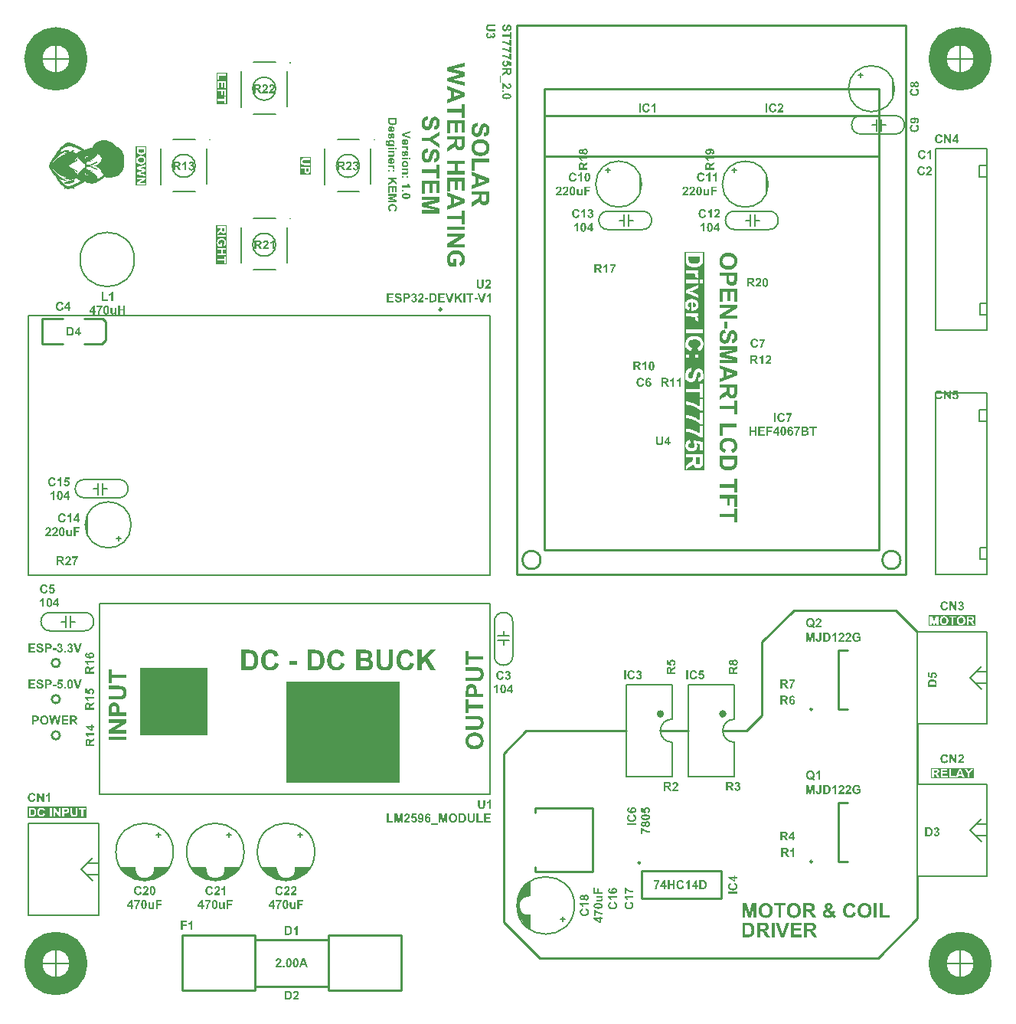
<source format=gto>
G04*
G04 #@! TF.GenerationSoftware,Altium Limited,Altium Designer,18.0.7 (293)*
G04*
G04 Layer_Color=65535*
%FSLAX25Y25*%
%MOIN*%
G70*
G01*
G75*
%ADD10C,0.07874*%
%ADD11C,0.00700*%
%ADD12C,0.00600*%
%ADD13C,0.00787*%
%ADD14C,0.01000*%
%ADD15C,0.01102*%
%ADD16C,0.01500*%
%ADD17C,0.00701*%
%ADD18C,0.00500*%
%ADD19C,0.00591*%
%ADD20R,0.49213X0.44291*%
%ADD21R,0.29528X0.29528*%
G36*
X-22084Y35729D02*
X-22842Y31829D01*
Y39429D01*
X-22084Y35729D01*
D02*
G37*
G36*
X-365695Y13182D02*
X-364979D01*
Y13063D01*
X-364502D01*
Y12944D01*
X-364144D01*
Y12824D01*
X-363786D01*
Y12705D01*
X-363547D01*
Y12586D01*
X-363309D01*
Y12466D01*
X-363070D01*
Y12347D01*
X-362831D01*
Y12228D01*
X-362593D01*
Y12109D01*
X-362473D01*
Y11989D01*
X-362235D01*
Y11870D01*
X-362115D01*
Y11751D01*
X-361996D01*
Y11631D01*
X-361877D01*
Y11512D01*
X-361757D01*
Y11393D01*
X-361519D01*
Y11273D01*
X-361400D01*
Y11035D01*
X-361280D01*
Y10915D01*
X-361161D01*
Y10796D01*
X-361042D01*
Y10557D01*
X-360922D01*
Y10438D01*
X-360803D01*
Y10319D01*
X-360206D01*
Y10199D01*
X-359968D01*
Y10080D01*
X-359729D01*
Y9961D01*
X-359490D01*
Y9842D01*
X-359371D01*
Y9722D01*
X-359252D01*
Y9603D01*
X-359133D01*
Y9484D01*
X-358894D01*
Y9245D01*
X-358775D01*
Y9126D01*
X-358655D01*
Y8887D01*
X-358536D01*
Y8768D01*
X-358417D01*
Y8529D01*
X-358297D01*
Y8291D01*
X-358178D01*
Y8052D01*
X-358059D01*
Y7813D01*
X-357939D01*
Y7575D01*
X-357820D01*
Y7336D01*
X-357701D01*
Y6859D01*
X-357581D01*
Y6381D01*
X-357462D01*
Y4353D01*
X-357343D01*
Y2802D01*
X-357462D01*
Y1967D01*
X-357581D01*
Y1490D01*
X-357701D01*
Y1132D01*
X-357820D01*
Y774D01*
X-357939D01*
Y416D01*
X-358059D01*
Y177D01*
X-358178D01*
Y-62D01*
X-358297D01*
Y-300D01*
X-358417D01*
Y-420D01*
X-358536D01*
Y-658D01*
X-358655D01*
Y-777D01*
X-358775D01*
Y-1016D01*
X-358894D01*
Y-1135D01*
X-359013D01*
Y-1255D01*
X-359133D01*
Y-1374D01*
X-359252D01*
Y-1493D01*
X-359371D01*
Y-1613D01*
X-359490D01*
Y-1732D01*
X-359610D01*
Y-1851D01*
X-359729D01*
Y-1971D01*
X-359968D01*
Y-2090D01*
X-360087D01*
Y-2209D01*
X-360326D01*
Y-2328D01*
X-360564D01*
Y-2448D01*
X-361042D01*
Y-2567D01*
X-361400D01*
Y-2686D01*
X-361877D01*
Y-2806D01*
X-362473D01*
Y-2925D01*
X-363428D01*
Y-3044D01*
X-364860D01*
Y-2925D01*
X-365576D01*
Y-2806D01*
X-365933D01*
Y-2686D01*
X-366172D01*
Y-2806D01*
X-366291D01*
Y-2925D01*
X-366411D01*
Y-3044D01*
X-366530D01*
Y-3164D01*
X-366649D01*
Y-3283D01*
X-366769D01*
Y-3402D01*
X-366888D01*
Y-3522D01*
X-367007D01*
Y-3641D01*
X-367246D01*
Y-3760D01*
X-367365D01*
Y-3880D01*
X-367484D01*
Y-3999D01*
X-367723D01*
Y-4118D01*
X-367843D01*
Y-4238D01*
X-368081D01*
Y-4357D01*
X-368200D01*
Y-4476D01*
X-368439D01*
Y-4595D01*
X-368678D01*
Y-4715D01*
X-368797D01*
Y-4834D01*
X-369036D01*
Y-4953D01*
X-369274D01*
Y-5073D01*
X-369632D01*
Y-5192D01*
X-369871D01*
Y-5311D01*
X-370229D01*
Y-5431D01*
X-370706D01*
Y-5550D01*
X-372138D01*
Y-5431D01*
X-372973D01*
Y-5311D01*
X-373331D01*
Y-5192D01*
X-373689D01*
Y-5073D01*
X-374047D01*
Y-4953D01*
X-374286D01*
Y-4834D01*
X-374524D01*
Y-4715D01*
X-374643D01*
Y-4834D01*
X-374763D01*
Y-4953D01*
X-375001D01*
Y-5073D01*
X-375240D01*
Y-5192D01*
X-375359D01*
Y-5311D01*
X-375598D01*
Y-5431D01*
X-375717D01*
Y-5550D01*
X-375956D01*
Y-5669D01*
X-376195D01*
Y-5789D01*
X-376433D01*
Y-5908D01*
X-376552D01*
Y-6027D01*
X-376791D01*
Y-6147D01*
X-377030D01*
Y-6266D01*
X-377268D01*
Y-6385D01*
X-377507D01*
Y-6504D01*
X-377746D01*
Y-6624D01*
X-377984D01*
Y-6743D01*
X-378342D01*
Y-6863D01*
X-378581D01*
Y-6982D01*
X-378819D01*
Y-7101D01*
X-379058D01*
Y-7220D01*
X-379297D01*
Y-7936D01*
X-379416D01*
Y-7817D01*
X-381206D01*
Y-7936D01*
X-381564D01*
Y-8056D01*
X-382399D01*
Y-7936D01*
X-382518D01*
Y-7817D01*
X-383234D01*
Y-7936D01*
X-383353D01*
Y-7220D01*
X-383592D01*
Y-7101D01*
X-383711D01*
Y-6982D01*
X-383831D01*
Y-6863D01*
X-383950D01*
Y-6743D01*
X-384189D01*
Y-6624D01*
X-384308D01*
Y-6504D01*
X-384427D01*
Y-6385D01*
X-384546D01*
Y-6266D01*
X-384666D01*
Y-6147D01*
X-384785D01*
Y-6027D01*
X-384904D01*
Y-5908D01*
X-385024D01*
Y-5789D01*
X-385143D01*
Y-5669D01*
X-385262D01*
Y-5550D01*
X-385382D01*
Y-5431D01*
X-385501D01*
Y-5192D01*
X-385620D01*
Y-5073D01*
X-385740D01*
Y-4953D01*
X-385859D01*
Y-4834D01*
X-385978D01*
Y-4595D01*
X-386098D01*
Y-4476D01*
X-386217D01*
Y-4357D01*
X-386336D01*
Y-4118D01*
X-386455D01*
Y-3880D01*
X-386575D01*
Y-3760D01*
X-386694D01*
Y-3641D01*
X-386813D01*
Y-3402D01*
X-386933D01*
Y-3164D01*
X-387052D01*
Y-2925D01*
X-387171D01*
Y-2686D01*
X-387291D01*
Y-2448D01*
X-387529D01*
Y-2209D01*
X-387649D01*
Y-2090D01*
X-387768D01*
Y-1971D01*
X-387887D01*
Y-1851D01*
X-388007D01*
Y-1732D01*
X-388126D01*
Y-1493D01*
X-388245D01*
Y-1374D01*
X-388365D01*
Y-1255D01*
X-388484D01*
Y-1016D01*
X-388603D01*
Y-897D01*
X-388722D01*
Y-658D01*
X-388842D01*
Y-539D01*
X-388961D01*
Y-300D01*
X-389080D01*
Y-181D01*
X-389200D01*
Y58D01*
X-389319D01*
Y296D01*
X-389438D01*
Y535D01*
X-389558D01*
Y774D01*
X-389677D01*
Y1012D01*
X-389796D01*
Y1251D01*
X-389916D01*
Y1490D01*
X-390035D01*
Y1847D01*
X-390154D01*
Y2563D01*
X-390035D01*
Y2802D01*
X-389916D01*
Y3041D01*
X-389796D01*
Y3399D01*
X-389677D01*
Y3637D01*
X-389558D01*
Y3757D01*
X-389438D01*
Y3995D01*
X-389319D01*
Y4234D01*
X-389200D01*
Y4472D01*
X-389080D01*
Y4711D01*
X-388961D01*
Y4830D01*
X-388842D01*
Y5069D01*
X-388722D01*
Y5188D01*
X-388603D01*
Y5427D01*
X-388484D01*
Y5546D01*
X-388365D01*
Y5785D01*
X-388245D01*
Y5904D01*
X-388126D01*
Y6024D01*
X-388007D01*
Y6143D01*
X-387887D01*
Y6381D01*
X-387768D01*
Y6501D01*
X-387649D01*
Y6620D01*
X-387529D01*
Y6739D01*
X-387410D01*
Y6859D01*
X-387291D01*
Y6978D01*
X-387171D01*
Y7336D01*
X-387052D01*
Y7575D01*
X-386933D01*
Y7694D01*
X-386813D01*
Y7932D01*
X-386694D01*
Y8171D01*
X-386575D01*
Y8291D01*
X-386455D01*
Y8529D01*
X-386336D01*
Y8648D01*
X-386217D01*
Y8768D01*
X-386098D01*
Y9006D01*
X-385978D01*
Y9126D01*
X-385859D01*
Y9364D01*
X-385740D01*
Y9484D01*
X-385620D01*
Y9603D01*
X-385501D01*
Y9722D01*
X-385382D01*
Y9842D01*
X-385262D01*
Y9961D01*
X-385143D01*
Y10080D01*
X-385024D01*
Y10319D01*
X-384904D01*
Y10438D01*
X-384666D01*
Y10557D01*
X-384546D01*
Y10677D01*
X-384427D01*
Y10796D01*
X-384308D01*
Y10915D01*
X-384189D01*
Y11035D01*
X-384069D01*
Y11154D01*
X-383950D01*
Y11273D01*
X-383711D01*
Y11393D01*
X-383592D01*
Y11512D01*
X-383473D01*
Y11631D01*
X-383353D01*
Y11751D01*
X-383115D01*
Y11870D01*
X-382995D01*
Y11989D01*
X-382757D01*
Y12109D01*
X-382638D01*
Y12228D01*
X-382399D01*
Y12347D01*
X-382279D01*
Y12466D01*
X-381802D01*
Y12347D01*
X-381325D01*
Y12228D01*
X-380967D01*
Y12109D01*
X-380609D01*
Y11989D01*
X-380251D01*
Y11870D01*
X-379893D01*
Y11751D01*
X-379535D01*
Y11631D01*
X-379297D01*
Y11512D01*
X-378939D01*
Y11393D01*
X-378581D01*
Y11273D01*
X-378342D01*
Y11154D01*
X-378103D01*
Y11035D01*
X-377865D01*
Y10915D01*
X-377626D01*
Y10796D01*
X-377388D01*
Y10677D01*
X-377149D01*
Y10557D01*
X-376910D01*
Y10438D01*
X-376672D01*
Y10319D01*
X-376433D01*
Y10199D01*
X-376314D01*
Y10080D01*
X-376075D01*
Y9961D01*
X-375836D01*
Y9842D01*
X-375717D01*
Y9722D01*
X-375479D01*
Y9603D01*
X-375240D01*
Y9484D01*
X-375121D01*
Y9364D01*
X-374882D01*
Y9245D01*
X-374763D01*
Y9126D01*
X-374405D01*
Y9245D01*
X-374166D01*
Y9364D01*
X-373927D01*
Y9484D01*
X-373570D01*
Y9603D01*
X-373212D01*
Y9722D01*
X-372615D01*
Y9842D01*
X-371422D01*
Y9961D01*
X-371303D01*
Y10319D01*
X-371183D01*
Y10557D01*
X-371064D01*
Y10796D01*
X-370945D01*
Y10915D01*
X-370825D01*
Y11154D01*
X-370706D01*
Y11273D01*
X-370587D01*
Y11393D01*
X-370467D01*
Y11512D01*
X-370348D01*
Y11631D01*
X-370229D01*
Y11751D01*
X-370110D01*
Y11870D01*
X-369990D01*
Y11989D01*
X-369871D01*
Y12109D01*
X-369752D01*
Y12228D01*
X-369513D01*
Y12347D01*
X-369394D01*
Y12466D01*
X-369155D01*
Y12586D01*
X-368916D01*
Y12705D01*
X-368678D01*
Y12824D01*
X-368439D01*
Y12944D01*
X-368081D01*
Y13063D01*
X-367604D01*
Y13182D01*
X-366888D01*
Y13302D01*
X-365695D01*
Y13182D01*
D02*
G37*
G36*
X-77025Y-5806D02*
X-77783Y-9706D01*
Y-2106D01*
X-77025Y-5806D01*
D02*
G37*
G36*
X-132143D02*
X-132901Y-9706D01*
Y-2106D01*
X-132143Y-5806D01*
D02*
G37*
G36*
X-373647Y-157790D02*
X-374406Y-154090D01*
X-373647Y-150190D01*
Y-157790D01*
D02*
G37*
G36*
X-277664Y-304934D02*
X-279564Y-306434D01*
X-281964Y-307834D01*
X-284564Y-308734D01*
X-286964Y-308934D01*
X-288364Y-308834D01*
X-290964Y-308334D01*
X-294164Y-306634D01*
X-296564Y-304534D01*
X-297664Y-303134D01*
X-291064D01*
X-290764Y-304434D01*
X-290264Y-306034D01*
X-288917Y-307234D01*
X-288864D01*
X-287764Y-307734D01*
X-285964D01*
X-284464Y-307134D01*
X-283464Y-306234D01*
X-283064Y-304534D01*
Y-303134D01*
X-276364D01*
X-277664Y-304934D01*
D02*
G37*
G36*
X-308453D02*
X-310353Y-306434D01*
X-312753Y-307834D01*
X-315353Y-308734D01*
X-317753Y-308934D01*
X-319153Y-308834D01*
X-321753Y-308334D01*
X-324953Y-306634D01*
X-327353Y-304534D01*
X-328453Y-303134D01*
X-321853D01*
X-321553Y-304434D01*
X-321053Y-306034D01*
X-319706Y-307234D01*
X-319653D01*
X-318553Y-307734D01*
X-316753D01*
X-315253Y-307134D01*
X-314253Y-306234D01*
X-313853Y-304534D01*
Y-303134D01*
X-307153D01*
X-308453Y-304934D01*
D02*
G37*
G36*
X-339241D02*
X-341141Y-306434D01*
X-343541Y-307834D01*
X-346141Y-308734D01*
X-348541Y-308934D01*
X-349941Y-308834D01*
X-352541Y-308334D01*
X-355741Y-306634D01*
X-358141Y-304534D01*
X-359241Y-303134D01*
X-352641D01*
X-352341Y-304434D01*
X-351841Y-306034D01*
X-350494Y-307234D01*
X-350441D01*
X-349341Y-307734D01*
X-347541D01*
X-346041Y-307134D01*
X-345041Y-306234D01*
X-344641Y-304534D01*
Y-303134D01*
X-337941D01*
X-339241Y-304934D01*
D02*
G37*
G36*
X-180612Y-315642D02*
X-181912Y-315942D01*
X-183512Y-316442D01*
X-184712Y-317789D01*
Y-317842D01*
X-185212Y-318942D01*
Y-320742D01*
X-184612Y-322242D01*
X-183712Y-323242D01*
X-182012Y-323642D01*
X-180612D01*
Y-330342D01*
X-182412Y-329042D01*
X-183912Y-327142D01*
X-185312Y-324742D01*
X-186212Y-322142D01*
X-186412Y-319742D01*
X-186312Y-318342D01*
X-185812Y-315742D01*
X-184112Y-312542D01*
X-182012Y-310142D01*
X-180612Y-309042D01*
Y-315642D01*
D02*
G37*
G36*
X-70118Y-333565D02*
X-71492D01*
X-73751Y-327251D01*
X-72377D01*
X-70772Y-331922D01*
X-69234Y-327251D01*
X-67869D01*
X-70118Y-333565D01*
D02*
G37*
G36*
X-58432Y-327261D02*
X-58231D01*
X-58125Y-327270D01*
X-57885Y-327289D01*
X-57644Y-327328D01*
X-57414Y-327366D01*
X-57308Y-327395D01*
X-57222Y-327424D01*
X-57212D01*
X-57202Y-327434D01*
X-57145Y-327453D01*
X-57058Y-327501D01*
X-56953Y-327568D01*
X-56837Y-327655D01*
X-56712Y-327760D01*
X-56597Y-327885D01*
X-56482Y-328039D01*
X-56472Y-328058D01*
X-56433Y-328116D01*
X-56395Y-328202D01*
X-56337Y-328327D01*
X-56289Y-328471D01*
X-56241Y-328635D01*
X-56213Y-328827D01*
X-56203Y-329029D01*
Y-329039D01*
Y-329058D01*
Y-329096D01*
X-56213Y-329144D01*
Y-329211D01*
X-56222Y-329279D01*
X-56251Y-329442D01*
X-56309Y-329625D01*
X-56385Y-329826D01*
X-56482Y-330019D01*
X-56549Y-330115D01*
X-56626Y-330201D01*
Y-330211D01*
X-56645Y-330221D01*
X-56674Y-330240D01*
X-56703Y-330278D01*
X-56751Y-330307D01*
X-56799Y-330355D01*
X-56866Y-330403D01*
X-56933Y-330451D01*
X-57020Y-330499D01*
X-57106Y-330547D01*
X-57212Y-330595D01*
X-57327Y-330643D01*
X-57443Y-330691D01*
X-57577Y-330730D01*
X-57712Y-330759D01*
X-57865Y-330787D01*
X-57856D01*
X-57846Y-330797D01*
X-57798Y-330826D01*
X-57721Y-330874D01*
X-57625Y-330941D01*
X-57519Y-331018D01*
X-57404Y-331114D01*
X-57289Y-331210D01*
X-57183Y-331316D01*
X-57174Y-331326D01*
X-57135Y-331374D01*
X-57077Y-331441D01*
X-56991Y-331547D01*
X-56885Y-331691D01*
X-56770Y-331864D01*
X-56693Y-331969D01*
X-56626Y-332085D01*
X-56549Y-332200D01*
X-56462Y-332335D01*
X-55694Y-333565D01*
X-57222D01*
X-58125Y-332200D01*
X-58135Y-332190D01*
X-58144Y-332171D01*
X-58173Y-332133D01*
X-58202Y-332085D01*
X-58240Y-332017D01*
X-58288Y-331960D01*
X-58394Y-331806D01*
X-58500Y-331643D01*
X-58615Y-331499D01*
X-58721Y-331364D01*
X-58759Y-331306D01*
X-58798Y-331268D01*
X-58807Y-331258D01*
X-58826Y-331239D01*
X-58865Y-331201D01*
X-58913Y-331162D01*
X-59038Y-331076D01*
X-59105Y-331037D01*
X-59182Y-331009D01*
X-59192D01*
X-59220Y-330999D01*
X-59268Y-330980D01*
X-59336Y-330970D01*
X-59422Y-330951D01*
X-59528Y-330941D01*
X-59662Y-330932D01*
X-60066Y-330932D01*
Y-333565D01*
X-61344D01*
Y-327251D01*
X-58519Y-327251D01*
X-58432Y-327261D01*
D02*
G37*
G36*
X-62555Y-328318D02*
X-65947D01*
Y-329721D01*
X-62795D01*
Y-330787D01*
X-65947D01*
Y-332498D01*
X-62430D01*
Y-333565D01*
X-67225D01*
Y-327251D01*
X-62555D01*
Y-328318D01*
D02*
G37*
G36*
X-74318Y-333565D02*
X-75596D01*
Y-327251D01*
X-74318D01*
Y-333565D01*
D02*
G37*
G36*
X-79007Y-327261D02*
X-78806D01*
X-78700Y-327270D01*
X-78460Y-327289D01*
X-78219Y-327328D01*
X-77989Y-327366D01*
X-77883Y-327395D01*
X-77797Y-327424D01*
X-77787D01*
X-77777Y-327434D01*
X-77720Y-327453D01*
X-77633Y-327501D01*
X-77527Y-327568D01*
X-77412Y-327655D01*
X-77287Y-327760D01*
X-77172Y-327885D01*
X-77057Y-328039D01*
X-77047Y-328058D01*
X-77008Y-328116D01*
X-76970Y-328202D01*
X-76912Y-328327D01*
X-76864Y-328471D01*
X-76816Y-328635D01*
X-76788Y-328827D01*
X-76778Y-329029D01*
Y-329039D01*
Y-329058D01*
Y-329096D01*
X-76788Y-329144D01*
Y-329211D01*
X-76797Y-329279D01*
X-76826Y-329442D01*
X-76884Y-329625D01*
X-76960Y-329826D01*
X-77057Y-330019D01*
X-77124Y-330115D01*
X-77201Y-330201D01*
Y-330211D01*
X-77220Y-330221D01*
X-77249Y-330240D01*
X-77278Y-330278D01*
X-77326Y-330307D01*
X-77374Y-330355D01*
X-77441Y-330403D01*
X-77508Y-330451D01*
X-77595Y-330499D01*
X-77681Y-330547D01*
X-77787Y-330595D01*
X-77902Y-330643D01*
X-78018Y-330691D01*
X-78152Y-330730D01*
X-78287Y-330759D01*
X-78440Y-330787D01*
X-78431D01*
X-78421Y-330797D01*
X-78373Y-330826D01*
X-78296Y-330874D01*
X-78200Y-330941D01*
X-78095Y-331018D01*
X-77979Y-331114D01*
X-77864Y-331210D01*
X-77758Y-331316D01*
X-77749Y-331326D01*
X-77710Y-331374D01*
X-77652Y-331441D01*
X-77566Y-331547D01*
X-77460Y-331691D01*
X-77345Y-331864D01*
X-77268Y-331969D01*
X-77201Y-332085D01*
X-77124Y-332200D01*
X-77037Y-332335D01*
X-76269Y-333565D01*
X-77797D01*
X-78700Y-332200D01*
X-78710Y-332190D01*
X-78719Y-332171D01*
X-78748Y-332133D01*
X-78777Y-332085D01*
X-78815Y-332018D01*
X-78863Y-331960D01*
X-78969Y-331806D01*
X-79075Y-331643D01*
X-79190Y-331499D01*
X-79296Y-331364D01*
X-79334Y-331306D01*
X-79373Y-331268D01*
X-79382Y-331258D01*
X-79401Y-331239D01*
X-79440Y-331201D01*
X-79488Y-331162D01*
X-79613Y-331076D01*
X-79680Y-331037D01*
X-79757Y-331009D01*
X-79767D01*
X-79795Y-330999D01*
X-79843Y-330980D01*
X-79911Y-330970D01*
X-79997Y-330951D01*
X-80103Y-330941D01*
X-80238Y-330932D01*
X-80641D01*
Y-333565D01*
X-81919D01*
Y-327251D01*
X-79094D01*
X-79007Y-327261D01*
D02*
G37*
G36*
X-85696D02*
X-85523Y-327270D01*
X-85321Y-327280D01*
X-85129Y-327299D01*
X-84937Y-327338D01*
X-84764Y-327376D01*
X-84754D01*
X-84735Y-327385D01*
X-84706Y-327395D01*
X-84668Y-327405D01*
X-84572Y-327453D01*
X-84437Y-327510D01*
X-84293Y-327587D01*
X-84139Y-327693D01*
X-83976Y-327818D01*
X-83822Y-327962D01*
X-83812D01*
X-83803Y-327981D01*
X-83755Y-328039D01*
X-83688Y-328126D01*
X-83591Y-328241D01*
X-83495Y-328395D01*
X-83399Y-328568D01*
X-83303Y-328760D01*
X-83217Y-328981D01*
Y-328990D01*
X-83207Y-329010D01*
X-83197Y-329039D01*
X-83188Y-329086D01*
X-83169Y-329144D01*
X-83149Y-329221D01*
X-83130Y-329298D01*
X-83111Y-329394D01*
X-83092Y-329500D01*
X-83072Y-329606D01*
X-83034Y-329865D01*
X-83015Y-330153D01*
X-83005Y-330470D01*
Y-330480D01*
Y-330509D01*
Y-330547D01*
Y-330605D01*
X-83015Y-330672D01*
Y-330749D01*
X-83034Y-330932D01*
X-83053Y-331143D01*
X-83092Y-331364D01*
X-83140Y-331595D01*
X-83207Y-331816D01*
Y-331825D01*
X-83217Y-331845D01*
X-83226Y-331883D01*
X-83245Y-331931D01*
X-83274Y-331989D01*
X-83303Y-332056D01*
X-83380Y-332210D01*
X-83476Y-332392D01*
X-83591Y-332575D01*
X-83726Y-332757D01*
X-83880Y-332930D01*
X-83899Y-332940D01*
X-83937Y-332988D01*
X-84014Y-333046D01*
X-84110Y-333113D01*
X-84245Y-333200D01*
X-84399Y-333286D01*
X-84572Y-333363D01*
X-84773Y-333440D01*
X-84793Y-333449D01*
X-84850Y-333459D01*
X-84937Y-333478D01*
X-85071Y-333498D01*
X-85225Y-333526D01*
X-85417Y-333546D01*
X-85648Y-333555D01*
X-85898Y-333565D01*
X-88281D01*
Y-327251D01*
X-85773D01*
X-85696Y-327261D01*
D02*
G37*
G36*
X-41298Y-318655D02*
X-41202Y-318665D01*
X-41086Y-318684D01*
X-40961Y-318703D01*
X-40827Y-318732D01*
X-40673Y-318770D01*
X-40529Y-318818D01*
X-40366Y-318866D01*
X-40212Y-318934D01*
X-40058Y-319020D01*
X-39904Y-319107D01*
X-39760Y-319212D01*
X-39616Y-319337D01*
X-39606D01*
X-39597Y-319356D01*
X-39549Y-319414D01*
X-39472Y-319501D01*
X-39376Y-319635D01*
X-39270Y-319798D01*
X-39155Y-319991D01*
X-39049Y-320221D01*
X-38963Y-320490D01*
X-40221Y-320788D01*
Y-320779D01*
X-40231Y-320769D01*
X-40241Y-320711D01*
X-40279Y-320625D01*
X-40327Y-320510D01*
X-40385Y-320385D01*
X-40471Y-320260D01*
X-40567Y-320135D01*
X-40692Y-320020D01*
X-40712Y-320010D01*
X-40760Y-319971D01*
X-40827Y-319923D01*
X-40933Y-319875D01*
X-41058Y-319818D01*
X-41211Y-319779D01*
X-41375Y-319741D01*
X-41557Y-319731D01*
X-41625D01*
X-41673Y-319741D01*
X-41730Y-319750D01*
X-41798Y-319760D01*
X-41961Y-319798D01*
X-42143Y-319856D01*
X-42336Y-319943D01*
X-42422Y-320000D01*
X-42518Y-320068D01*
X-42605Y-320154D01*
X-42691Y-320240D01*
Y-320250D01*
X-42710Y-320260D01*
X-42730Y-320298D01*
X-42759Y-320337D01*
X-42787Y-320394D01*
X-42826Y-320462D01*
X-42864Y-320538D01*
X-42903Y-320635D01*
X-42951Y-320740D01*
X-42989Y-320856D01*
X-43028Y-320990D01*
X-43056Y-321144D01*
X-43085Y-321298D01*
X-43104Y-321480D01*
X-43114Y-321672D01*
X-43124Y-321874D01*
Y-321884D01*
Y-321922D01*
Y-321990D01*
X-43114Y-322066D01*
Y-322172D01*
X-43104Y-322278D01*
X-43085Y-322403D01*
X-43066Y-322537D01*
X-43018Y-322816D01*
X-42941Y-323104D01*
X-42893Y-323239D01*
X-42835Y-323364D01*
X-42778Y-323479D01*
X-42701Y-323585D01*
X-42691Y-323594D01*
X-42682Y-323604D01*
X-42624Y-323662D01*
X-42528Y-323739D01*
X-42403Y-323835D01*
X-42240Y-323931D01*
X-42047Y-324008D01*
X-41826Y-324065D01*
X-41711Y-324075D01*
X-41586Y-324084D01*
X-41538D01*
X-41500Y-324075D01*
X-41403Y-324065D01*
X-41288Y-324046D01*
X-41144Y-324008D01*
X-41000Y-323950D01*
X-40856Y-323873D01*
X-40712Y-323767D01*
X-40692Y-323748D01*
X-40654Y-323710D01*
X-40587Y-323623D01*
X-40510Y-323517D01*
X-40423Y-323373D01*
X-40337Y-323191D01*
X-40250Y-322989D01*
X-40183Y-322739D01*
X-38943Y-323124D01*
Y-323133D01*
X-38953Y-323172D01*
X-38972Y-323220D01*
X-39001Y-323296D01*
X-39030Y-323383D01*
X-39068Y-323479D01*
X-39116Y-323594D01*
X-39174Y-323710D01*
X-39299Y-323960D01*
X-39462Y-324219D01*
X-39664Y-324459D01*
X-39770Y-324575D01*
X-39895Y-324671D01*
X-39904Y-324680D01*
X-39924Y-324690D01*
X-39962Y-324719D01*
X-40010Y-324748D01*
X-40077Y-324786D01*
X-40154Y-324825D01*
X-40250Y-324873D01*
X-40356Y-324921D01*
X-40471Y-324969D01*
X-40596Y-325017D01*
X-40731Y-325055D01*
X-40875Y-325094D01*
X-41038Y-325122D01*
X-41202Y-325151D01*
X-41384Y-325161D01*
X-41567Y-325170D01*
X-41625D01*
X-41692Y-325161D01*
X-41778D01*
X-41884Y-325142D01*
X-42009Y-325122D01*
X-42143Y-325103D01*
X-42297Y-325065D01*
X-42461Y-325017D01*
X-42624Y-324959D01*
X-42797Y-324892D01*
X-42970Y-324805D01*
X-43143Y-324709D01*
X-43316Y-324594D01*
X-43479Y-324469D01*
X-43633Y-324315D01*
X-43643Y-324306D01*
X-43671Y-324277D01*
X-43710Y-324229D01*
X-43758Y-324161D01*
X-43816Y-324075D01*
X-43892Y-323969D01*
X-43960Y-323844D01*
X-44037Y-323700D01*
X-44113Y-323546D01*
X-44181Y-323364D01*
X-44248Y-323172D01*
X-44315Y-322960D01*
X-44363Y-322739D01*
X-44402Y-322499D01*
X-44431Y-322239D01*
X-44440Y-321970D01*
Y-321951D01*
Y-321903D01*
X-44431Y-321817D01*
Y-321711D01*
X-44411Y-321576D01*
X-44402Y-321423D01*
X-44373Y-321259D01*
X-44335Y-321077D01*
X-44296Y-320875D01*
X-44238Y-320683D01*
X-44181Y-320471D01*
X-44104Y-320269D01*
X-44008Y-320068D01*
X-43902Y-319875D01*
X-43777Y-319693D01*
X-43633Y-319520D01*
X-43623Y-319510D01*
X-43595Y-319481D01*
X-43547Y-319443D01*
X-43489Y-319385D01*
X-43402Y-319318D01*
X-43306Y-319241D01*
X-43191Y-319164D01*
X-43056Y-319078D01*
X-42912Y-319001D01*
X-42749Y-318924D01*
X-42576Y-318847D01*
X-42384Y-318780D01*
X-42182Y-318722D01*
X-41961Y-318684D01*
X-41730Y-318655D01*
X-41490Y-318645D01*
X-41375D01*
X-41298Y-318655D01*
D02*
G37*
G36*
X-82188Y-325065D02*
X-83370D01*
X-83380Y-320096D01*
X-84629Y-325065D01*
X-85850D01*
X-87099Y-320096D01*
Y-325065D01*
X-88281D01*
Y-318751D01*
X-86378D01*
X-85235Y-323066D01*
X-84110Y-318751D01*
X-82188D01*
Y-325065D01*
D02*
G37*
G36*
X-27238Y-323998D02*
X-24077D01*
Y-325065D01*
X-28517D01*
Y-318809D01*
X-27238D01*
Y-323998D01*
D02*
G37*
G36*
X-29756Y-325065D02*
X-31034D01*
Y-318751D01*
X-29756D01*
Y-325065D01*
D02*
G37*
G36*
X-58922Y-318761D02*
X-58721D01*
X-58615Y-318770D01*
X-58375Y-318789D01*
X-58135Y-318828D01*
X-57904Y-318866D01*
X-57798Y-318895D01*
X-57712Y-318924D01*
X-57702D01*
X-57692Y-318934D01*
X-57635Y-318953D01*
X-57548Y-319001D01*
X-57443Y-319068D01*
X-57327Y-319155D01*
X-57202Y-319260D01*
X-57087Y-319385D01*
X-56972Y-319539D01*
X-56962Y-319558D01*
X-56924Y-319616D01*
X-56885Y-319702D01*
X-56827Y-319827D01*
X-56779Y-319971D01*
X-56731Y-320135D01*
X-56703Y-320327D01*
X-56693Y-320529D01*
Y-320538D01*
Y-320558D01*
Y-320596D01*
X-56703Y-320644D01*
Y-320711D01*
X-56712Y-320779D01*
X-56741Y-320942D01*
X-56799Y-321125D01*
X-56876Y-321326D01*
X-56972Y-321519D01*
X-57039Y-321615D01*
X-57116Y-321701D01*
Y-321711D01*
X-57135Y-321721D01*
X-57164Y-321740D01*
X-57193Y-321778D01*
X-57241Y-321807D01*
X-57289Y-321855D01*
X-57356Y-321903D01*
X-57423Y-321951D01*
X-57510Y-321999D01*
X-57596Y-322047D01*
X-57702Y-322095D01*
X-57817Y-322143D01*
X-57933Y-322191D01*
X-58067Y-322230D01*
X-58202Y-322259D01*
X-58355Y-322288D01*
X-58346D01*
X-58336Y-322297D01*
X-58288Y-322326D01*
X-58211Y-322374D01*
X-58115Y-322441D01*
X-58010Y-322518D01*
X-57894Y-322614D01*
X-57779Y-322710D01*
X-57673Y-322816D01*
X-57664Y-322826D01*
X-57625Y-322874D01*
X-57568Y-322941D01*
X-57481Y-323047D01*
X-57375Y-323191D01*
X-57260Y-323364D01*
X-57183Y-323469D01*
X-57116Y-323585D01*
X-57039Y-323700D01*
X-56953Y-323835D01*
X-56184Y-325065D01*
X-57712D01*
X-58615Y-323700D01*
X-58625Y-323691D01*
X-58634Y-323671D01*
X-58663Y-323633D01*
X-58692Y-323585D01*
X-58730Y-323517D01*
X-58778Y-323460D01*
X-58884Y-323306D01*
X-58990Y-323143D01*
X-59105Y-322999D01*
X-59211Y-322864D01*
X-59249Y-322806D01*
X-59288Y-322768D01*
X-59297Y-322758D01*
X-59316Y-322739D01*
X-59355Y-322701D01*
X-59403Y-322662D01*
X-59528Y-322576D01*
X-59595Y-322537D01*
X-59672Y-322509D01*
X-59682D01*
X-59711Y-322499D01*
X-59759Y-322480D01*
X-59826Y-322470D01*
X-59912Y-322451D01*
X-60018Y-322441D01*
X-60153Y-322432D01*
X-60556D01*
Y-325065D01*
X-61834D01*
Y-318751D01*
X-59009Y-318751D01*
X-58922Y-318761D01*
D02*
G37*
G36*
X-69522Y-319818D02*
X-71377D01*
Y-325065D01*
X-72655D01*
Y-319818D01*
X-74510D01*
Y-318751D01*
X-69522D01*
Y-319818D01*
D02*
G37*
G36*
X-34926Y-318655D02*
X-34830D01*
X-34715Y-318674D01*
X-34580Y-318693D01*
X-34427Y-318722D01*
X-34263Y-318751D01*
X-34081Y-318799D01*
X-33908Y-318857D01*
X-33716Y-318934D01*
X-33533Y-319010D01*
X-33350Y-319116D01*
X-33168Y-319232D01*
X-32995Y-319366D01*
X-32831Y-319520D01*
X-32822Y-319529D01*
X-32793Y-319558D01*
X-32754Y-319606D01*
X-32697Y-319683D01*
X-32639Y-319770D01*
X-32562Y-319875D01*
X-32495Y-320000D01*
X-32408Y-320144D01*
X-32332Y-320308D01*
X-32255Y-320490D01*
X-32188Y-320683D01*
X-32130Y-320894D01*
X-32072Y-321125D01*
X-32034Y-321375D01*
X-32005Y-321644D01*
X-31995Y-321922D01*
Y-321941D01*
Y-321990D01*
X-32005Y-322066D01*
Y-322172D01*
X-32024Y-322307D01*
X-32043Y-322451D01*
X-32063Y-322624D01*
X-32101Y-322797D01*
X-32139Y-322989D01*
X-32197Y-323181D01*
X-32264Y-323383D01*
X-32351Y-323585D01*
X-32447Y-323777D01*
X-32553Y-323969D01*
X-32687Y-324152D01*
X-32831Y-324325D01*
X-32841Y-324334D01*
X-32870Y-324363D01*
X-32918Y-324402D01*
X-32985Y-324459D01*
X-33062Y-324527D01*
X-33168Y-324594D01*
X-33283Y-324671D01*
X-33418Y-324748D01*
X-33571Y-324834D01*
X-33735Y-324911D01*
X-33917Y-324978D01*
X-34119Y-325045D01*
X-34330Y-325103D01*
X-34552Y-325142D01*
X-34792Y-325170D01*
X-35051Y-325180D01*
X-35109D01*
X-35186Y-325170D01*
X-35282D01*
X-35397Y-325151D01*
X-35541Y-325132D01*
X-35695Y-325113D01*
X-35859Y-325074D01*
X-36031Y-325026D01*
X-36214Y-324969D01*
X-36397Y-324901D01*
X-36579Y-324815D01*
X-36772Y-324719D01*
X-36944Y-324604D01*
X-37117Y-324479D01*
X-37281Y-324325D01*
X-37290Y-324315D01*
X-37319Y-324286D01*
X-37358Y-324238D01*
X-37406Y-324171D01*
X-37473Y-324084D01*
X-37540Y-323979D01*
X-37617Y-323854D01*
X-37694Y-323710D01*
X-37771Y-323546D01*
X-37848Y-323373D01*
X-37915Y-323181D01*
X-37982Y-322970D01*
X-38030Y-322739D01*
X-38069Y-322499D01*
X-38098Y-322239D01*
X-38107Y-321961D01*
Y-321951D01*
Y-321913D01*
Y-321865D01*
Y-321797D01*
X-38098Y-321711D01*
X-38088Y-321615D01*
Y-321509D01*
X-38069Y-321394D01*
X-38040Y-321134D01*
X-37992Y-320865D01*
X-37925Y-320596D01*
X-37829Y-320337D01*
Y-320327D01*
X-37819Y-320317D01*
X-37790Y-320260D01*
X-37742Y-320164D01*
X-37675Y-320048D01*
X-37588Y-319914D01*
X-37492Y-319770D01*
X-37367Y-319616D01*
X-37242Y-319472D01*
X-37223Y-319453D01*
X-37175Y-319405D01*
X-37098Y-319337D01*
X-37002Y-319260D01*
X-36877Y-319164D01*
X-36743Y-319068D01*
X-36589Y-318982D01*
X-36426Y-318905D01*
X-36416D01*
X-36397Y-318895D01*
X-36368Y-318876D01*
X-36320Y-318866D01*
X-36262Y-318847D01*
X-36195Y-318818D01*
X-36118Y-318799D01*
X-36031Y-318770D01*
X-35830Y-318732D01*
X-35599Y-318684D01*
X-35340Y-318655D01*
X-35061Y-318645D01*
X-35003D01*
X-34926Y-318655D01*
D02*
G37*
G36*
X-65765Y-318655D02*
X-65669D01*
X-65553Y-318674D01*
X-65419Y-318693D01*
X-65265Y-318722D01*
X-65102Y-318751D01*
X-64919Y-318799D01*
X-64746Y-318857D01*
X-64554Y-318934D01*
X-64371Y-319010D01*
X-64189Y-319116D01*
X-64006Y-319232D01*
X-63833Y-319366D01*
X-63670Y-319520D01*
X-63660Y-319529D01*
X-63631Y-319558D01*
X-63593Y-319606D01*
X-63535Y-319683D01*
X-63478Y-319770D01*
X-63401Y-319875D01*
X-63333Y-320000D01*
X-63247Y-320145D01*
X-63170Y-320308D01*
X-63093Y-320490D01*
X-63026Y-320683D01*
X-62968Y-320894D01*
X-62911Y-321125D01*
X-62872Y-321375D01*
X-62843Y-321644D01*
X-62834Y-321922D01*
Y-321941D01*
Y-321990D01*
X-62843Y-322066D01*
Y-322172D01*
X-62863Y-322307D01*
X-62882Y-322451D01*
X-62901Y-322624D01*
X-62940Y-322797D01*
X-62978Y-322989D01*
X-63036Y-323181D01*
X-63103Y-323383D01*
X-63189Y-323585D01*
X-63285Y-323777D01*
X-63391Y-323969D01*
X-63526Y-324152D01*
X-63670Y-324325D01*
X-63679Y-324334D01*
X-63708Y-324363D01*
X-63756Y-324402D01*
X-63824Y-324459D01*
X-63901Y-324527D01*
X-64006Y-324594D01*
X-64122Y-324671D01*
X-64256Y-324748D01*
X-64410Y-324834D01*
X-64573Y-324911D01*
X-64756Y-324978D01*
X-64958Y-325046D01*
X-65169Y-325103D01*
X-65390Y-325142D01*
X-65630Y-325170D01*
X-65890Y-325180D01*
X-65947D01*
X-66024Y-325170D01*
X-66120D01*
X-66236Y-325151D01*
X-66380Y-325132D01*
X-66534Y-325113D01*
X-66697Y-325074D01*
X-66870Y-325026D01*
X-67053Y-324969D01*
X-67235Y-324901D01*
X-67418Y-324815D01*
X-67610Y-324719D01*
X-67783Y-324604D01*
X-67956Y-324479D01*
X-68119Y-324325D01*
X-68129Y-324315D01*
X-68158Y-324286D01*
X-68196Y-324238D01*
X-68244Y-324171D01*
X-68312Y-324084D01*
X-68379Y-323979D01*
X-68456Y-323854D01*
X-68533Y-323710D01*
X-68609Y-323546D01*
X-68686Y-323373D01*
X-68753Y-323181D01*
X-68821Y-322970D01*
X-68869Y-322739D01*
X-68907Y-322499D01*
X-68936Y-322239D01*
X-68946Y-321961D01*
Y-321951D01*
Y-321913D01*
Y-321865D01*
Y-321797D01*
X-68936Y-321711D01*
X-68927Y-321615D01*
Y-321509D01*
X-68907Y-321394D01*
X-68879Y-321134D01*
X-68830Y-320865D01*
X-68763Y-320596D01*
X-68667Y-320337D01*
Y-320327D01*
X-68657Y-320317D01*
X-68629Y-320260D01*
X-68581Y-320164D01*
X-68513Y-320048D01*
X-68427Y-319914D01*
X-68331Y-319770D01*
X-68206Y-319616D01*
X-68081Y-319472D01*
X-68062Y-319453D01*
X-68014Y-319405D01*
X-67937Y-319337D01*
X-67841Y-319260D01*
X-67716Y-319164D01*
X-67581Y-319068D01*
X-67427Y-318982D01*
X-67264Y-318905D01*
X-67254D01*
X-67235Y-318895D01*
X-67206Y-318876D01*
X-67158Y-318866D01*
X-67101Y-318847D01*
X-67033Y-318818D01*
X-66957Y-318799D01*
X-66870Y-318770D01*
X-66668Y-318732D01*
X-66438Y-318684D01*
X-66178Y-318655D01*
X-65899Y-318645D01*
X-65842D01*
X-65765Y-318655D01*
D02*
G37*
G36*
X-77998D02*
X-77902D01*
X-77787Y-318674D01*
X-77652Y-318693D01*
X-77499Y-318722D01*
X-77335Y-318751D01*
X-77153Y-318799D01*
X-76980Y-318857D01*
X-76788Y-318934D01*
X-76605Y-319010D01*
X-76422Y-319116D01*
X-76240Y-319232D01*
X-76067Y-319366D01*
X-75903Y-319520D01*
X-75894Y-319529D01*
X-75865Y-319558D01*
X-75827Y-319606D01*
X-75769Y-319683D01*
X-75711Y-319770D01*
X-75634Y-319875D01*
X-75567Y-320000D01*
X-75481Y-320145D01*
X-75404Y-320308D01*
X-75327Y-320490D01*
X-75260Y-320683D01*
X-75202Y-320894D01*
X-75144Y-321125D01*
X-75106Y-321375D01*
X-75077Y-321644D01*
X-75067Y-321922D01*
Y-321941D01*
Y-321990D01*
X-75077Y-322066D01*
Y-322172D01*
X-75096Y-322307D01*
X-75115Y-322451D01*
X-75135Y-322624D01*
X-75173Y-322797D01*
X-75212Y-322989D01*
X-75269Y-323181D01*
X-75336Y-323383D01*
X-75423Y-323585D01*
X-75519Y-323777D01*
X-75625Y-323969D01*
X-75759Y-324152D01*
X-75903Y-324325D01*
X-75913Y-324334D01*
X-75942Y-324363D01*
X-75990Y-324402D01*
X-76057Y-324459D01*
X-76134Y-324527D01*
X-76240Y-324594D01*
X-76355Y-324671D01*
X-76490Y-324748D01*
X-76643Y-324834D01*
X-76807Y-324911D01*
X-76989Y-324978D01*
X-77191Y-325046D01*
X-77403Y-325103D01*
X-77624Y-325142D01*
X-77864Y-325170D01*
X-78123Y-325180D01*
X-78181D01*
X-78258Y-325170D01*
X-78354D01*
X-78469Y-325151D01*
X-78613Y-325132D01*
X-78767Y-325113D01*
X-78930Y-325074D01*
X-79103Y-325026D01*
X-79286Y-324969D01*
X-79469Y-324901D01*
X-79651Y-324815D01*
X-79843Y-324719D01*
X-80016Y-324604D01*
X-80189Y-324479D01*
X-80353Y-324325D01*
X-80362Y-324315D01*
X-80391Y-324286D01*
X-80430Y-324238D01*
X-80478Y-324171D01*
X-80545Y-324084D01*
X-80612Y-323979D01*
X-80689Y-323854D01*
X-80766Y-323710D01*
X-80843Y-323546D01*
X-80920Y-323373D01*
X-80987Y-323181D01*
X-81054Y-322970D01*
X-81102Y-322739D01*
X-81141Y-322499D01*
X-81170Y-322239D01*
X-81179Y-321961D01*
Y-321951D01*
Y-321913D01*
Y-321865D01*
Y-321797D01*
X-81170Y-321711D01*
X-81160Y-321615D01*
Y-321509D01*
X-81141Y-321394D01*
X-81112Y-321134D01*
X-81064Y-320865D01*
X-80997Y-320596D01*
X-80901Y-320337D01*
Y-320327D01*
X-80891Y-320317D01*
X-80862Y-320260D01*
X-80814Y-320164D01*
X-80747Y-320048D01*
X-80660Y-319914D01*
X-80564Y-319770D01*
X-80439Y-319616D01*
X-80314Y-319472D01*
X-80295Y-319453D01*
X-80247Y-319405D01*
X-80170Y-319337D01*
X-80074Y-319260D01*
X-79949Y-319164D01*
X-79815Y-319068D01*
X-79661Y-318982D01*
X-79497Y-318905D01*
X-79488D01*
X-79469Y-318895D01*
X-79440Y-318876D01*
X-79392Y-318866D01*
X-79334Y-318847D01*
X-79267Y-318818D01*
X-79190Y-318799D01*
X-79103Y-318770D01*
X-78902Y-318732D01*
X-78671Y-318684D01*
X-78412Y-318655D01*
X-78133Y-318645D01*
X-78075D01*
X-77998Y-318655D01*
D02*
G37*
G36*
X-50600Y-318655D02*
X-50533D01*
X-50446Y-318665D01*
X-50264Y-318693D01*
X-50052Y-318751D01*
X-49841Y-318828D01*
X-49639Y-318924D01*
X-49534Y-318991D01*
X-49447Y-319068D01*
X-49437D01*
X-49428Y-319087D01*
X-49370Y-319145D01*
X-49303Y-319232D01*
X-49216Y-319347D01*
X-49130Y-319501D01*
X-49053Y-319673D01*
X-49005Y-319866D01*
X-48995Y-319971D01*
X-48986Y-320087D01*
Y-320106D01*
Y-320154D01*
X-48995Y-320231D01*
X-49015Y-320317D01*
X-49043Y-320433D01*
X-49082Y-320558D01*
X-49139Y-320683D01*
X-49216Y-320817D01*
X-49226Y-320836D01*
X-49264Y-320875D01*
X-49322Y-320942D01*
X-49418Y-321038D01*
X-49543Y-321153D01*
X-49697Y-321288D01*
X-49793Y-321355D01*
X-49899Y-321432D01*
X-50004Y-321509D01*
X-50129Y-321596D01*
X-49264Y-322758D01*
X-49255Y-322749D01*
X-49236Y-322710D01*
X-49207Y-322643D01*
X-49168Y-322566D01*
X-49130Y-322460D01*
X-49082Y-322345D01*
X-49043Y-322201D01*
X-48995Y-322047D01*
X-47900Y-322288D01*
Y-322297D01*
X-47909Y-322316D01*
X-47919Y-322345D01*
X-47929Y-322384D01*
X-47958Y-322480D01*
X-47996Y-322605D01*
X-48044Y-322749D01*
X-48092Y-322883D01*
X-48140Y-323018D01*
X-48188Y-323133D01*
X-48198Y-323143D01*
X-48207Y-323181D01*
X-48236Y-323229D01*
X-48265Y-323287D01*
X-48342Y-323441D01*
X-48448Y-323585D01*
X-48438Y-323594D01*
X-48409Y-323614D01*
X-48371Y-323662D01*
X-48303Y-323710D01*
X-48236Y-323767D01*
X-48140Y-323844D01*
X-48044Y-323921D01*
X-47929Y-324008D01*
X-47909Y-324017D01*
X-47871Y-324046D01*
X-47813Y-324084D01*
X-47746Y-324123D01*
X-47592Y-324229D01*
X-47515Y-324267D01*
X-47448Y-324306D01*
X-48178Y-325228D01*
X-48188D01*
X-48198Y-325219D01*
X-48227Y-325199D01*
X-48275Y-325180D01*
X-48371Y-325122D01*
X-48505Y-325045D01*
X-48669Y-324940D01*
X-48842Y-324815D01*
X-49024Y-324680D01*
X-49216Y-324517D01*
X-49236Y-324536D01*
X-49284Y-324575D01*
X-49361Y-324632D01*
X-49466Y-324709D01*
X-49582Y-324786D01*
X-49726Y-324873D01*
X-49870Y-324949D01*
X-50033Y-325017D01*
X-50052Y-325026D01*
X-50110Y-325045D01*
X-50197Y-325065D01*
X-50322Y-325094D01*
X-50466Y-325132D01*
X-50639Y-325151D01*
X-50841Y-325170D01*
X-51052Y-325180D01*
X-51167D01*
X-51244Y-325170D01*
X-51340Y-325161D01*
X-51455Y-325142D01*
X-51581Y-325122D01*
X-51715Y-325094D01*
X-51859Y-325065D01*
X-52003Y-325017D01*
X-52157Y-324969D01*
X-52301Y-324901D01*
X-52445Y-324825D01*
X-52580Y-324738D01*
X-52714Y-324632D01*
X-52830Y-324517D01*
Y-324507D01*
X-52849Y-324498D01*
X-52868Y-324469D01*
X-52897Y-324430D01*
X-52935Y-324382D01*
X-52974Y-324325D01*
X-53051Y-324181D01*
X-53137Y-324008D01*
X-53214Y-323806D01*
X-53262Y-323585D01*
X-53272Y-323469D01*
X-53281Y-323345D01*
Y-323335D01*
Y-323316D01*
Y-323287D01*
X-53272Y-323239D01*
Y-323191D01*
X-53262Y-323124D01*
X-53233Y-322979D01*
X-53195Y-322816D01*
X-53128Y-322633D01*
X-53041Y-322441D01*
X-52926Y-322259D01*
Y-322249D01*
X-52907Y-322239D01*
X-52887Y-322211D01*
X-52859Y-322172D01*
X-52772Y-322086D01*
X-52657Y-321970D01*
X-52503Y-321836D01*
X-52311Y-321692D01*
X-52090Y-321548D01*
X-51840Y-321413D01*
X-51850Y-321394D01*
X-51898Y-321346D01*
X-51955Y-321269D01*
X-52022Y-321173D01*
X-52099Y-321067D01*
X-52186Y-320942D01*
X-52263Y-320817D01*
X-52330Y-320683D01*
X-52340Y-320663D01*
X-52359Y-320625D01*
X-52378Y-320558D01*
X-52407Y-320462D01*
X-52445Y-320366D01*
X-52465Y-320250D01*
X-52484Y-320135D01*
X-52493Y-320020D01*
Y-320010D01*
Y-319991D01*
Y-319962D01*
X-52484Y-319923D01*
X-52465Y-319818D01*
X-52436Y-319683D01*
X-52378Y-319529D01*
X-52301Y-319366D01*
X-52186Y-319203D01*
X-52119Y-319126D01*
X-52042Y-319049D01*
X-52032Y-319039D01*
X-52022Y-319030D01*
X-51994Y-319010D01*
X-51955Y-318982D01*
X-51907Y-318953D01*
X-51850Y-318924D01*
X-51782Y-318885D01*
X-51705Y-318847D01*
X-51619Y-318809D01*
X-51523Y-318770D01*
X-51417Y-318741D01*
X-51292Y-318713D01*
X-51033Y-318665D01*
X-50735Y-318645D01*
X-50658D01*
X-50600Y-318655D01*
D02*
G37*
G36*
X-234521Y-208353D02*
X-234386Y-208366D01*
X-234225Y-208393D01*
X-234050Y-208420D01*
X-233862Y-208460D01*
X-233646Y-208514D01*
X-233445Y-208582D01*
X-233216Y-208649D01*
X-233001Y-208743D01*
X-232786Y-208864D01*
X-232570Y-208985D01*
X-232369Y-209133D01*
X-232167Y-209308D01*
X-232153D01*
X-232140Y-209335D01*
X-232073Y-209416D01*
X-231965Y-209537D01*
X-231831Y-209725D01*
X-231683Y-209953D01*
X-231521Y-210223D01*
X-231373Y-210545D01*
X-231252Y-210922D01*
X-233014Y-211339D01*
Y-211325D01*
X-233028Y-211312D01*
X-233041Y-211231D01*
X-233095Y-211110D01*
X-233162Y-210949D01*
X-233243Y-210774D01*
X-233364Y-210599D01*
X-233498Y-210424D01*
X-233673Y-210263D01*
X-233700Y-210249D01*
X-233767Y-210196D01*
X-233862Y-210128D01*
X-234010Y-210061D01*
X-234184Y-209980D01*
X-234400Y-209927D01*
X-234628Y-209873D01*
X-234884Y-209859D01*
X-234978D01*
X-235045Y-209873D01*
X-235126Y-209886D01*
X-235220Y-209900D01*
X-235449Y-209953D01*
X-235704Y-210034D01*
X-235973Y-210155D01*
X-236094Y-210236D01*
X-236229Y-210330D01*
X-236350Y-210451D01*
X-236471Y-210572D01*
Y-210586D01*
X-236498Y-210599D01*
X-236525Y-210653D01*
X-236565Y-210707D01*
X-236605Y-210787D01*
X-236659Y-210881D01*
X-236713Y-210989D01*
X-236767Y-211124D01*
X-236834Y-211272D01*
X-236888Y-211433D01*
X-236942Y-211621D01*
X-236982Y-211837D01*
X-237022Y-212052D01*
X-237049Y-212307D01*
X-237063Y-212576D01*
X-237076Y-212859D01*
Y-212872D01*
Y-212926D01*
Y-213020D01*
X-237063Y-213128D01*
Y-213276D01*
X-237049Y-213424D01*
X-237022Y-213598D01*
X-236995Y-213787D01*
X-236928Y-214177D01*
X-236821Y-214580D01*
X-236753Y-214769D01*
X-236673Y-214943D01*
X-236592Y-215105D01*
X-236484Y-215253D01*
X-236471Y-215266D01*
X-236457Y-215280D01*
X-236377Y-215360D01*
X-236242Y-215468D01*
X-236067Y-215602D01*
X-235839Y-215737D01*
X-235570Y-215845D01*
X-235260Y-215925D01*
X-235099Y-215939D01*
X-234924Y-215952D01*
X-234857D01*
X-234803Y-215939D01*
X-234669Y-215925D01*
X-234507Y-215898D01*
X-234305Y-215845D01*
X-234104Y-215764D01*
X-233902Y-215656D01*
X-233700Y-215508D01*
X-233673Y-215481D01*
X-233619Y-215428D01*
X-233525Y-215307D01*
X-233418Y-215159D01*
X-233297Y-214957D01*
X-233176Y-214701D01*
X-233055Y-214419D01*
X-232960Y-214069D01*
X-231225Y-214607D01*
Y-214621D01*
X-231239Y-214674D01*
X-231266Y-214742D01*
X-231306Y-214849D01*
X-231346Y-214970D01*
X-231400Y-215105D01*
X-231468Y-215266D01*
X-231548Y-215428D01*
X-231723Y-215777D01*
X-231952Y-216141D01*
X-232234Y-216477D01*
X-232382Y-216638D01*
X-232557Y-216773D01*
X-232570Y-216786D01*
X-232597Y-216799D01*
X-232651Y-216840D01*
X-232718Y-216880D01*
X-232812Y-216934D01*
X-232920Y-216988D01*
X-233055Y-217055D01*
X-233203Y-217122D01*
X-233364Y-217190D01*
X-233539Y-217257D01*
X-233727Y-217311D01*
X-233929Y-217364D01*
X-234157Y-217405D01*
X-234386Y-217445D01*
X-234642Y-217459D01*
X-234897Y-217472D01*
X-234978D01*
X-235072Y-217459D01*
X-235193D01*
X-235341Y-217432D01*
X-235516Y-217405D01*
X-235704Y-217378D01*
X-235919Y-217324D01*
X-236148Y-217257D01*
X-236377Y-217176D01*
X-236619Y-217082D01*
X-236861Y-216961D01*
X-237103Y-216826D01*
X-237345Y-216665D01*
X-237574Y-216490D01*
X-237789Y-216275D01*
X-237802Y-216262D01*
X-237843Y-216221D01*
X-237897Y-216154D01*
X-237964Y-216060D01*
X-238045Y-215939D01*
X-238152Y-215791D01*
X-238246Y-215616D01*
X-238354Y-215414D01*
X-238461Y-215199D01*
X-238556Y-214943D01*
X-238650Y-214674D01*
X-238744Y-214378D01*
X-238811Y-214069D01*
X-238865Y-213733D01*
X-238905Y-213370D01*
X-238919Y-212993D01*
Y-212966D01*
Y-212899D01*
X-238905Y-212778D01*
Y-212630D01*
X-238878Y-212442D01*
X-238865Y-212227D01*
X-238825Y-211998D01*
X-238771Y-211742D01*
X-238717Y-211460D01*
X-238636Y-211191D01*
X-238556Y-210895D01*
X-238448Y-210613D01*
X-238314Y-210330D01*
X-238166Y-210061D01*
X-237991Y-209805D01*
X-237789Y-209563D01*
X-237775Y-209550D01*
X-237735Y-209510D01*
X-237668Y-209456D01*
X-237587Y-209375D01*
X-237466Y-209281D01*
X-237332Y-209173D01*
X-237170Y-209066D01*
X-236982Y-208945D01*
X-236780Y-208837D01*
X-236552Y-208730D01*
X-236310Y-208622D01*
X-236040Y-208528D01*
X-235758Y-208447D01*
X-235449Y-208393D01*
X-235126Y-208353D01*
X-234790Y-208340D01*
X-234628D01*
X-234521Y-208353D01*
D02*
G37*
G36*
X-264662D02*
X-264528Y-208366D01*
X-264366Y-208393D01*
X-264191Y-208420D01*
X-264003Y-208460D01*
X-263788Y-208514D01*
X-263586Y-208582D01*
X-263357Y-208649D01*
X-263142Y-208743D01*
X-262927Y-208864D01*
X-262712Y-208985D01*
X-262510Y-209133D01*
X-262308Y-209308D01*
X-262295D01*
X-262281Y-209335D01*
X-262214Y-209416D01*
X-262107Y-209537D01*
X-261972Y-209725D01*
X-261824Y-209953D01*
X-261663Y-210223D01*
X-261515Y-210545D01*
X-261394Y-210922D01*
X-263156Y-211339D01*
Y-211325D01*
X-263169Y-211312D01*
X-263183Y-211231D01*
X-263236Y-211110D01*
X-263304Y-210949D01*
X-263384Y-210774D01*
X-263505Y-210599D01*
X-263640Y-210424D01*
X-263815Y-210263D01*
X-263842Y-210249D01*
X-263909Y-210196D01*
X-264003Y-210128D01*
X-264151Y-210061D01*
X-264326Y-209980D01*
X-264541Y-209927D01*
X-264770Y-209873D01*
X-265025Y-209859D01*
X-265119D01*
X-265187Y-209873D01*
X-265267Y-209886D01*
X-265361Y-209900D01*
X-265590Y-209953D01*
X-265846Y-210034D01*
X-266115Y-210155D01*
X-266236Y-210236D01*
X-266370Y-210330D01*
X-266491Y-210451D01*
X-266612Y-210572D01*
Y-210586D01*
X-266639Y-210599D01*
X-266666Y-210653D01*
X-266706Y-210707D01*
X-266747Y-210787D01*
X-266801Y-210881D01*
X-266854Y-210989D01*
X-266908Y-211124D01*
X-266975Y-211272D01*
X-267029Y-211433D01*
X-267083Y-211621D01*
X-267123Y-211837D01*
X-267164Y-212052D01*
X-267191Y-212307D01*
X-267204Y-212576D01*
X-267218Y-212859D01*
Y-212872D01*
Y-212926D01*
Y-213020D01*
X-267204Y-213128D01*
Y-213276D01*
X-267191Y-213424D01*
X-267164Y-213598D01*
X-267137Y-213787D01*
X-267070Y-214177D01*
X-266962Y-214580D01*
X-266895Y-214769D01*
X-266814Y-214943D01*
X-266733Y-215105D01*
X-266626Y-215253D01*
X-266612Y-215266D01*
X-266599Y-215280D01*
X-266518Y-215360D01*
X-266384Y-215468D01*
X-266209Y-215602D01*
X-265980Y-215737D01*
X-265711Y-215845D01*
X-265402Y-215925D01*
X-265240Y-215939D01*
X-265066Y-215952D01*
X-264998D01*
X-264945Y-215939D01*
X-264810Y-215925D01*
X-264649Y-215898D01*
X-264447Y-215845D01*
X-264245Y-215764D01*
X-264043Y-215656D01*
X-263842Y-215508D01*
X-263815Y-215481D01*
X-263761Y-215428D01*
X-263667Y-215307D01*
X-263559Y-215159D01*
X-263438Y-214957D01*
X-263317Y-214701D01*
X-263196Y-214419D01*
X-263102Y-214069D01*
X-261367Y-214607D01*
Y-214621D01*
X-261380Y-214674D01*
X-261407Y-214742D01*
X-261448Y-214849D01*
X-261488Y-214970D01*
X-261542Y-215105D01*
X-261609Y-215266D01*
X-261690Y-215428D01*
X-261864Y-215777D01*
X-262093Y-216141D01*
X-262376Y-216477D01*
X-262524Y-216638D01*
X-262698Y-216773D01*
X-262712Y-216786D01*
X-262739Y-216799D01*
X-262792Y-216840D01*
X-262860Y-216880D01*
X-262954Y-216934D01*
X-263061Y-216988D01*
X-263196Y-217055D01*
X-263344Y-217122D01*
X-263505Y-217190D01*
X-263680Y-217257D01*
X-263868Y-217311D01*
X-264070Y-217364D01*
X-264299Y-217405D01*
X-264528Y-217445D01*
X-264783Y-217459D01*
X-265039Y-217472D01*
X-265119D01*
X-265213Y-217459D01*
X-265335D01*
X-265482Y-217432D01*
X-265657Y-217405D01*
X-265846Y-217378D01*
X-266061Y-217324D01*
X-266289Y-217257D01*
X-266518Y-217176D01*
X-266760Y-217082D01*
X-267002Y-216961D01*
X-267245Y-216826D01*
X-267487Y-216665D01*
X-267715Y-216490D01*
X-267930Y-216275D01*
X-267944Y-216262D01*
X-267984Y-216221D01*
X-268038Y-216154D01*
X-268105Y-216060D01*
X-268186Y-215939D01*
X-268294Y-215791D01*
X-268388Y-215616D01*
X-268495Y-215414D01*
X-268603Y-215199D01*
X-268697Y-214943D01*
X-268791Y-214674D01*
X-268885Y-214378D01*
X-268953Y-214069D01*
X-269006Y-213733D01*
X-269047Y-213370D01*
X-269060Y-212993D01*
Y-212966D01*
Y-212899D01*
X-269047Y-212778D01*
Y-212630D01*
X-269020Y-212442D01*
X-269006Y-212227D01*
X-268966Y-211998D01*
X-268912Y-211742D01*
X-268859Y-211460D01*
X-268778Y-211191D01*
X-268697Y-210895D01*
X-268589Y-210613D01*
X-268455Y-210330D01*
X-268307Y-210061D01*
X-268132Y-209805D01*
X-267930Y-209563D01*
X-267917Y-209550D01*
X-267877Y-209510D01*
X-267809Y-209456D01*
X-267729Y-209375D01*
X-267608Y-209281D01*
X-267473Y-209173D01*
X-267312Y-209066D01*
X-267123Y-208945D01*
X-266922Y-208837D01*
X-266693Y-208730D01*
X-266451Y-208622D01*
X-266182Y-208528D01*
X-265899Y-208447D01*
X-265590Y-208393D01*
X-265267Y-208353D01*
X-264931Y-208340D01*
X-264770D01*
X-264662Y-208353D01*
D02*
G37*
G36*
X-293432Y-208353D02*
X-293297Y-208366D01*
X-293136Y-208393D01*
X-292961Y-208420D01*
X-292773Y-208461D01*
X-292557Y-208514D01*
X-292356Y-208582D01*
X-292127Y-208649D01*
X-291912Y-208743D01*
X-291697Y-208864D01*
X-291481Y-208985D01*
X-291280Y-209133D01*
X-291078Y-209308D01*
X-291064D01*
X-291051Y-209335D01*
X-290984Y-209416D01*
X-290876Y-209537D01*
X-290742Y-209725D01*
X-290594Y-209953D01*
X-290432Y-210223D01*
X-290284Y-210545D01*
X-290163Y-210922D01*
X-291925Y-211339D01*
Y-211325D01*
X-291939Y-211312D01*
X-291952Y-211231D01*
X-292006Y-211110D01*
X-292073Y-210949D01*
X-292154Y-210774D01*
X-292275Y-210599D01*
X-292409Y-210424D01*
X-292584Y-210263D01*
X-292611Y-210249D01*
X-292678Y-210196D01*
X-292773Y-210128D01*
X-292920Y-210061D01*
X-293095Y-209980D01*
X-293311Y-209927D01*
X-293539Y-209873D01*
X-293795Y-209859D01*
X-293889D01*
X-293956Y-209873D01*
X-294037Y-209886D01*
X-294131Y-209900D01*
X-294360Y-209953D01*
X-294615Y-210034D01*
X-294884Y-210155D01*
X-295005Y-210236D01*
X-295140Y-210330D01*
X-295261Y-210451D01*
X-295382Y-210572D01*
Y-210586D01*
X-295409Y-210599D01*
X-295436Y-210653D01*
X-295476Y-210707D01*
X-295516Y-210787D01*
X-295570Y-210882D01*
X-295624Y-210989D01*
X-295678Y-211124D01*
X-295745Y-211272D01*
X-295799Y-211433D01*
X-295853Y-211621D01*
X-295893Y-211837D01*
X-295933Y-212052D01*
X-295960Y-212307D01*
X-295974Y-212576D01*
X-295987Y-212859D01*
Y-212872D01*
Y-212926D01*
Y-213020D01*
X-295974Y-213128D01*
Y-213276D01*
X-295960Y-213424D01*
X-295933Y-213598D01*
X-295906Y-213787D01*
X-295839Y-214177D01*
X-295732Y-214580D01*
X-295664Y-214769D01*
X-295584Y-214943D01*
X-295503Y-215105D01*
X-295395Y-215253D01*
X-295382Y-215266D01*
X-295368Y-215280D01*
X-295288Y-215360D01*
X-295153Y-215468D01*
X-294978Y-215602D01*
X-294750Y-215737D01*
X-294481Y-215845D01*
X-294171Y-215925D01*
X-294010Y-215939D01*
X-293835Y-215952D01*
X-293768D01*
X-293714Y-215939D01*
X-293580Y-215925D01*
X-293418Y-215898D01*
X-293216Y-215845D01*
X-293015Y-215764D01*
X-292813Y-215656D01*
X-292611Y-215508D01*
X-292584Y-215481D01*
X-292530Y-215428D01*
X-292436Y-215307D01*
X-292329Y-215159D01*
X-292208Y-214957D01*
X-292087Y-214701D01*
X-291966Y-214419D01*
X-291871Y-214069D01*
X-290136Y-214607D01*
Y-214621D01*
X-290150Y-214674D01*
X-290177Y-214742D01*
X-290217Y-214849D01*
X-290257Y-214970D01*
X-290311Y-215105D01*
X-290378Y-215266D01*
X-290459Y-215428D01*
X-290634Y-215777D01*
X-290863Y-216141D01*
X-291145Y-216477D01*
X-291293Y-216638D01*
X-291468Y-216773D01*
X-291481Y-216786D01*
X-291508Y-216799D01*
X-291562Y-216840D01*
X-291629Y-216880D01*
X-291723Y-216934D01*
X-291831Y-216988D01*
X-291966Y-217055D01*
X-292113Y-217122D01*
X-292275Y-217190D01*
X-292450Y-217257D01*
X-292638Y-217311D01*
X-292840Y-217364D01*
X-293069Y-217405D01*
X-293297Y-217445D01*
X-293553Y-217459D01*
X-293808Y-217472D01*
X-293889D01*
X-293983Y-217459D01*
X-294104D01*
X-294252Y-217432D01*
X-294427Y-217405D01*
X-294615Y-217378D01*
X-294830Y-217324D01*
X-295059Y-217257D01*
X-295288Y-217176D01*
X-295530Y-217082D01*
X-295772Y-216961D01*
X-296014Y-216827D01*
X-296256Y-216665D01*
X-296485Y-216490D01*
X-296700Y-216275D01*
X-296713Y-216262D01*
X-296754Y-216221D01*
X-296808Y-216154D01*
X-296875Y-216060D01*
X-296955Y-215939D01*
X-297063Y-215791D01*
X-297157Y-215616D01*
X-297265Y-215414D01*
X-297373Y-215199D01*
X-297467Y-214943D01*
X-297561Y-214674D01*
X-297655Y-214378D01*
X-297722Y-214069D01*
X-297776Y-213733D01*
X-297816Y-213370D01*
X-297830Y-212993D01*
Y-212966D01*
Y-212899D01*
X-297816Y-212778D01*
Y-212630D01*
X-297789Y-212442D01*
X-297776Y-212227D01*
X-297736Y-211998D01*
X-297682Y-211742D01*
X-297628Y-211460D01*
X-297547Y-211191D01*
X-297467Y-210895D01*
X-297359Y-210613D01*
X-297224Y-210330D01*
X-297077Y-210061D01*
X-296902Y-209805D01*
X-296700Y-209563D01*
X-296687Y-209550D01*
X-296646Y-209510D01*
X-296579Y-209456D01*
X-296498Y-209375D01*
X-296377Y-209281D01*
X-296243Y-209173D01*
X-296081Y-209066D01*
X-295893Y-208945D01*
X-295691Y-208837D01*
X-295463Y-208730D01*
X-295220Y-208622D01*
X-294952Y-208528D01*
X-294669Y-208447D01*
X-294360Y-208393D01*
X-294037Y-208353D01*
X-293701Y-208340D01*
X-293539D01*
X-293432Y-208353D01*
D02*
G37*
G36*
X-225213Y-211931D02*
X-221716Y-217324D01*
X-224016D01*
X-226451Y-213181D01*
X-227876Y-214661D01*
Y-217324D01*
X-229665D01*
Y-208487D01*
X-227876D01*
Y-212401D01*
X-224285Y-208487D01*
X-221891D01*
X-225213Y-211931D01*
D02*
G37*
G36*
X-282066Y-214970D02*
X-285375D01*
Y-213276D01*
X-282066D01*
Y-214970D01*
D02*
G37*
G36*
X-240479Y-213141D02*
Y-213155D01*
Y-213208D01*
Y-213289D01*
Y-213397D01*
Y-213531D01*
X-240492Y-213679D01*
Y-213841D01*
Y-214015D01*
X-240519Y-214392D01*
X-240546Y-214755D01*
X-240560Y-214930D01*
X-240573Y-215105D01*
X-240600Y-215253D01*
X-240627Y-215387D01*
Y-215401D01*
Y-215414D01*
X-240654Y-215495D01*
X-240694Y-215616D01*
X-240748Y-215777D01*
X-240829Y-215952D01*
X-240909Y-216141D01*
X-241030Y-216329D01*
X-241165Y-216504D01*
X-241178Y-216517D01*
X-241232Y-216584D01*
X-241326Y-216665D01*
X-241434Y-216759D01*
X-241595Y-216880D01*
X-241770Y-217001D01*
X-241972Y-217122D01*
X-242201Y-217230D01*
X-242214D01*
X-242228Y-217243D01*
X-242268Y-217257D01*
X-242322Y-217270D01*
X-242375Y-217284D01*
X-242456Y-217311D01*
X-242658Y-217351D01*
X-242900Y-217405D01*
X-243182Y-217445D01*
X-243519Y-217472D01*
X-243895Y-217485D01*
X-244097D01*
X-244205Y-217472D01*
X-244326D01*
X-244608Y-217445D01*
X-244917Y-217418D01*
X-245227Y-217364D01*
X-245536Y-217297D01*
X-245671Y-217257D01*
X-245805Y-217203D01*
X-245819D01*
X-245832Y-217190D01*
X-245913Y-217149D01*
X-246034Y-217082D01*
X-246182Y-217001D01*
X-246343Y-216880D01*
X-246518Y-216759D01*
X-246679Y-216598D01*
X-246841Y-216436D01*
X-246854Y-216409D01*
X-246895Y-216356D01*
X-246962Y-216262D01*
X-247043Y-216141D01*
X-247123Y-215992D01*
X-247204Y-215818D01*
X-247285Y-215643D01*
X-247339Y-215455D01*
Y-215441D01*
Y-215414D01*
X-247352Y-215374D01*
X-247365Y-215307D01*
X-247379Y-215239D01*
X-247392Y-215132D01*
X-247406Y-215024D01*
X-247419Y-214890D01*
X-247433Y-214742D01*
X-247446Y-214580D01*
X-247460Y-214392D01*
X-247473Y-214190D01*
X-247486Y-213975D01*
Y-213733D01*
X-247500Y-213477D01*
Y-213208D01*
Y-208487D01*
X-245711D01*
Y-213289D01*
Y-213302D01*
Y-213343D01*
Y-213397D01*
Y-213477D01*
Y-213558D01*
Y-213666D01*
X-245698Y-213908D01*
Y-214150D01*
X-245684Y-214392D01*
X-245671Y-214607D01*
Y-214701D01*
X-245657Y-214769D01*
Y-214795D01*
X-245630Y-214863D01*
X-245590Y-214957D01*
X-245550Y-215078D01*
X-245469Y-215226D01*
X-245375Y-215374D01*
X-245267Y-215508D01*
X-245119Y-215643D01*
X-245092Y-215656D01*
X-245039Y-215697D01*
X-244944Y-215750D01*
X-244810Y-215804D01*
X-244649Y-215858D01*
X-244447Y-215912D01*
X-244205Y-215952D01*
X-243949Y-215966D01*
X-243828D01*
X-243693Y-215952D01*
X-243519Y-215925D01*
X-243344Y-215885D01*
X-243156Y-215831D01*
X-242981Y-215764D01*
X-242819Y-215656D01*
X-242806Y-215643D01*
X-242752Y-215602D01*
X-242685Y-215535D01*
X-242618Y-215441D01*
X-242537Y-215334D01*
X-242456Y-215212D01*
X-242389Y-215065D01*
X-242349Y-214903D01*
Y-214876D01*
X-242335Y-214809D01*
X-242322Y-214701D01*
X-242308Y-214540D01*
X-242295Y-214338D01*
X-242281Y-214069D01*
Y-213921D01*
X-242268Y-213760D01*
Y-213585D01*
Y-213397D01*
Y-208487D01*
X-240479D01*
Y-213141D01*
D02*
G37*
G36*
X-252288Y-208501D02*
X-252032Y-208514D01*
X-251777Y-208528D01*
X-251535Y-208555D01*
X-251320Y-208582D01*
X-251293D01*
X-251225Y-208595D01*
X-251131Y-208622D01*
X-251010Y-208662D01*
X-250862Y-208703D01*
X-250701Y-208770D01*
X-250553Y-208851D01*
X-250392Y-208945D01*
X-250378Y-208958D01*
X-250324Y-208998D01*
X-250244Y-209052D01*
X-250149Y-209146D01*
X-250055Y-209254D01*
X-249934Y-209375D01*
X-249827Y-209523D01*
X-249719Y-209684D01*
X-249706Y-209711D01*
X-249679Y-209765D01*
X-249625Y-209859D01*
X-249571Y-209980D01*
X-249531Y-210142D01*
X-249477Y-210317D01*
X-249450Y-210505D01*
X-249437Y-210720D01*
Y-210747D01*
Y-210828D01*
X-249450Y-210949D01*
X-249477Y-211097D01*
X-249517Y-211272D01*
X-249585Y-211460D01*
X-249665Y-211662D01*
X-249773Y-211863D01*
X-249786Y-211890D01*
X-249840Y-211944D01*
X-249907Y-212038D01*
X-250015Y-212146D01*
X-250149Y-212280D01*
X-250297Y-212401D01*
X-250486Y-212522D01*
X-250688Y-212630D01*
X-250674D01*
X-250647Y-212644D01*
X-250607Y-212657D01*
X-250553Y-212670D01*
X-250405Y-212738D01*
X-250230Y-212818D01*
X-250028Y-212926D01*
X-249827Y-213060D01*
X-249625Y-213235D01*
X-249450Y-213437D01*
X-249437Y-213464D01*
X-249383Y-213531D01*
X-249316Y-213652D01*
X-249221Y-213814D01*
X-249141Y-214015D01*
X-249074Y-214231D01*
X-249020Y-214486D01*
X-249006Y-214769D01*
Y-214795D01*
Y-214876D01*
X-249020Y-214984D01*
X-249047Y-215145D01*
X-249074Y-215320D01*
X-249127Y-215522D01*
X-249195Y-215723D01*
X-249289Y-215939D01*
X-249302Y-215966D01*
X-249342Y-216033D01*
X-249410Y-216141D01*
X-249490Y-216262D01*
X-249598Y-216409D01*
X-249733Y-216557D01*
X-249881Y-216719D01*
X-250055Y-216853D01*
X-250082Y-216867D01*
X-250136Y-216907D01*
X-250244Y-216961D01*
X-250392Y-217028D01*
X-250567Y-217109D01*
X-250768Y-217176D01*
X-250997Y-217230D01*
X-251252Y-217270D01*
X-251306D01*
X-251347Y-217284D01*
X-251481D01*
X-251575Y-217297D01*
X-251817D01*
X-251979Y-217311D01*
X-252342D01*
X-252571Y-217324D01*
X-256404D01*
Y-208487D01*
X-252517D01*
X-252288Y-208501D01*
D02*
G37*
G36*
X-274023D02*
X-273781Y-208514D01*
X-273499Y-208528D01*
X-273230Y-208555D01*
X-272961Y-208609D01*
X-272719Y-208662D01*
X-272705D01*
X-272678Y-208676D01*
X-272638Y-208689D01*
X-272584Y-208703D01*
X-272450Y-208770D01*
X-272261Y-208851D01*
X-272060Y-208958D01*
X-271844Y-209106D01*
X-271616Y-209281D01*
X-271400Y-209483D01*
X-271387D01*
X-271374Y-209510D01*
X-271306Y-209590D01*
X-271212Y-209711D01*
X-271078Y-209873D01*
X-270943Y-210088D01*
X-270809Y-210330D01*
X-270674Y-210599D01*
X-270553Y-210908D01*
Y-210922D01*
X-270540Y-210949D01*
X-270526Y-210989D01*
X-270513Y-211056D01*
X-270486Y-211137D01*
X-270459Y-211245D01*
X-270432Y-211352D01*
X-270405Y-211487D01*
X-270378Y-211635D01*
X-270351Y-211783D01*
X-270298Y-212146D01*
X-270271Y-212549D01*
X-270257Y-212993D01*
Y-213007D01*
Y-213047D01*
Y-213101D01*
Y-213181D01*
X-270271Y-213276D01*
Y-213383D01*
X-270298Y-213639D01*
X-270324Y-213935D01*
X-270378Y-214244D01*
X-270446Y-214567D01*
X-270540Y-214876D01*
Y-214890D01*
X-270553Y-214916D01*
X-270567Y-214970D01*
X-270594Y-215038D01*
X-270634Y-215118D01*
X-270674Y-215212D01*
X-270782Y-215428D01*
X-270916Y-215683D01*
X-271078Y-215939D01*
X-271266Y-216194D01*
X-271481Y-216436D01*
X-271508Y-216450D01*
X-271562Y-216517D01*
X-271670Y-216598D01*
X-271804Y-216692D01*
X-271992Y-216813D01*
X-272207Y-216934D01*
X-272450Y-217042D01*
X-272732Y-217149D01*
X-272759Y-217163D01*
X-272840Y-217176D01*
X-272961Y-217203D01*
X-273149Y-217230D01*
X-273364Y-217270D01*
X-273633Y-217297D01*
X-273956Y-217311D01*
X-274306Y-217324D01*
X-277641D01*
Y-208487D01*
X-274131D01*
X-274023Y-208501D01*
D02*
G37*
G36*
X-302793Y-208501D02*
X-302551Y-208514D01*
X-302268Y-208528D01*
X-301999Y-208555D01*
X-301730Y-208609D01*
X-301488Y-208662D01*
X-301475D01*
X-301448Y-208676D01*
X-301408Y-208689D01*
X-301354Y-208703D01*
X-301219Y-208770D01*
X-301031Y-208851D01*
X-300829Y-208958D01*
X-300614Y-209106D01*
X-300385Y-209281D01*
X-300170Y-209483D01*
X-300157D01*
X-300143Y-209510D01*
X-300076Y-209590D01*
X-299982Y-209711D01*
X-299847Y-209873D01*
X-299713Y-210088D01*
X-299578Y-210330D01*
X-299444Y-210599D01*
X-299323Y-210908D01*
Y-210922D01*
X-299309Y-210949D01*
X-299296Y-210989D01*
X-299282Y-211056D01*
X-299255Y-211137D01*
X-299229Y-211245D01*
X-299202Y-211352D01*
X-299175Y-211487D01*
X-299148Y-211635D01*
X-299121Y-211783D01*
X-299067Y-212146D01*
X-299040Y-212549D01*
X-299027Y-212993D01*
Y-213007D01*
Y-213047D01*
Y-213101D01*
Y-213181D01*
X-299040Y-213276D01*
Y-213383D01*
X-299067Y-213639D01*
X-299094Y-213935D01*
X-299148Y-214244D01*
X-299215Y-214567D01*
X-299309Y-214876D01*
Y-214890D01*
X-299323Y-214917D01*
X-299336Y-214970D01*
X-299363Y-215038D01*
X-299403Y-215118D01*
X-299444Y-215212D01*
X-299551Y-215428D01*
X-299686Y-215683D01*
X-299847Y-215939D01*
X-300036Y-216194D01*
X-300251Y-216436D01*
X-300278Y-216450D01*
X-300331Y-216517D01*
X-300439Y-216598D01*
X-300574Y-216692D01*
X-300762Y-216813D01*
X-300977Y-216934D01*
X-301219Y-217042D01*
X-301502Y-217149D01*
X-301529Y-217163D01*
X-301609Y-217176D01*
X-301730Y-217203D01*
X-301919Y-217230D01*
X-302134Y-217270D01*
X-302403Y-217297D01*
X-302726Y-217311D01*
X-303075Y-217324D01*
X-306411D01*
Y-208487D01*
X-302900D01*
X-302793Y-208501D01*
D02*
G37*
G36*
X-362903Y-219299D02*
X-356608D01*
Y-220833D01*
X-362903D01*
Y-223058D01*
X-364183D01*
Y-217074D01*
X-362903D01*
Y-219299D01*
D02*
G37*
G36*
X-359732Y-224153D02*
X-359594D01*
X-359444D01*
X-359121Y-224176D01*
X-358810Y-224199D01*
X-358660Y-224211D01*
X-358510Y-224222D01*
X-358383Y-224246D01*
X-358268Y-224269D01*
X-358257D01*
X-358245D01*
X-358176Y-224292D01*
X-358072Y-224326D01*
X-357934Y-224372D01*
X-357784Y-224442D01*
X-357622Y-224511D01*
X-357461Y-224615D01*
X-357311Y-224730D01*
X-357299Y-224741D01*
X-357242Y-224787D01*
X-357173Y-224868D01*
X-357092Y-224960D01*
X-356988Y-225099D01*
X-356884Y-225249D01*
X-356781Y-225422D01*
X-356688Y-225618D01*
Y-225629D01*
X-356677Y-225641D01*
X-356665Y-225675D01*
X-356654Y-225721D01*
X-356642Y-225767D01*
X-356619Y-225837D01*
X-356585Y-226010D01*
X-356539Y-226217D01*
X-356504Y-226459D01*
X-356481Y-226747D01*
X-356469Y-227070D01*
Y-227243D01*
X-356481Y-227336D01*
Y-227439D01*
X-356504Y-227681D01*
X-356527Y-227947D01*
X-356573Y-228212D01*
X-356631Y-228477D01*
X-356665Y-228592D01*
X-356712Y-228708D01*
Y-228719D01*
X-356723Y-228731D01*
X-356758Y-228800D01*
X-356815Y-228904D01*
X-356884Y-229030D01*
X-356988Y-229169D01*
X-357092Y-229319D01*
X-357230Y-229457D01*
X-357369Y-229595D01*
X-357392Y-229607D01*
X-357438Y-229642D01*
X-357519Y-229699D01*
X-357622Y-229768D01*
X-357749Y-229838D01*
X-357899Y-229907D01*
X-358049Y-229976D01*
X-358210Y-230022D01*
X-358222D01*
X-358245D01*
X-358280Y-230034D01*
X-358337Y-230045D01*
X-358395Y-230057D01*
X-358487Y-230068D01*
X-358579Y-230080D01*
X-358695Y-230091D01*
X-358822Y-230103D01*
X-358960Y-230114D01*
X-359121Y-230126D01*
X-359294Y-230137D01*
X-359479Y-230149D01*
X-359686D01*
X-359905Y-230160D01*
X-360136D01*
X-364183D01*
Y-228627D01*
X-360067D01*
X-360055D01*
X-360021D01*
X-359975D01*
X-359905D01*
X-359836D01*
X-359744D01*
X-359536Y-228615D01*
X-359329D01*
X-359121Y-228604D01*
X-358937Y-228592D01*
X-358856D01*
X-358798Y-228581D01*
X-358775D01*
X-358718Y-228558D01*
X-358637Y-228523D01*
X-358533Y-228489D01*
X-358406Y-228419D01*
X-358280Y-228339D01*
X-358164Y-228246D01*
X-358049Y-228120D01*
X-358037Y-228097D01*
X-358003Y-228050D01*
X-357957Y-227970D01*
X-357911Y-227854D01*
X-357864Y-227716D01*
X-357818Y-227543D01*
X-357784Y-227336D01*
X-357772Y-227116D01*
Y-227013D01*
X-357784Y-226897D01*
X-357807Y-226747D01*
X-357841Y-226598D01*
X-357888Y-226436D01*
X-357945Y-226286D01*
X-358037Y-226148D01*
X-358049Y-226136D01*
X-358084Y-226090D01*
X-358141Y-226033D01*
X-358222Y-225975D01*
X-358314Y-225906D01*
X-358418Y-225837D01*
X-358545Y-225779D01*
X-358683Y-225744D01*
X-358706D01*
X-358764Y-225733D01*
X-358856Y-225721D01*
X-358994Y-225710D01*
X-359167Y-225698D01*
X-359398Y-225687D01*
X-359525D01*
X-359663Y-225675D01*
X-359813D01*
X-359975D01*
X-364183D01*
Y-224142D01*
X-360193D01*
X-360182D01*
X-360136D01*
X-360067D01*
X-359975D01*
X-359859D01*
X-359732Y-224153D01*
D02*
G37*
G36*
X-361600Y-231429D02*
X-361439Y-231452D01*
X-361254Y-231475D01*
X-361058Y-231521D01*
X-360862Y-231590D01*
X-360678Y-231671D01*
X-360655Y-231682D01*
X-360597Y-231717D01*
X-360516Y-231775D01*
X-360413Y-231844D01*
X-360286Y-231936D01*
X-360159Y-232051D01*
X-360044Y-232178D01*
X-359928Y-232316D01*
X-359917Y-232328D01*
X-359882Y-232386D01*
X-359836Y-232466D01*
X-359790Y-232559D01*
X-359721Y-232685D01*
X-359663Y-232812D01*
X-359617Y-232962D01*
X-359571Y-233112D01*
Y-233135D01*
X-359559Y-233170D01*
Y-233216D01*
X-359548Y-233274D01*
X-359536Y-233343D01*
X-359525Y-233423D01*
Y-233516D01*
X-359513Y-233619D01*
X-359502Y-233735D01*
X-359490Y-233861D01*
X-359479Y-234011D01*
Y-234161D01*
X-359467Y-234323D01*
Y-235683D01*
X-356608D01*
Y-237217D01*
X-364183D01*
Y-234311D01*
X-364171Y-234173D01*
Y-234023D01*
X-364160Y-233712D01*
X-364137Y-233412D01*
X-364125Y-233274D01*
X-364102Y-233147D01*
X-364091Y-233043D01*
X-364068Y-232951D01*
Y-232939D01*
X-364056Y-232916D01*
X-364045Y-232893D01*
X-364033Y-232847D01*
X-363987Y-232720D01*
X-363906Y-232570D01*
X-363814Y-232397D01*
X-363676Y-232224D01*
X-363514Y-232040D01*
X-363318Y-231867D01*
X-363307D01*
X-363295Y-231844D01*
X-363261Y-231821D01*
X-363214Y-231798D01*
X-363157Y-231763D01*
X-363088Y-231729D01*
X-362926Y-231636D01*
X-362707Y-231556D01*
X-362453Y-231486D01*
X-362165Y-231440D01*
X-361842Y-231417D01*
X-361831D01*
X-361808D01*
X-361773D01*
X-361727D01*
X-361600Y-231429D01*
D02*
G37*
G36*
X-356608Y-240365D02*
X-361577Y-243431D01*
X-356608D01*
Y-244850D01*
X-364183D01*
Y-243374D01*
X-359098Y-240249D01*
X-364183D01*
Y-238831D01*
X-356608D01*
Y-240365D01*
D02*
G37*
G36*
Y-247836D02*
X-364183D01*
Y-246302D01*
X-356608D01*
Y-247836D01*
D02*
G37*
G36*
X-207391Y-211233D02*
X-201096D01*
Y-212767D01*
X-207391D01*
Y-214992D01*
X-208671D01*
Y-209008D01*
X-207391D01*
Y-211233D01*
D02*
G37*
G36*
X-204221Y-216088D02*
X-204082D01*
X-203932D01*
X-203609Y-216111D01*
X-203298Y-216134D01*
X-203148Y-216145D01*
X-202998Y-216157D01*
X-202871Y-216180D01*
X-202756Y-216203D01*
X-202745D01*
X-202733D01*
X-202664Y-216226D01*
X-202560Y-216261D01*
X-202422Y-216307D01*
X-202272Y-216376D01*
X-202111Y-216445D01*
X-201949Y-216549D01*
X-201799Y-216664D01*
X-201788Y-216676D01*
X-201730Y-216722D01*
X-201661Y-216802D01*
X-201580Y-216895D01*
X-201476Y-217033D01*
X-201373Y-217183D01*
X-201269Y-217356D01*
X-201177Y-217552D01*
Y-217563D01*
X-201165Y-217575D01*
X-201153Y-217610D01*
X-201142Y-217656D01*
X-201131Y-217702D01*
X-201107Y-217771D01*
X-201073Y-217944D01*
X-201027Y-218151D01*
X-200992Y-218394D01*
X-200969Y-218682D01*
X-200957Y-219005D01*
Y-219178D01*
X-200969Y-219270D01*
Y-219374D01*
X-200992Y-219616D01*
X-201015Y-219881D01*
X-201061Y-220146D01*
X-201119Y-220411D01*
X-201153Y-220527D01*
X-201200Y-220642D01*
Y-220654D01*
X-201211Y-220665D01*
X-201246Y-220734D01*
X-201303Y-220838D01*
X-201373Y-220965D01*
X-201476Y-221103D01*
X-201580Y-221253D01*
X-201718Y-221391D01*
X-201857Y-221530D01*
X-201880Y-221541D01*
X-201926Y-221576D01*
X-202007Y-221634D01*
X-202111Y-221703D01*
X-202237Y-221772D01*
X-202387Y-221841D01*
X-202537Y-221910D01*
X-202699Y-221956D01*
X-202710D01*
X-202733D01*
X-202768Y-221968D01*
X-202825Y-221979D01*
X-202883Y-221991D01*
X-202975Y-222003D01*
X-203067Y-222014D01*
X-203183Y-222025D01*
X-203310Y-222037D01*
X-203448Y-222049D01*
X-203609Y-222060D01*
X-203782Y-222072D01*
X-203967Y-222083D01*
X-204174D01*
X-204394Y-222095D01*
X-204624D01*
X-208671D01*
Y-220561D01*
X-204555D01*
X-204543D01*
X-204509D01*
X-204463D01*
X-204394D01*
X-204324D01*
X-204232D01*
X-204025Y-220550D01*
X-203817D01*
X-203609Y-220538D01*
X-203425Y-220527D01*
X-203344D01*
X-203287Y-220515D01*
X-203263D01*
X-203206Y-220492D01*
X-203125Y-220457D01*
X-203021Y-220423D01*
X-202895Y-220354D01*
X-202768Y-220273D01*
X-202652Y-220181D01*
X-202537Y-220054D01*
X-202526Y-220031D01*
X-202491Y-219985D01*
X-202445Y-219904D01*
X-202399Y-219789D01*
X-202353Y-219650D01*
X-202307Y-219477D01*
X-202272Y-219270D01*
X-202260Y-219051D01*
Y-218947D01*
X-202272Y-218832D01*
X-202295Y-218682D01*
X-202330Y-218532D01*
X-202376Y-218371D01*
X-202433Y-218221D01*
X-202526Y-218082D01*
X-202537Y-218071D01*
X-202572Y-218025D01*
X-202629Y-217967D01*
X-202710Y-217909D01*
X-202802Y-217840D01*
X-202906Y-217771D01*
X-203033Y-217713D01*
X-203171Y-217679D01*
X-203194D01*
X-203252Y-217667D01*
X-203344Y-217656D01*
X-203483Y-217644D01*
X-203656Y-217633D01*
X-203886Y-217621D01*
X-204013D01*
X-204151Y-217610D01*
X-204301D01*
X-204463D01*
X-208671D01*
Y-216076D01*
X-204682D01*
X-204670D01*
X-204624D01*
X-204555D01*
X-204463D01*
X-204347D01*
X-204221Y-216088D01*
D02*
G37*
G36*
X-206088Y-223363D02*
X-205927Y-223386D01*
X-205743Y-223409D01*
X-205546Y-223455D01*
X-205350Y-223524D01*
X-205166Y-223605D01*
X-205143Y-223617D01*
X-205085Y-223651D01*
X-205005Y-223709D01*
X-204901Y-223778D01*
X-204774Y-223870D01*
X-204647Y-223986D01*
X-204532Y-224112D01*
X-204416Y-224251D01*
X-204405Y-224262D01*
X-204370Y-224320D01*
X-204324Y-224401D01*
X-204278Y-224493D01*
X-204209Y-224620D01*
X-204151Y-224747D01*
X-204105Y-224897D01*
X-204059Y-225046D01*
Y-225069D01*
X-204048Y-225104D01*
Y-225150D01*
X-204036Y-225208D01*
X-204025Y-225277D01*
X-204013Y-225358D01*
Y-225450D01*
X-204001Y-225554D01*
X-203990Y-225669D01*
X-203978Y-225796D01*
X-203967Y-225946D01*
Y-226096D01*
X-203955Y-226257D01*
Y-227618D01*
X-201096D01*
Y-229151D01*
X-208671D01*
Y-226245D01*
X-208660Y-226107D01*
Y-225957D01*
X-208648Y-225646D01*
X-208625Y-225346D01*
X-208613Y-225208D01*
X-208590Y-225081D01*
X-208579Y-224977D01*
X-208556Y-224885D01*
Y-224873D01*
X-208544Y-224850D01*
X-208533Y-224827D01*
X-208521Y-224781D01*
X-208475Y-224654D01*
X-208394Y-224504D01*
X-208302Y-224331D01*
X-208164Y-224159D01*
X-208002Y-223974D01*
X-207806Y-223801D01*
X-207795D01*
X-207783Y-223778D01*
X-207749Y-223755D01*
X-207703Y-223732D01*
X-207645Y-223697D01*
X-207576Y-223663D01*
X-207414Y-223570D01*
X-207195Y-223490D01*
X-206942Y-223421D01*
X-206653Y-223375D01*
X-206330Y-223352D01*
X-206319D01*
X-206296D01*
X-206261D01*
X-206215D01*
X-206088Y-223363D01*
D02*
G37*
G36*
X-207391Y-232380D02*
X-201096D01*
Y-233913D01*
X-207391D01*
Y-236138D01*
X-208671D01*
Y-230154D01*
X-207391D01*
Y-232380D01*
D02*
G37*
G36*
X-204221Y-237234D02*
X-204082D01*
X-203932D01*
X-203609Y-237257D01*
X-203298Y-237280D01*
X-203148Y-237291D01*
X-202998Y-237303D01*
X-202871Y-237326D01*
X-202756Y-237349D01*
X-202745D01*
X-202733D01*
X-202664Y-237372D01*
X-202560Y-237406D01*
X-202422Y-237453D01*
X-202272Y-237522D01*
X-202111Y-237591D01*
X-201949Y-237695D01*
X-201799Y-237810D01*
X-201788Y-237822D01*
X-201730Y-237868D01*
X-201661Y-237948D01*
X-201580Y-238041D01*
X-201476Y-238179D01*
X-201373Y-238329D01*
X-201269Y-238502D01*
X-201177Y-238698D01*
Y-238709D01*
X-201165Y-238721D01*
X-201153Y-238755D01*
X-201142Y-238802D01*
X-201131Y-238848D01*
X-201107Y-238917D01*
X-201073Y-239090D01*
X-201027Y-239298D01*
X-200992Y-239540D01*
X-200969Y-239828D01*
X-200957Y-240151D01*
Y-240324D01*
X-200969Y-240416D01*
Y-240520D01*
X-200992Y-240762D01*
X-201015Y-241027D01*
X-201061Y-241292D01*
X-201119Y-241557D01*
X-201153Y-241673D01*
X-201200Y-241788D01*
Y-241799D01*
X-201211Y-241811D01*
X-201246Y-241880D01*
X-201303Y-241984D01*
X-201373Y-242111D01*
X-201476Y-242249D01*
X-201580Y-242399D01*
X-201718Y-242537D01*
X-201857Y-242676D01*
X-201880Y-242687D01*
X-201926Y-242722D01*
X-202007Y-242779D01*
X-202111Y-242849D01*
X-202237Y-242918D01*
X-202387Y-242987D01*
X-202537Y-243056D01*
X-202699Y-243102D01*
X-202710D01*
X-202733D01*
X-202768Y-243114D01*
X-202825Y-243125D01*
X-202883Y-243137D01*
X-202975Y-243148D01*
X-203067Y-243160D01*
X-203183Y-243172D01*
X-203310Y-243183D01*
X-203448Y-243195D01*
X-203609Y-243206D01*
X-203782Y-243218D01*
X-203967Y-243229D01*
X-204174D01*
X-204394Y-243241D01*
X-204624D01*
X-208671D01*
Y-241707D01*
X-204555D01*
X-204543D01*
X-204509D01*
X-204463D01*
X-204394D01*
X-204324D01*
X-204232D01*
X-204025Y-241696D01*
X-203817D01*
X-203609Y-241684D01*
X-203425Y-241673D01*
X-203344D01*
X-203287Y-241661D01*
X-203263D01*
X-203206Y-241638D01*
X-203125Y-241603D01*
X-203021Y-241569D01*
X-202895Y-241500D01*
X-202768Y-241419D01*
X-202652Y-241327D01*
X-202537Y-241200D01*
X-202526Y-241177D01*
X-202491Y-241131D01*
X-202445Y-241050D01*
X-202399Y-240935D01*
X-202353Y-240796D01*
X-202307Y-240623D01*
X-202272Y-240416D01*
X-202260Y-240197D01*
Y-240093D01*
X-202272Y-239978D01*
X-202295Y-239828D01*
X-202330Y-239678D01*
X-202376Y-239516D01*
X-202433Y-239367D01*
X-202526Y-239228D01*
X-202537Y-239217D01*
X-202572Y-239171D01*
X-202629Y-239113D01*
X-202710Y-239055D01*
X-202802Y-238986D01*
X-202906Y-238917D01*
X-203033Y-238859D01*
X-203171Y-238825D01*
X-203194D01*
X-203252Y-238813D01*
X-203344Y-238802D01*
X-203483Y-238790D01*
X-203656Y-238779D01*
X-203886Y-238767D01*
X-204013D01*
X-204151Y-238755D01*
X-204301D01*
X-204463D01*
X-208671D01*
Y-237222D01*
X-204682D01*
X-204670D01*
X-204624D01*
X-204555D01*
X-204463D01*
X-204347D01*
X-204221Y-237234D01*
D02*
G37*
G36*
X-204693Y-244451D02*
X-204566D01*
X-204405Y-244474D01*
X-204232Y-244497D01*
X-204025Y-244521D01*
X-203817Y-244567D01*
X-203586Y-244613D01*
X-203356Y-244682D01*
X-203114Y-244763D01*
X-202871Y-244866D01*
X-202641Y-244982D01*
X-202410Y-245109D01*
X-202191Y-245270D01*
X-201984Y-245443D01*
X-201972Y-245455D01*
X-201938Y-245489D01*
X-201891Y-245547D01*
X-201822Y-245627D01*
X-201742Y-245720D01*
X-201661Y-245847D01*
X-201569Y-245985D01*
X-201476Y-246146D01*
X-201373Y-246331D01*
X-201280Y-246527D01*
X-201200Y-246746D01*
X-201119Y-246988D01*
X-201050Y-247242D01*
X-201004Y-247507D01*
X-200969Y-247795D01*
X-200957Y-248106D01*
Y-248176D01*
X-200969Y-248268D01*
Y-248383D01*
X-200992Y-248521D01*
X-201015Y-248694D01*
X-201038Y-248879D01*
X-201084Y-249075D01*
X-201142Y-249282D01*
X-201211Y-249501D01*
X-201292Y-249721D01*
X-201396Y-249940D01*
X-201511Y-250170D01*
X-201649Y-250378D01*
X-201799Y-250585D01*
X-201984Y-250781D01*
X-201995Y-250793D01*
X-202030Y-250828D01*
X-202087Y-250874D01*
X-202168Y-250931D01*
X-202272Y-251012D01*
X-202399Y-251093D01*
X-202549Y-251185D01*
X-202722Y-251277D01*
X-202918Y-251369D01*
X-203125Y-251462D01*
X-203356Y-251542D01*
X-203609Y-251623D01*
X-203886Y-251681D01*
X-204174Y-251727D01*
X-204486Y-251761D01*
X-204820Y-251773D01*
X-204832D01*
X-204878D01*
X-204935D01*
X-205016D01*
X-205120Y-251761D01*
X-205235Y-251750D01*
X-205362D01*
X-205500Y-251727D01*
X-205812Y-251692D01*
X-206135Y-251635D01*
X-206457Y-251554D01*
X-206769Y-251438D01*
X-206780D01*
X-206792Y-251427D01*
X-206861Y-251392D01*
X-206976Y-251335D01*
X-207115Y-251254D01*
X-207276Y-251150D01*
X-207449Y-251035D01*
X-207633Y-250885D01*
X-207806Y-250735D01*
X-207829Y-250712D01*
X-207887Y-250655D01*
X-207968Y-250562D01*
X-208060Y-250447D01*
X-208175Y-250297D01*
X-208291Y-250136D01*
X-208394Y-249951D01*
X-208487Y-249755D01*
Y-249744D01*
X-208498Y-249721D01*
X-208521Y-249686D01*
X-208533Y-249628D01*
X-208556Y-249559D01*
X-208590Y-249479D01*
X-208613Y-249386D01*
X-208648Y-249282D01*
X-208694Y-249040D01*
X-208752Y-248764D01*
X-208786Y-248452D01*
X-208798Y-248118D01*
Y-248049D01*
X-208786Y-247956D01*
Y-247841D01*
X-208763Y-247703D01*
X-208740Y-247541D01*
X-208706Y-247357D01*
X-208671Y-247161D01*
X-208613Y-246942D01*
X-208544Y-246734D01*
X-208452Y-246504D01*
X-208360Y-246285D01*
X-208233Y-246066D01*
X-208095Y-245847D01*
X-207933Y-245639D01*
X-207749Y-245443D01*
X-207737Y-245431D01*
X-207703Y-245397D01*
X-207645Y-245351D01*
X-207553Y-245282D01*
X-207449Y-245212D01*
X-207322Y-245120D01*
X-207172Y-245039D01*
X-206999Y-244936D01*
X-206803Y-244843D01*
X-206584Y-244751D01*
X-206354Y-244670D01*
X-206100Y-244601D01*
X-205823Y-244532D01*
X-205523Y-244486D01*
X-205201Y-244451D01*
X-204866Y-244440D01*
X-204843D01*
X-204785D01*
X-204693Y-244451D01*
D02*
G37*
G36*
X-94159Y-35681D02*
X-94044Y-35692D01*
X-93917D01*
X-93779Y-35715D01*
X-93467Y-35750D01*
X-93145Y-35808D01*
X-92822Y-35888D01*
X-92510Y-36004D01*
X-92499D01*
X-92488Y-36015D01*
X-92418Y-36050D01*
X-92303Y-36107D01*
X-92165Y-36188D01*
X-92003Y-36292D01*
X-91830Y-36407D01*
X-91646Y-36557D01*
X-91473Y-36707D01*
X-91450Y-36730D01*
X-91392Y-36788D01*
X-91311Y-36880D01*
X-91219Y-36995D01*
X-91104Y-37145D01*
X-90989Y-37306D01*
X-90885Y-37491D01*
X-90793Y-37687D01*
Y-37699D01*
X-90781Y-37722D01*
X-90758Y-37756D01*
X-90746Y-37814D01*
X-90723Y-37883D01*
X-90689Y-37964D01*
X-90666Y-38056D01*
X-90631Y-38160D01*
X-90585Y-38402D01*
X-90527Y-38679D01*
X-90493Y-38990D01*
X-90481Y-39324D01*
Y-39393D01*
X-90493Y-39486D01*
Y-39601D01*
X-90516Y-39739D01*
X-90539Y-39901D01*
X-90574Y-40085D01*
X-90608Y-40281D01*
X-90666Y-40500D01*
X-90735Y-40708D01*
X-90827Y-40938D01*
X-90919Y-41157D01*
X-91046Y-41377D01*
X-91185Y-41596D01*
X-91346Y-41803D01*
X-91531Y-41999D01*
X-91542Y-42011D01*
X-91577Y-42045D01*
X-91634Y-42091D01*
X-91726Y-42161D01*
X-91830Y-42230D01*
X-91957Y-42322D01*
X-92107Y-42403D01*
X-92280Y-42507D01*
X-92476Y-42599D01*
X-92695Y-42691D01*
X-92926Y-42772D01*
X-93179Y-42841D01*
X-93456Y-42910D01*
X-93756Y-42956D01*
X-94079Y-42991D01*
X-94413Y-43002D01*
X-94436D01*
X-94494D01*
X-94586Y-42991D01*
X-94713D01*
X-94874Y-42968D01*
X-95047Y-42945D01*
X-95255Y-42922D01*
X-95462Y-42875D01*
X-95693Y-42829D01*
X-95923Y-42760D01*
X-96166Y-42680D01*
X-96408Y-42576D01*
X-96638Y-42460D01*
X-96869Y-42334D01*
X-97088Y-42172D01*
X-97295Y-41999D01*
X-97307Y-41988D01*
X-97342Y-41953D01*
X-97388Y-41895D01*
X-97457Y-41815D01*
X-97538Y-41723D01*
X-97618Y-41596D01*
X-97711Y-41457D01*
X-97803Y-41296D01*
X-97907Y-41111D01*
X-97999Y-40915D01*
X-98080Y-40696D01*
X-98160Y-40454D01*
X-98229Y-40200D01*
X-98276Y-39935D01*
X-98310Y-39647D01*
X-98322Y-39336D01*
Y-39267D01*
X-98310Y-39174D01*
Y-39059D01*
X-98287Y-38921D01*
X-98264Y-38748D01*
X-98241Y-38563D01*
X-98195Y-38367D01*
X-98137Y-38160D01*
X-98068Y-37941D01*
X-97987Y-37722D01*
X-97883Y-37503D01*
X-97768Y-37272D01*
X-97630Y-37064D01*
X-97480Y-36857D01*
X-97295Y-36661D01*
X-97284Y-36649D01*
X-97249Y-36615D01*
X-97192Y-36568D01*
X-97111Y-36511D01*
X-97007Y-36430D01*
X-96880Y-36349D01*
X-96731Y-36257D01*
X-96558Y-36165D01*
X-96362Y-36073D01*
X-96154Y-35980D01*
X-95923Y-35900D01*
X-95670Y-35819D01*
X-95393Y-35761D01*
X-95105Y-35715D01*
X-94793Y-35681D01*
X-94459Y-35669D01*
X-94448D01*
X-94402D01*
X-94344D01*
X-94263D01*
X-94159Y-35681D01*
D02*
G37*
G36*
X-90608Y-47107D02*
X-90620Y-47245D01*
Y-47395D01*
X-90631Y-47706D01*
X-90654Y-48006D01*
X-90666Y-48145D01*
X-90689Y-48272D01*
X-90700Y-48375D01*
X-90723Y-48467D01*
Y-48479D01*
X-90735Y-48502D01*
X-90746Y-48525D01*
X-90758Y-48571D01*
X-90804Y-48698D01*
X-90885Y-48848D01*
X-90977Y-49021D01*
X-91115Y-49194D01*
X-91277Y-49378D01*
X-91473Y-49551D01*
X-91484D01*
X-91496Y-49574D01*
X-91531Y-49597D01*
X-91577Y-49621D01*
X-91634Y-49655D01*
X-91703Y-49690D01*
X-91865Y-49782D01*
X-92084Y-49863D01*
X-92338Y-49932D01*
X-92626Y-49978D01*
X-92949Y-50001D01*
X-92960D01*
X-92983D01*
X-93018D01*
X-93064D01*
X-93191Y-49990D01*
X-93352Y-49966D01*
X-93537Y-49943D01*
X-93733Y-49897D01*
X-93929Y-49828D01*
X-94113Y-49747D01*
X-94136Y-49736D01*
X-94194Y-49701D01*
X-94275Y-49644D01*
X-94378Y-49574D01*
X-94505Y-49482D01*
X-94632Y-49367D01*
X-94747Y-49240D01*
X-94863Y-49102D01*
X-94874Y-49090D01*
X-94909Y-49033D01*
X-94955Y-48952D01*
X-95001Y-48860D01*
X-95070Y-48733D01*
X-95128Y-48606D01*
X-95174Y-48456D01*
X-95220Y-48306D01*
Y-48283D01*
X-95232Y-48248D01*
Y-48202D01*
X-95243Y-48145D01*
X-95255Y-48076D01*
X-95266Y-47995D01*
Y-47903D01*
X-95278Y-47799D01*
X-95289Y-47684D01*
X-95301Y-47557D01*
X-95312Y-47407D01*
Y-47257D01*
X-95324Y-47095D01*
Y-45735D01*
X-98183D01*
Y-44201D01*
X-90608D01*
Y-47107D01*
D02*
G37*
G36*
Y-56861D02*
X-91888D01*
Y-52791D01*
X-93571D01*
Y-56573D01*
X-94851D01*
Y-52791D01*
X-96904D01*
Y-57011D01*
X-98183D01*
Y-51258D01*
X-90608D01*
Y-56861D01*
D02*
G37*
G36*
Y-59790D02*
X-95693Y-62915D01*
X-90608D01*
Y-64333D01*
X-98183D01*
Y-62799D01*
X-93214Y-59732D01*
X-98183D01*
Y-58314D01*
X-90608D01*
Y-59790D01*
D02*
G37*
G36*
X-94713Y-68610D02*
X-96166D01*
Y-65774D01*
X-94713D01*
Y-68610D01*
D02*
G37*
G36*
X-95578Y-70547D02*
X-95589D01*
X-95612Y-70559D01*
X-95647D01*
X-95704Y-70570D01*
X-95831Y-70605D01*
X-96004Y-70663D01*
X-96177Y-70732D01*
X-96362Y-70824D01*
X-96535Y-70939D01*
X-96684Y-71078D01*
X-96696Y-71101D01*
X-96742Y-71159D01*
X-96788Y-71251D01*
X-96857Y-71378D01*
X-96915Y-71539D01*
X-96973Y-71724D01*
X-97019Y-71943D01*
X-97030Y-72196D01*
Y-72323D01*
X-97019Y-72450D01*
X-96996Y-72611D01*
X-96950Y-72796D01*
X-96904Y-72980D01*
X-96823Y-73153D01*
X-96719Y-73303D01*
X-96707Y-73315D01*
X-96661Y-73361D01*
X-96604Y-73418D01*
X-96512Y-73499D01*
X-96408Y-73568D01*
X-96281Y-73626D01*
X-96143Y-73672D01*
X-95993Y-73684D01*
X-95981D01*
X-95947D01*
X-95900Y-73672D01*
X-95831Y-73661D01*
X-95693Y-73614D01*
X-95612Y-73580D01*
X-95543Y-73522D01*
X-95531Y-73511D01*
X-95508Y-73488D01*
X-95474Y-73453D01*
X-95428Y-73395D01*
X-95370Y-73315D01*
X-95324Y-73222D01*
X-95266Y-73107D01*
X-95209Y-72969D01*
Y-72957D01*
X-95186Y-72911D01*
X-95162Y-72830D01*
X-95128Y-72715D01*
X-95105Y-72646D01*
X-95082Y-72554D01*
X-95059Y-72461D01*
X-95024Y-72346D01*
X-94990Y-72219D01*
X-94955Y-72081D01*
X-94920Y-71931D01*
X-94874Y-71758D01*
Y-71747D01*
X-94863Y-71701D01*
X-94840Y-71643D01*
X-94816Y-71562D01*
X-94793Y-71458D01*
X-94759Y-71343D01*
X-94667Y-71089D01*
X-94563Y-70801D01*
X-94436Y-70513D01*
X-94286Y-70259D01*
X-94205Y-70144D01*
X-94125Y-70040D01*
X-94113Y-70029D01*
X-94090Y-70006D01*
X-94056Y-69971D01*
X-94009Y-69936D01*
X-93952Y-69879D01*
X-93883Y-69821D01*
X-93790Y-69763D01*
X-93698Y-69694D01*
X-93479Y-69567D01*
X-93214Y-69452D01*
X-93076Y-69418D01*
X-92926Y-69383D01*
X-92764Y-69360D01*
X-92603Y-69348D01*
X-92591D01*
X-92580D01*
X-92545D01*
X-92499D01*
X-92395Y-69371D01*
X-92245Y-69394D01*
X-92084Y-69429D01*
X-91900Y-69487D01*
X-91715Y-69567D01*
X-91519Y-69671D01*
X-91507D01*
X-91496Y-69683D01*
X-91438Y-69729D01*
X-91346Y-69810D01*
X-91231Y-69913D01*
X-91104Y-70040D01*
X-90977Y-70202D01*
X-90850Y-70386D01*
X-90746Y-70605D01*
Y-70617D01*
X-90735Y-70628D01*
X-90723Y-70674D01*
X-90700Y-70720D01*
X-90689Y-70778D01*
X-90666Y-70847D01*
X-90608Y-71020D01*
X-90562Y-71239D01*
X-90527Y-71493D01*
X-90493Y-71781D01*
X-90481Y-72092D01*
Y-72231D01*
X-90493Y-72323D01*
X-90504Y-72450D01*
X-90516Y-72588D01*
X-90539Y-72738D01*
X-90562Y-72900D01*
X-90631Y-73246D01*
X-90746Y-73603D01*
X-90816Y-73776D01*
X-90908Y-73937D01*
X-91000Y-74099D01*
X-91115Y-74237D01*
X-91127Y-74249D01*
X-91150Y-74272D01*
X-91185Y-74306D01*
X-91231Y-74352D01*
X-91288Y-74410D01*
X-91369Y-74468D01*
X-91461Y-74537D01*
X-91565Y-74606D01*
X-91680Y-74675D01*
X-91807Y-74733D01*
X-92084Y-74860D01*
X-92245Y-74906D01*
X-92418Y-74952D01*
X-92603Y-74986D01*
X-92787Y-74998D01*
X-92845Y-73465D01*
X-92833D01*
X-92822D01*
X-92753Y-73441D01*
X-92649Y-73418D01*
X-92522Y-73372D01*
X-92384Y-73315D01*
X-92245Y-73246D01*
X-92119Y-73153D01*
X-92015Y-73038D01*
X-92003Y-73026D01*
X-91969Y-72980D01*
X-91934Y-72911D01*
X-91876Y-72807D01*
X-91830Y-72669D01*
X-91796Y-72508D01*
X-91761Y-72312D01*
X-91750Y-72081D01*
Y-71977D01*
X-91761Y-71850D01*
X-91784Y-71701D01*
X-91819Y-71539D01*
X-91865Y-71366D01*
X-91934Y-71193D01*
X-92026Y-71043D01*
X-92038Y-71032D01*
X-92061Y-71009D01*
X-92096Y-70974D01*
X-92153Y-70928D01*
X-92222Y-70882D01*
X-92303Y-70847D01*
X-92395Y-70824D01*
X-92499Y-70813D01*
X-92510D01*
X-92545D01*
X-92591Y-70824D01*
X-92660Y-70836D01*
X-92730Y-70870D01*
X-92810Y-70905D01*
X-92879Y-70963D01*
X-92960Y-71032D01*
X-92972Y-71043D01*
X-93006Y-71089D01*
X-93052Y-71182D01*
X-93076Y-71239D01*
X-93110Y-71320D01*
X-93156Y-71401D01*
X-93191Y-71504D01*
X-93237Y-71608D01*
X-93271Y-71747D01*
X-93318Y-71885D01*
X-93364Y-72046D01*
X-93421Y-72231D01*
X-93467Y-72427D01*
Y-72438D01*
X-93479Y-72473D01*
X-93491Y-72531D01*
X-93514Y-72611D01*
X-93537Y-72704D01*
X-93571Y-72807D01*
X-93629Y-73049D01*
X-93721Y-73326D01*
X-93802Y-73591D01*
X-93906Y-73857D01*
X-93952Y-73972D01*
X-94009Y-74076D01*
Y-74087D01*
X-94021Y-74099D01*
X-94056Y-74168D01*
X-94125Y-74260D01*
X-94205Y-74375D01*
X-94321Y-74514D01*
X-94448Y-74652D01*
X-94609Y-74779D01*
X-94782Y-74906D01*
X-94805Y-74917D01*
X-94863Y-74952D01*
X-94978Y-75010D01*
X-95116Y-75067D01*
X-95289Y-75113D01*
X-95497Y-75171D01*
X-95727Y-75206D01*
X-95981Y-75217D01*
X-95993D01*
X-96016D01*
X-96050D01*
X-96096D01*
X-96223Y-75194D01*
X-96385Y-75171D01*
X-96569Y-75125D01*
X-96777Y-75067D01*
X-96996Y-74975D01*
X-97215Y-74848D01*
X-97226D01*
X-97238Y-74837D01*
X-97307Y-74779D01*
X-97411Y-74698D01*
X-97526Y-74583D01*
X-97664Y-74445D01*
X-97803Y-74260D01*
X-97941Y-74064D01*
X-98057Y-73822D01*
Y-73810D01*
X-98068Y-73787D01*
X-98080Y-73753D01*
X-98103Y-73707D01*
X-98114Y-73637D01*
X-98137Y-73568D01*
X-98160Y-73476D01*
X-98183Y-73372D01*
X-98241Y-73130D01*
X-98276Y-72853D01*
X-98310Y-72542D01*
X-98322Y-72185D01*
Y-72046D01*
X-98310Y-71943D01*
X-98299Y-71827D01*
X-98287Y-71689D01*
X-98264Y-71539D01*
X-98241Y-71366D01*
X-98160Y-71009D01*
X-98103Y-70824D01*
X-98045Y-70640D01*
X-97964Y-70467D01*
X-97883Y-70294D01*
X-97780Y-70121D01*
X-97664Y-69971D01*
X-97653Y-69959D01*
X-97630Y-69936D01*
X-97595Y-69902D01*
X-97538Y-69844D01*
X-97468Y-69787D01*
X-97388Y-69717D01*
X-97284Y-69648D01*
X-97180Y-69567D01*
X-97042Y-69487D01*
X-96904Y-69406D01*
X-96742Y-69337D01*
X-96569Y-69256D01*
X-96385Y-69199D01*
X-96177Y-69141D01*
X-95958Y-69095D01*
X-95727Y-69060D01*
X-95578Y-70547D01*
D02*
G37*
G36*
X-90608Y-78780D02*
X-95785Y-80152D01*
X-90608Y-81501D01*
Y-83807D01*
X-98183D01*
Y-82389D01*
X-92222Y-82377D01*
X-98183Y-80878D01*
Y-79414D01*
X-92222Y-77915D01*
X-98183D01*
Y-76497D01*
X-90608D01*
Y-78780D01*
D02*
G37*
G36*
Y-87497D02*
Y-89111D01*
X-98183Y-92155D01*
Y-90494D01*
X-96465Y-89849D01*
Y-86793D01*
X-98183Y-86171D01*
Y-84556D01*
X-90608Y-87497D01*
D02*
G37*
G36*
Y-96352D02*
X-90620Y-96455D01*
Y-96697D01*
X-90631Y-96824D01*
X-90654Y-97113D01*
X-90700Y-97401D01*
X-90746Y-97677D01*
X-90781Y-97804D01*
X-90816Y-97908D01*
Y-97920D01*
X-90827Y-97931D01*
X-90850Y-98000D01*
X-90908Y-98104D01*
X-90989Y-98231D01*
X-91092Y-98369D01*
X-91219Y-98519D01*
X-91369Y-98658D01*
X-91553Y-98796D01*
X-91577Y-98808D01*
X-91646Y-98854D01*
X-91750Y-98900D01*
X-91900Y-98969D01*
X-92072Y-99027D01*
X-92268Y-99084D01*
X-92499Y-99119D01*
X-92741Y-99130D01*
X-92753D01*
X-92776D01*
X-92822D01*
X-92879Y-99119D01*
X-92960D01*
X-93041Y-99107D01*
X-93237Y-99073D01*
X-93456Y-99003D01*
X-93698Y-98911D01*
X-93929Y-98796D01*
X-94044Y-98715D01*
X-94148Y-98623D01*
X-94159D01*
X-94171Y-98600D01*
X-94194Y-98565D01*
X-94240Y-98531D01*
X-94275Y-98473D01*
X-94332Y-98415D01*
X-94390Y-98335D01*
X-94448Y-98254D01*
X-94505Y-98150D01*
X-94563Y-98046D01*
X-94621Y-97920D01*
X-94678Y-97781D01*
X-94736Y-97643D01*
X-94782Y-97482D01*
X-94816Y-97320D01*
X-94851Y-97136D01*
Y-97147D01*
X-94863Y-97159D01*
X-94897Y-97216D01*
X-94955Y-97309D01*
X-95036Y-97424D01*
X-95128Y-97551D01*
X-95243Y-97689D01*
X-95359Y-97827D01*
X-95485Y-97954D01*
X-95497Y-97966D01*
X-95555Y-98012D01*
X-95635Y-98081D01*
X-95762Y-98185D01*
X-95935Y-98312D01*
X-96143Y-98450D01*
X-96269Y-98542D01*
X-96408Y-98623D01*
X-96546Y-98715D01*
X-96707Y-98819D01*
X-98183Y-99741D01*
Y-97908D01*
X-96546Y-96824D01*
X-96535Y-96813D01*
X-96512Y-96801D01*
X-96465Y-96767D01*
X-96408Y-96732D01*
X-96327Y-96686D01*
X-96258Y-96628D01*
X-96073Y-96501D01*
X-95877Y-96375D01*
X-95704Y-96236D01*
X-95543Y-96109D01*
X-95474Y-96063D01*
X-95428Y-96017D01*
X-95416Y-96006D01*
X-95393Y-95983D01*
X-95347Y-95937D01*
X-95301Y-95879D01*
X-95197Y-95729D01*
X-95151Y-95648D01*
X-95116Y-95556D01*
Y-95544D01*
X-95105Y-95510D01*
X-95082Y-95452D01*
X-95070Y-95372D01*
X-95047Y-95268D01*
X-95036Y-95141D01*
X-95024Y-94980D01*
Y-94495D01*
X-98183D01*
Y-92962D01*
X-90608D01*
Y-96352D01*
D02*
G37*
G36*
Y-106048D02*
X-91888D01*
Y-103823D01*
X-98183D01*
Y-102289D01*
X-91888D01*
Y-100064D01*
X-90608D01*
Y-106048D01*
D02*
G37*
G36*
X-90677Y-111560D02*
X-96904D01*
Y-115353D01*
X-98183D01*
Y-110026D01*
X-90677D01*
Y-111560D01*
D02*
G37*
G36*
X-94286Y-116183D02*
X-94159D01*
X-93998Y-116206D01*
X-93813Y-116218D01*
X-93617Y-116252D01*
X-93398Y-116298D01*
X-93156Y-116345D01*
X-92926Y-116414D01*
X-92672Y-116483D01*
X-92430Y-116575D01*
X-92188Y-116691D01*
X-91957Y-116817D01*
X-91738Y-116967D01*
X-91531Y-117140D01*
X-91519Y-117152D01*
X-91484Y-117186D01*
X-91438Y-117244D01*
X-91369Y-117313D01*
X-91288Y-117417D01*
X-91196Y-117532D01*
X-91104Y-117671D01*
X-91000Y-117832D01*
X-90908Y-118005D01*
X-90816Y-118201D01*
X-90723Y-118409D01*
X-90643Y-118639D01*
X-90574Y-118881D01*
X-90527Y-119146D01*
X-90493Y-119423D01*
X-90481Y-119711D01*
Y-119850D01*
X-90493Y-119942D01*
X-90504Y-120057D01*
X-90527Y-120196D01*
X-90550Y-120345D01*
X-90585Y-120507D01*
X-90631Y-120691D01*
X-90689Y-120864D01*
X-90746Y-121060D01*
X-90827Y-121245D01*
X-90931Y-121429D01*
X-91035Y-121614D01*
X-91162Y-121787D01*
X-91311Y-121960D01*
Y-121971D01*
X-91334Y-121983D01*
X-91404Y-122040D01*
X-91507Y-122133D01*
X-91669Y-122248D01*
X-91865Y-122375D01*
X-92096Y-122513D01*
X-92372Y-122640D01*
X-92695Y-122744D01*
X-93052Y-121233D01*
X-93041D01*
X-93029Y-121222D01*
X-92960Y-121210D01*
X-92856Y-121164D01*
X-92718Y-121107D01*
X-92568Y-121037D01*
X-92418Y-120934D01*
X-92268Y-120818D01*
X-92130Y-120668D01*
X-92119Y-120645D01*
X-92072Y-120588D01*
X-92015Y-120507D01*
X-91957Y-120380D01*
X-91888Y-120230D01*
X-91842Y-120046D01*
X-91796Y-119850D01*
X-91784Y-119631D01*
Y-119550D01*
X-91796Y-119492D01*
X-91807Y-119423D01*
X-91819Y-119342D01*
X-91865Y-119146D01*
X-91934Y-118927D01*
X-92038Y-118697D01*
X-92107Y-118593D01*
X-92188Y-118478D01*
X-92291Y-118374D01*
X-92395Y-118270D01*
X-92407D01*
X-92418Y-118247D01*
X-92464Y-118224D01*
X-92510Y-118189D01*
X-92580Y-118155D01*
X-92660Y-118109D01*
X-92753Y-118063D01*
X-92868Y-118017D01*
X-92995Y-117959D01*
X-93133Y-117913D01*
X-93295Y-117867D01*
X-93479Y-117832D01*
X-93664Y-117797D01*
X-93883Y-117774D01*
X-94113Y-117763D01*
X-94355Y-117751D01*
X-94367D01*
X-94413D01*
X-94494D01*
X-94586Y-117763D01*
X-94713D01*
X-94840Y-117774D01*
X-94990Y-117797D01*
X-95151Y-117821D01*
X-95485Y-117878D01*
X-95831Y-117970D01*
X-95993Y-118028D01*
X-96143Y-118097D01*
X-96281Y-118166D01*
X-96408Y-118259D01*
X-96419Y-118270D01*
X-96431Y-118282D01*
X-96500Y-118351D01*
X-96592Y-118466D01*
X-96707Y-118616D01*
X-96823Y-118812D01*
X-96915Y-119043D01*
X-96984Y-119308D01*
X-96996Y-119446D01*
X-97007Y-119596D01*
Y-119654D01*
X-96996Y-119700D01*
X-96984Y-119815D01*
X-96961Y-119954D01*
X-96915Y-120126D01*
X-96846Y-120299D01*
X-96754Y-120472D01*
X-96627Y-120645D01*
X-96604Y-120668D01*
X-96558Y-120714D01*
X-96454Y-120795D01*
X-96327Y-120887D01*
X-96154Y-120991D01*
X-95935Y-121095D01*
X-95693Y-121199D01*
X-95393Y-121280D01*
X-95854Y-122767D01*
X-95866D01*
X-95912Y-122755D01*
X-95969Y-122732D01*
X-96062Y-122698D01*
X-96166Y-122663D01*
X-96281Y-122617D01*
X-96419Y-122559D01*
X-96558Y-122490D01*
X-96857Y-122340D01*
X-97169Y-122144D01*
X-97457Y-121902D01*
X-97595Y-121775D01*
X-97711Y-121625D01*
X-97722Y-121614D01*
X-97734Y-121591D01*
X-97768Y-121545D01*
X-97803Y-121487D01*
X-97849Y-121406D01*
X-97895Y-121314D01*
X-97953Y-121199D01*
X-98010Y-121072D01*
X-98068Y-120934D01*
X-98126Y-120784D01*
X-98172Y-120622D01*
X-98218Y-120449D01*
X-98252Y-120253D01*
X-98287Y-120057D01*
X-98299Y-119838D01*
X-98310Y-119619D01*
Y-119550D01*
X-98299Y-119469D01*
Y-119366D01*
X-98276Y-119239D01*
X-98252Y-119089D01*
X-98229Y-118927D01*
X-98183Y-118743D01*
X-98126Y-118547D01*
X-98057Y-118351D01*
X-97976Y-118143D01*
X-97872Y-117936D01*
X-97757Y-117728D01*
X-97618Y-117521D01*
X-97468Y-117325D01*
X-97284Y-117140D01*
X-97272Y-117129D01*
X-97238Y-117094D01*
X-97180Y-117048D01*
X-97100Y-116990D01*
X-96996Y-116921D01*
X-96869Y-116829D01*
X-96719Y-116748D01*
X-96546Y-116656D01*
X-96362Y-116564D01*
X-96143Y-116483D01*
X-95912Y-116402D01*
X-95658Y-116322D01*
X-95393Y-116264D01*
X-95105Y-116218D01*
X-94793Y-116183D01*
X-94471Y-116172D01*
X-94448D01*
X-94390D01*
X-94286Y-116183D01*
D02*
G37*
G36*
X-90608Y-127091D02*
X-90620Y-127183D01*
X-90631Y-127390D01*
X-90643Y-127632D01*
X-90666Y-127863D01*
X-90712Y-128094D01*
X-90758Y-128301D01*
Y-128313D01*
X-90769Y-128336D01*
X-90781Y-128370D01*
X-90793Y-128417D01*
X-90850Y-128532D01*
X-90919Y-128693D01*
X-91012Y-128866D01*
X-91138Y-129051D01*
X-91288Y-129247D01*
X-91461Y-129431D01*
Y-129443D01*
X-91484Y-129454D01*
X-91553Y-129512D01*
X-91657Y-129593D01*
X-91796Y-129708D01*
X-91980Y-129823D01*
X-92188Y-129938D01*
X-92418Y-130054D01*
X-92684Y-130158D01*
X-92695D01*
X-92718Y-130169D01*
X-92753Y-130181D01*
X-92810Y-130192D01*
X-92879Y-130215D01*
X-92972Y-130238D01*
X-93064Y-130261D01*
X-93179Y-130284D01*
X-93306Y-130307D01*
X-93433Y-130331D01*
X-93744Y-130377D01*
X-94090Y-130400D01*
X-94471Y-130411D01*
X-94482D01*
X-94517D01*
X-94563D01*
X-94632D01*
X-94713Y-130400D01*
X-94805D01*
X-95024Y-130377D01*
X-95278Y-130354D01*
X-95543Y-130307D01*
X-95820Y-130250D01*
X-96085Y-130169D01*
X-96096D01*
X-96119Y-130158D01*
X-96166Y-130146D01*
X-96223Y-130123D01*
X-96292Y-130088D01*
X-96373Y-130054D01*
X-96558Y-129962D01*
X-96777Y-129846D01*
X-96996Y-129708D01*
X-97215Y-129546D01*
X-97422Y-129362D01*
X-97434Y-129339D01*
X-97492Y-129293D01*
X-97561Y-129201D01*
X-97641Y-129085D01*
X-97745Y-128924D01*
X-97849Y-128739D01*
X-97941Y-128532D01*
X-98033Y-128290D01*
X-98045Y-128267D01*
X-98057Y-128198D01*
X-98080Y-128094D01*
X-98103Y-127932D01*
X-98137Y-127748D01*
X-98160Y-127517D01*
X-98172Y-127241D01*
X-98183Y-126941D01*
Y-124081D01*
X-90608D01*
Y-127091D01*
D02*
G37*
G36*
Y-140108D02*
X-91888D01*
Y-137883D01*
X-98183D01*
Y-136349D01*
X-91888D01*
Y-134124D01*
X-90608D01*
Y-140108D01*
D02*
G37*
G36*
Y-146300D02*
X-91888D01*
Y-142645D01*
X-93687D01*
Y-145804D01*
X-94966D01*
Y-142645D01*
X-98183D01*
Y-141111D01*
X-90608D01*
Y-146300D01*
D02*
G37*
G36*
Y-153022D02*
X-91888D01*
Y-150796D01*
X-98183D01*
Y-149263D01*
X-91888D01*
Y-147037D01*
X-90608D01*
Y-153022D01*
D02*
G37*
G36*
X-104871Y-130413D02*
X-113499D01*
Y-35276D01*
X-104871D01*
Y-130413D01*
D02*
G37*
G36*
X-203508Y19411D02*
X-203520D01*
X-203543Y19399D01*
X-203578D01*
X-203635Y19388D01*
X-203762Y19353D01*
X-203935Y19295D01*
X-204108Y19226D01*
X-204292Y19134D01*
X-204465Y19019D01*
X-204615Y18880D01*
X-204627Y18857D01*
X-204673Y18800D01*
X-204719Y18707D01*
X-204788Y18580D01*
X-204846Y18419D01*
X-204904Y18235D01*
X-204950Y18016D01*
X-204961Y17762D01*
Y17635D01*
X-204950Y17508D01*
X-204927Y17347D01*
X-204880Y17162D01*
X-204834Y16978D01*
X-204754Y16805D01*
X-204650Y16655D01*
X-204638Y16644D01*
X-204592Y16597D01*
X-204535Y16540D01*
X-204442Y16459D01*
X-204339Y16390D01*
X-204212Y16332D01*
X-204073Y16286D01*
X-203924Y16274D01*
X-203912D01*
X-203877D01*
X-203831Y16286D01*
X-203762Y16298D01*
X-203624Y16344D01*
X-203543Y16378D01*
X-203474Y16436D01*
X-203462Y16447D01*
X-203439Y16471D01*
X-203405Y16505D01*
X-203359Y16563D01*
X-203301Y16644D01*
X-203255Y16736D01*
X-203197Y16851D01*
X-203139Y16989D01*
Y17001D01*
X-203116Y17047D01*
X-203093Y17128D01*
X-203059Y17243D01*
X-203036Y17312D01*
X-203013Y17404D01*
X-202990Y17497D01*
X-202955Y17612D01*
X-202920Y17739D01*
X-202886Y17877D01*
X-202851Y18027D01*
X-202805Y18200D01*
Y18212D01*
X-202794Y18258D01*
X-202770Y18315D01*
X-202748Y18396D01*
X-202724Y18500D01*
X-202690Y18615D01*
X-202598Y18869D01*
X-202494Y19157D01*
X-202367Y19445D01*
X-202217Y19699D01*
X-202136Y19814D01*
X-202056Y19918D01*
X-202044Y19930D01*
X-202021Y19953D01*
X-201987Y19987D01*
X-201940Y20022D01*
X-201883Y20079D01*
X-201814Y20137D01*
X-201721Y20195D01*
X-201629Y20264D01*
X-201410Y20391D01*
X-201145Y20506D01*
X-201006Y20541D01*
X-200856Y20575D01*
X-200695Y20598D01*
X-200534Y20610D01*
X-200522D01*
X-200511D01*
X-200476D01*
X-200430D01*
X-200326Y20587D01*
X-200176Y20564D01*
X-200015Y20529D01*
X-199830Y20471D01*
X-199646Y20391D01*
X-199450Y20287D01*
X-199438D01*
X-199427Y20276D01*
X-199369Y20229D01*
X-199277Y20149D01*
X-199162Y20045D01*
X-199035Y19918D01*
X-198908Y19757D01*
X-198781Y19572D01*
X-198677Y19353D01*
Y19342D01*
X-198666Y19330D01*
X-198654Y19284D01*
X-198631Y19238D01*
X-198620Y19180D01*
X-198597Y19111D01*
X-198539Y18938D01*
X-198493Y18719D01*
X-198458Y18465D01*
X-198424Y18177D01*
X-198412Y17866D01*
Y17727D01*
X-198424Y17635D01*
X-198435Y17508D01*
X-198447Y17370D01*
X-198470Y17220D01*
X-198493Y17059D01*
X-198562Y16713D01*
X-198677Y16355D01*
X-198747Y16182D01*
X-198839Y16021D01*
X-198931Y15859D01*
X-199046Y15721D01*
X-199058Y15710D01*
X-199081Y15687D01*
X-199116Y15652D01*
X-199162Y15606D01*
X-199219Y15548D01*
X-199300Y15491D01*
X-199392Y15421D01*
X-199496Y15352D01*
X-199611Y15283D01*
X-199738Y15225D01*
X-200015Y15099D01*
X-200176Y15052D01*
X-200349Y15006D01*
X-200534Y14972D01*
X-200718Y14960D01*
X-200776Y16494D01*
X-200764D01*
X-200753D01*
X-200684Y16517D01*
X-200580Y16540D01*
X-200453Y16586D01*
X-200315Y16644D01*
X-200176Y16713D01*
X-200049Y16805D01*
X-199946Y16920D01*
X-199934Y16932D01*
X-199899Y16978D01*
X-199865Y17047D01*
X-199807Y17151D01*
X-199761Y17289D01*
X-199727Y17451D01*
X-199692Y17647D01*
X-199680Y17877D01*
Y17981D01*
X-199692Y18108D01*
X-199715Y18258D01*
X-199750Y18419D01*
X-199796Y18592D01*
X-199865Y18765D01*
X-199957Y18915D01*
X-199969Y18926D01*
X-199992Y18949D01*
X-200026Y18984D01*
X-200084Y19030D01*
X-200153Y19076D01*
X-200234Y19111D01*
X-200326Y19134D01*
X-200430Y19146D01*
X-200442D01*
X-200476D01*
X-200522Y19134D01*
X-200591Y19123D01*
X-200660Y19088D01*
X-200741Y19053D01*
X-200810Y18996D01*
X-200891Y18926D01*
X-200903Y18915D01*
X-200937Y18869D01*
X-200983Y18777D01*
X-201006Y18719D01*
X-201041Y18638D01*
X-201087Y18557D01*
X-201122Y18454D01*
X-201168Y18350D01*
X-201202Y18212D01*
X-201249Y18073D01*
X-201295Y17912D01*
X-201352Y17727D01*
X-201398Y17531D01*
Y17520D01*
X-201410Y17485D01*
X-201421Y17427D01*
X-201445Y17347D01*
X-201468Y17255D01*
X-201502Y17151D01*
X-201560Y16909D01*
X-201652Y16632D01*
X-201733Y16367D01*
X-201837Y16102D01*
X-201883Y15986D01*
X-201940Y15882D01*
Y15871D01*
X-201952Y15859D01*
X-201987Y15790D01*
X-202056Y15698D01*
X-202136Y15583D01*
X-202252Y15444D01*
X-202379Y15306D01*
X-202540Y15179D01*
X-202713Y15052D01*
X-202736Y15041D01*
X-202794Y15006D01*
X-202909Y14949D01*
X-203047Y14891D01*
X-203220Y14845D01*
X-203428Y14787D01*
X-203658Y14753D01*
X-203912Y14741D01*
X-203924D01*
X-203947D01*
X-203981D01*
X-204027D01*
X-204154Y14764D01*
X-204315Y14787D01*
X-204500Y14833D01*
X-204708Y14891D01*
X-204927Y14983D01*
X-205146Y15110D01*
X-205157D01*
X-205169Y15122D01*
X-205238Y15179D01*
X-205342Y15260D01*
X-205457Y15375D01*
X-205595Y15514D01*
X-205734Y15698D01*
X-205872Y15894D01*
X-205987Y16136D01*
Y16148D01*
X-205999Y16171D01*
X-206010Y16205D01*
X-206033Y16251D01*
X-206045Y16321D01*
X-206068Y16390D01*
X-206091Y16482D01*
X-206114Y16586D01*
X-206172Y16828D01*
X-206206Y17105D01*
X-206241Y17416D01*
X-206253Y17773D01*
Y17912D01*
X-206241Y18016D01*
X-206229Y18131D01*
X-206218Y18269D01*
X-206195Y18419D01*
X-206172Y18592D01*
X-206091Y18949D01*
X-206033Y19134D01*
X-205976Y19319D01*
X-205895Y19491D01*
X-205814Y19664D01*
X-205711Y19837D01*
X-205595Y19987D01*
X-205584Y19999D01*
X-205561Y20022D01*
X-205526Y20056D01*
X-205469Y20114D01*
X-205399Y20172D01*
X-205319Y20241D01*
X-205215Y20310D01*
X-205111Y20391D01*
X-204973Y20471D01*
X-204834Y20552D01*
X-204673Y20621D01*
X-204500Y20702D01*
X-204315Y20760D01*
X-204108Y20817D01*
X-203889Y20864D01*
X-203658Y20898D01*
X-203508Y19411D01*
D02*
G37*
G36*
X-202090Y13738D02*
X-201975Y13726D01*
X-201848D01*
X-201710Y13703D01*
X-201398Y13669D01*
X-201076Y13611D01*
X-200753Y13530D01*
X-200442Y13415D01*
X-200430D01*
X-200418Y13404D01*
X-200349Y13369D01*
X-200234Y13311D01*
X-200096Y13231D01*
X-199934Y13127D01*
X-199761Y13012D01*
X-199577Y12862D01*
X-199404Y12712D01*
X-199381Y12689D01*
X-199323Y12631D01*
X-199242Y12539D01*
X-199150Y12423D01*
X-199035Y12274D01*
X-198919Y12112D01*
X-198816Y11928D01*
X-198723Y11732D01*
Y11720D01*
X-198712Y11697D01*
X-198689Y11663D01*
X-198677Y11605D01*
X-198654Y11536D01*
X-198620Y11455D01*
X-198597Y11363D01*
X-198562Y11259D01*
X-198516Y11017D01*
X-198458Y10740D01*
X-198424Y10429D01*
X-198412Y10095D01*
Y10025D01*
X-198424Y9933D01*
Y9818D01*
X-198447Y9679D01*
X-198470Y9518D01*
X-198504Y9334D01*
X-198539Y9138D01*
X-198597Y8918D01*
X-198666Y8711D01*
X-198758Y8480D01*
X-198850Y8261D01*
X-198977Y8042D01*
X-199116Y7823D01*
X-199277Y7615D01*
X-199461Y7419D01*
X-199473Y7408D01*
X-199507Y7373D01*
X-199565Y7327D01*
X-199657Y7258D01*
X-199761Y7189D01*
X-199888Y7097D01*
X-200038Y7016D01*
X-200211Y6912D01*
X-200407Y6820D01*
X-200626Y6728D01*
X-200856Y6647D01*
X-201110Y6578D01*
X-201387Y6509D01*
X-201687Y6463D01*
X-202010Y6428D01*
X-202344Y6416D01*
X-202367D01*
X-202425D01*
X-202517Y6428D01*
X-202644D01*
X-202805Y6451D01*
X-202978Y6474D01*
X-203186Y6497D01*
X-203393Y6543D01*
X-203624Y6589D01*
X-203854Y6658D01*
X-204097Y6739D01*
X-204339Y6843D01*
X-204569Y6958D01*
X-204800Y7085D01*
X-205019Y7247D01*
X-205226Y7419D01*
X-205238Y7431D01*
X-205273Y7466D01*
X-205319Y7523D01*
X-205388Y7604D01*
X-205469Y7696D01*
X-205549Y7823D01*
X-205642Y7961D01*
X-205734Y8123D01*
X-205837Y8307D01*
X-205930Y8503D01*
X-206010Y8722D01*
X-206091Y8964D01*
X-206160Y9218D01*
X-206206Y9483D01*
X-206241Y9772D01*
X-206253Y10083D01*
Y10152D01*
X-206241Y10244D01*
Y10360D01*
X-206218Y10498D01*
X-206195Y10671D01*
X-206172Y10855D01*
X-206126Y11051D01*
X-206068Y11259D01*
X-205999Y11478D01*
X-205918Y11697D01*
X-205814Y11916D01*
X-205699Y12147D01*
X-205561Y12354D01*
X-205411Y12562D01*
X-205226Y12758D01*
X-205215Y12769D01*
X-205180Y12804D01*
X-205123Y12850D01*
X-205042Y12908D01*
X-204938Y12989D01*
X-204811Y13069D01*
X-204661Y13161D01*
X-204488Y13254D01*
X-204292Y13346D01*
X-204085Y13438D01*
X-203854Y13519D01*
X-203601Y13600D01*
X-203324Y13657D01*
X-203036Y13703D01*
X-202724Y13738D01*
X-202390Y13749D01*
X-202379D01*
X-202332D01*
X-202275D01*
X-202194D01*
X-202090Y13738D01*
D02*
G37*
G36*
X-198608Y3649D02*
X-204834D01*
Y-144D01*
X-206114D01*
Y5183D01*
X-198608D01*
Y3649D01*
D02*
G37*
G36*
X-198539Y-3407D02*
Y-5021D01*
X-206114Y-8065D01*
Y-6405D01*
X-204396Y-5759D01*
Y-2704D01*
X-206114Y-2081D01*
Y-467D01*
X-198539Y-3407D01*
D02*
G37*
G36*
Y-12262D02*
X-198550Y-12366D01*
Y-12608D01*
X-198562Y-12735D01*
X-198585Y-13023D01*
X-198631Y-13311D01*
X-198677Y-13588D01*
X-198712Y-13715D01*
X-198747Y-13819D01*
Y-13830D01*
X-198758Y-13842D01*
X-198781Y-13911D01*
X-198839Y-14015D01*
X-198919Y-14142D01*
X-199023Y-14280D01*
X-199150Y-14430D01*
X-199300Y-14568D01*
X-199485Y-14707D01*
X-199507Y-14718D01*
X-199577Y-14764D01*
X-199680Y-14810D01*
X-199830Y-14879D01*
X-200003Y-14937D01*
X-200199Y-14995D01*
X-200430Y-15029D01*
X-200672Y-15041D01*
X-200684D01*
X-200707D01*
X-200753D01*
X-200810Y-15029D01*
X-200891D01*
X-200972Y-15018D01*
X-201168Y-14983D01*
X-201387Y-14914D01*
X-201629Y-14822D01*
X-201860Y-14707D01*
X-201975Y-14626D01*
X-202079Y-14534D01*
X-202090D01*
X-202102Y-14511D01*
X-202125Y-14476D01*
X-202171Y-14441D01*
X-202205Y-14384D01*
X-202263Y-14326D01*
X-202321Y-14245D01*
X-202379Y-14165D01*
X-202436Y-14061D01*
X-202494Y-13957D01*
X-202551Y-13830D01*
X-202609Y-13692D01*
X-202667Y-13554D01*
X-202713Y-13392D01*
X-202748Y-13231D01*
X-202782Y-13046D01*
Y-13058D01*
X-202794Y-13069D01*
X-202828Y-13127D01*
X-202886Y-13219D01*
X-202966Y-13334D01*
X-203059Y-13461D01*
X-203174Y-13600D01*
X-203289Y-13738D01*
X-203416Y-13865D01*
X-203428Y-13876D01*
X-203485Y-13923D01*
X-203566Y-13992D01*
X-203693Y-14096D01*
X-203866Y-14222D01*
X-204073Y-14361D01*
X-204200Y-14453D01*
X-204339Y-14534D01*
X-204477Y-14626D01*
X-204638Y-14730D01*
X-206114Y-15652D01*
Y-13819D01*
X-204477Y-12735D01*
X-204465Y-12723D01*
X-204442Y-12712D01*
X-204396Y-12677D01*
X-204339Y-12643D01*
X-204258Y-12597D01*
X-204189Y-12539D01*
X-204004Y-12412D01*
X-203808Y-12285D01*
X-203635Y-12147D01*
X-203474Y-12020D01*
X-203405Y-11974D01*
X-203359Y-11928D01*
X-203347Y-11916D01*
X-203324Y-11893D01*
X-203278Y-11847D01*
X-203232Y-11789D01*
X-203128Y-11640D01*
X-203082Y-11559D01*
X-203047Y-11467D01*
Y-11455D01*
X-203036Y-11421D01*
X-203013Y-11363D01*
X-203001Y-11282D01*
X-202978Y-11178D01*
X-202966Y-11052D01*
X-202955Y-10890D01*
Y-10406D01*
X-206114D01*
Y-8872D01*
X-198539D01*
Y-12262D01*
D02*
G37*
G36*
X-209211Y45353D02*
X-214422Y44235D01*
X-209211Y42851D01*
Y41041D01*
X-214503Y39704D01*
X-209211Y38550D01*
Y37005D01*
X-216786Y38827D01*
Y40464D01*
X-211125Y41975D01*
X-216786Y43474D01*
Y45157D01*
X-209211Y46921D01*
Y45353D01*
D02*
G37*
G36*
Y34031D02*
Y32417D01*
X-216786Y29373D01*
Y31033D01*
X-215068Y31679D01*
Y34734D01*
X-216786Y35357D01*
Y36971D01*
X-209211Y34031D01*
D02*
G37*
G36*
Y23112D02*
X-210490D01*
Y25337D01*
X-216786D01*
Y26871D01*
X-210490D01*
Y29096D01*
X-209211D01*
Y23112D01*
D02*
G37*
G36*
Y16505D02*
X-210490D01*
Y20575D01*
X-212174D01*
Y16793D01*
X-213454D01*
Y20575D01*
X-215506D01*
Y16355D01*
X-216786D01*
Y22109D01*
X-209211D01*
Y16505D01*
D02*
G37*
G36*
Y11663D02*
X-209222Y11559D01*
Y11317D01*
X-209234Y11190D01*
X-209257Y10902D01*
X-209303Y10613D01*
X-209349Y10337D01*
X-209384Y10210D01*
X-209418Y10106D01*
Y10095D01*
X-209430Y10083D01*
X-209453Y10014D01*
X-209510Y9910D01*
X-209591Y9783D01*
X-209695Y9645D01*
X-209822Y9495D01*
X-209972Y9357D01*
X-210156Y9218D01*
X-210179Y9207D01*
X-210248Y9161D01*
X-210352Y9114D01*
X-210502Y9045D01*
X-210675Y8988D01*
X-210871Y8930D01*
X-211102Y8895D01*
X-211344Y8884D01*
X-211355D01*
X-211378D01*
X-211424D01*
X-211482Y8895D01*
X-211563D01*
X-211643Y8907D01*
X-211840Y8941D01*
X-212058Y9011D01*
X-212301Y9103D01*
X-212531Y9218D01*
X-212647Y9299D01*
X-212750Y9391D01*
X-212762D01*
X-212773Y9414D01*
X-212796Y9449D01*
X-212843Y9483D01*
X-212877Y9541D01*
X-212935Y9599D01*
X-212993Y9679D01*
X-213050Y9760D01*
X-213108Y9864D01*
X-213165Y9968D01*
X-213223Y10095D01*
X-213281Y10233D01*
X-213338Y10371D01*
X-213385Y10533D01*
X-213419Y10694D01*
X-213454Y10879D01*
Y10867D01*
X-213465Y10855D01*
X-213500Y10798D01*
X-213557Y10706D01*
X-213638Y10590D01*
X-213730Y10463D01*
X-213846Y10325D01*
X-213961Y10187D01*
X-214088Y10060D01*
X-214099Y10048D01*
X-214157Y10002D01*
X-214238Y9933D01*
X-214365Y9829D01*
X-214538Y9702D01*
X-214745Y9564D01*
X-214872Y9472D01*
X-215010Y9391D01*
X-215149Y9299D01*
X-215310Y9195D01*
X-216786Y8273D01*
Y10106D01*
X-215149Y11190D01*
X-215137Y11201D01*
X-215114Y11213D01*
X-215068Y11248D01*
X-215010Y11282D01*
X-214930Y11328D01*
X-214860Y11386D01*
X-214676Y11513D01*
X-214480Y11639D01*
X-214307Y11778D01*
X-214145Y11905D01*
X-214076Y11951D01*
X-214030Y11997D01*
X-214019Y12009D01*
X-213996Y12032D01*
X-213949Y12078D01*
X-213903Y12135D01*
X-213800Y12285D01*
X-213753Y12366D01*
X-213719Y12458D01*
Y12470D01*
X-213707Y12504D01*
X-213684Y12562D01*
X-213673Y12643D01*
X-213650Y12746D01*
X-213638Y12873D01*
X-213627Y13035D01*
Y13519D01*
X-216786D01*
Y15052D01*
X-209211D01*
Y11663D01*
D02*
G37*
G36*
Y2946D02*
X-212197D01*
Y-40D01*
X-209211D01*
Y-1574D01*
X-216786D01*
Y-40D01*
X-213477D01*
Y2946D01*
X-216786D01*
Y4479D01*
X-209211D01*
Y2946D01*
D02*
G37*
G36*
Y-8757D02*
X-210490D01*
Y-4687D01*
X-212174D01*
Y-8469D01*
X-213454D01*
Y-4687D01*
X-215506D01*
Y-8907D01*
X-216786D01*
Y-3153D01*
X-209211D01*
Y-8757D01*
D02*
G37*
G36*
Y-12377D02*
Y-13992D01*
X-216786Y-17036D01*
Y-15375D01*
X-215068Y-14730D01*
Y-11674D01*
X-216786Y-11052D01*
Y-9437D01*
X-209211Y-12377D01*
D02*
G37*
G36*
Y-23296D02*
X-210490D01*
Y-21071D01*
X-216786D01*
Y-19538D01*
X-210490D01*
Y-17312D01*
X-209211D01*
Y-23296D01*
D02*
G37*
G36*
Y-25787D02*
X-216786D01*
Y-24253D01*
X-209211D01*
Y-25787D01*
D02*
G37*
G36*
Y-28716D02*
X-214295Y-31840D01*
X-209211D01*
Y-33258D01*
X-216786D01*
Y-31725D01*
X-211816Y-28658D01*
X-216786D01*
Y-27240D01*
X-209211D01*
Y-28716D01*
D02*
G37*
G36*
X-212785Y-34619D02*
X-212681D01*
X-212554Y-34630D01*
X-212427Y-34653D01*
X-212278Y-34665D01*
X-211955Y-34723D01*
X-211597Y-34815D01*
X-211240Y-34930D01*
X-210882Y-35092D01*
X-210871Y-35103D01*
X-210836Y-35115D01*
X-210790Y-35149D01*
X-210733Y-35184D01*
X-210652Y-35241D01*
X-210560Y-35299D01*
X-210364Y-35461D01*
X-210133Y-35668D01*
X-209891Y-35910D01*
X-209672Y-36210D01*
X-209464Y-36544D01*
Y-36556D01*
X-209453Y-36579D01*
X-209430Y-36614D01*
X-209407Y-36671D01*
X-209372Y-36752D01*
X-209349Y-36833D01*
X-209314Y-36936D01*
X-209268Y-37040D01*
X-209234Y-37167D01*
X-209199Y-37305D01*
X-209176Y-37455D01*
X-209141Y-37617D01*
X-209095Y-37963D01*
X-209084Y-38355D01*
Y-38493D01*
X-209095Y-38585D01*
X-209107Y-38701D01*
X-209118Y-38839D01*
X-209130Y-38989D01*
X-209153Y-39162D01*
X-209234Y-39508D01*
X-209337Y-39876D01*
X-209407Y-40049D01*
X-209487Y-40222D01*
X-209580Y-40395D01*
X-209683Y-40545D01*
X-209695Y-40557D01*
X-209706Y-40580D01*
X-209741Y-40626D01*
X-209787Y-40672D01*
X-209856Y-40741D01*
X-209926Y-40810D01*
X-210006Y-40891D01*
X-210110Y-40972D01*
X-210214Y-41064D01*
X-210341Y-41145D01*
X-210467Y-41237D01*
X-210617Y-41318D01*
X-210929Y-41456D01*
X-211113Y-41525D01*
X-211298Y-41572D01*
X-211586Y-40049D01*
X-211574D01*
X-211563Y-40038D01*
X-211494Y-40015D01*
X-211390Y-39980D01*
X-211263Y-39911D01*
X-211125Y-39830D01*
X-210986Y-39727D01*
X-210836Y-39600D01*
X-210710Y-39450D01*
X-210698Y-39427D01*
X-210663Y-39369D01*
X-210606Y-39277D01*
X-210548Y-39150D01*
X-210490Y-38989D01*
X-210433Y-38804D01*
X-210398Y-38585D01*
X-210387Y-38355D01*
Y-38262D01*
X-210398Y-38193D01*
X-210410Y-38101D01*
X-210421Y-38009D01*
X-210467Y-37778D01*
X-210548Y-37524D01*
X-210663Y-37259D01*
X-210733Y-37132D01*
X-210813Y-37006D01*
X-210917Y-36879D01*
X-211032Y-36764D01*
X-211044Y-36752D01*
X-211067Y-36740D01*
X-211102Y-36706D01*
X-211148Y-36671D01*
X-211217Y-36625D01*
X-211298Y-36579D01*
X-211390Y-36533D01*
X-211505Y-36475D01*
X-211632Y-36417D01*
X-211770Y-36371D01*
X-211932Y-36325D01*
X-212093Y-36279D01*
X-212278Y-36245D01*
X-212485Y-36210D01*
X-212693Y-36198D01*
X-212923Y-36187D01*
X-212935D01*
X-212981D01*
X-213050D01*
X-213142Y-36198D01*
X-213258Y-36210D01*
X-213385Y-36222D01*
X-213523Y-36233D01*
X-213684Y-36256D01*
X-214007Y-36325D01*
X-214353Y-36441D01*
X-214514Y-36498D01*
X-214664Y-36579D01*
X-214814Y-36671D01*
X-214953Y-36775D01*
X-214964Y-36786D01*
X-214976Y-36798D01*
X-215010Y-36833D01*
X-215056Y-36879D01*
X-215102Y-36948D01*
X-215160Y-37017D01*
X-215229Y-37098D01*
X-215287Y-37202D01*
X-215414Y-37421D01*
X-215517Y-37686D01*
X-215564Y-37836D01*
X-215587Y-37997D01*
X-215610Y-38170D01*
X-215621Y-38343D01*
Y-38424D01*
X-215610Y-38516D01*
X-215598Y-38643D01*
X-215575Y-38781D01*
X-215541Y-38943D01*
X-215494Y-39116D01*
X-215437Y-39300D01*
X-215425Y-39323D01*
X-215402Y-39381D01*
X-215368Y-39473D01*
X-215310Y-39588D01*
X-215241Y-39715D01*
X-215160Y-39854D01*
X-215079Y-39992D01*
X-214976Y-40130D01*
X-214007D01*
Y-38389D01*
X-212727D01*
Y-41675D01*
X-215760D01*
X-215783Y-41652D01*
X-215840Y-41583D01*
X-215921Y-41479D01*
X-216036Y-41318D01*
X-216163Y-41122D01*
X-216302Y-40880D01*
X-216440Y-40603D01*
X-216578Y-40280D01*
Y-40269D01*
X-216590Y-40234D01*
X-216613Y-40188D01*
X-216636Y-40119D01*
X-216659Y-40038D01*
X-216682Y-39946D01*
X-216717Y-39830D01*
X-216751Y-39704D01*
X-216809Y-39427D01*
X-216866Y-39116D01*
X-216913Y-38781D01*
X-216924Y-38435D01*
Y-38320D01*
X-216913Y-38239D01*
Y-38135D01*
X-216901Y-38009D01*
X-216878Y-37882D01*
X-216866Y-37732D01*
X-216797Y-37409D01*
X-216717Y-37063D01*
X-216590Y-36706D01*
X-216521Y-36533D01*
X-216428Y-36360D01*
X-216417Y-36348D01*
X-216405Y-36325D01*
X-216371Y-36279D01*
X-216336Y-36222D01*
X-216290Y-36141D01*
X-216221Y-36060D01*
X-216059Y-35864D01*
X-215863Y-35657D01*
X-215621Y-35438D01*
X-215333Y-35230D01*
X-215010Y-35045D01*
X-214999D01*
X-214964Y-35022D01*
X-214918Y-35011D01*
X-214849Y-34976D01*
X-214757Y-34942D01*
X-214653Y-34907D01*
X-214538Y-34872D01*
X-214411Y-34826D01*
X-214261Y-34780D01*
X-214099Y-34746D01*
X-213765Y-34677D01*
X-213385Y-34630D01*
X-212981Y-34607D01*
X-212969D01*
X-212923D01*
X-212866D01*
X-212785Y-34619D01*
D02*
G37*
G36*
X-225162Y22322D02*
X-225173D01*
X-225197Y22310D01*
X-225231D01*
X-225289Y22299D01*
X-225416Y22264D01*
X-225589Y22207D01*
X-225762Y22138D01*
X-225946Y22045D01*
X-226119Y21930D01*
X-226269Y21792D01*
X-226280Y21769D01*
X-226326Y21711D01*
X-226373Y21619D01*
X-226442Y21492D01*
X-226499Y21330D01*
X-226557Y21146D01*
X-226603Y20927D01*
X-226615Y20673D01*
Y20546D01*
X-226603Y20420D01*
X-226580Y20258D01*
X-226534Y20074D01*
X-226488Y19889D01*
X-226407Y19716D01*
X-226303Y19566D01*
X-226292Y19555D01*
X-226246Y19509D01*
X-226188Y19451D01*
X-226096Y19370D01*
X-225992Y19301D01*
X-225865Y19243D01*
X-225727Y19197D01*
X-225577Y19186D01*
X-225566D01*
X-225531D01*
X-225485Y19197D01*
X-225416Y19209D01*
X-225277Y19255D01*
X-225197Y19290D01*
X-225127Y19347D01*
X-225116Y19359D01*
X-225093Y19382D01*
X-225058Y19417D01*
X-225012Y19474D01*
X-224954Y19555D01*
X-224908Y19647D01*
X-224851Y19762D01*
X-224793Y19901D01*
Y19912D01*
X-224770Y19958D01*
X-224747Y20039D01*
X-224712Y20154D01*
X-224689Y20224D01*
X-224666Y20316D01*
X-224643Y20408D01*
X-224608Y20523D01*
X-224574Y20650D01*
X-224539Y20788D01*
X-224505Y20938D01*
X-224459Y21111D01*
Y21123D01*
X-224447Y21169D01*
X-224424Y21227D01*
X-224401Y21307D01*
X-224378Y21411D01*
X-224343Y21527D01*
X-224251Y21780D01*
X-224147Y22068D01*
X-224021Y22357D01*
X-223871Y22610D01*
X-223790Y22726D01*
X-223709Y22829D01*
X-223698Y22841D01*
X-223675Y22864D01*
X-223640Y22898D01*
X-223594Y22933D01*
X-223536Y22991D01*
X-223467Y23048D01*
X-223375Y23106D01*
X-223283Y23175D01*
X-223063Y23302D01*
X-222798Y23417D01*
X-222660Y23452D01*
X-222510Y23487D01*
X-222349Y23510D01*
X-222187Y23521D01*
X-222176D01*
X-222164D01*
X-222130D01*
X-222083D01*
X-221980Y23498D01*
X-221830Y23475D01*
X-221668Y23440D01*
X-221484Y23383D01*
X-221299Y23302D01*
X-221103Y23198D01*
X-221092D01*
X-221080Y23187D01*
X-221023Y23141D01*
X-220931Y23060D01*
X-220815Y22956D01*
X-220688Y22829D01*
X-220562Y22668D01*
X-220435Y22483D01*
X-220331Y22264D01*
Y22253D01*
X-220319Y22241D01*
X-220308Y22195D01*
X-220285Y22149D01*
X-220273Y22091D01*
X-220250Y22022D01*
X-220193Y21849D01*
X-220146Y21630D01*
X-220112Y21377D01*
X-220077Y21088D01*
X-220066Y20777D01*
Y20639D01*
X-220077Y20546D01*
X-220089Y20420D01*
X-220100Y20281D01*
X-220123Y20131D01*
X-220146Y19970D01*
X-220216Y19624D01*
X-220331Y19267D01*
X-220400Y19094D01*
X-220492Y18932D01*
X-220585Y18771D01*
X-220700Y18632D01*
X-220711Y18621D01*
X-220735Y18598D01*
X-220769Y18563D01*
X-220815Y18517D01*
X-220873Y18460D01*
X-220953Y18402D01*
X-221046Y18333D01*
X-221149Y18263D01*
X-221265Y18194D01*
X-221392Y18137D01*
X-221668Y18010D01*
X-221830Y17964D01*
X-222003Y17918D01*
X-222187Y17883D01*
X-222372Y17871D01*
X-222429Y19405D01*
X-222418D01*
X-222406D01*
X-222337Y19428D01*
X-222233Y19451D01*
X-222107Y19497D01*
X-221968Y19555D01*
X-221830Y19624D01*
X-221703Y19716D01*
X-221599Y19831D01*
X-221588Y19843D01*
X-221553Y19889D01*
X-221518Y19958D01*
X-221461Y20062D01*
X-221415Y20200D01*
X-221380Y20362D01*
X-221345Y20558D01*
X-221334Y20788D01*
Y20892D01*
X-221345Y21019D01*
X-221369Y21169D01*
X-221403Y21330D01*
X-221449Y21503D01*
X-221518Y21676D01*
X-221611Y21826D01*
X-221622Y21838D01*
X-221645Y21861D01*
X-221680Y21895D01*
X-221738Y21941D01*
X-221807Y21988D01*
X-221887Y22022D01*
X-221980Y22045D01*
X-222083Y22057D01*
X-222095D01*
X-222130D01*
X-222176Y22045D01*
X-222245Y22034D01*
X-222314Y21999D01*
X-222395Y21965D01*
X-222464Y21907D01*
X-222545Y21838D01*
X-222556Y21826D01*
X-222591Y21780D01*
X-222637Y21688D01*
X-222660Y21630D01*
X-222694Y21550D01*
X-222741Y21469D01*
X-222775Y21365D01*
X-222821Y21261D01*
X-222856Y21123D01*
X-222902Y20985D01*
X-222948Y20823D01*
X-223006Y20639D01*
X-223052Y20443D01*
Y20431D01*
X-223063Y20396D01*
X-223075Y20339D01*
X-223098Y20258D01*
X-223121Y20166D01*
X-223156Y20062D01*
X-223213Y19820D01*
X-223306Y19543D01*
X-223386Y19278D01*
X-223490Y19013D01*
X-223536Y18898D01*
X-223594Y18794D01*
Y18782D01*
X-223605Y18771D01*
X-223640Y18702D01*
X-223709Y18609D01*
X-223790Y18494D01*
X-223905Y18356D01*
X-224032Y18217D01*
X-224193Y18090D01*
X-224366Y17964D01*
X-224390Y17952D01*
X-224447Y17918D01*
X-224562Y17860D01*
X-224701Y17802D01*
X-224874Y17756D01*
X-225081Y17698D01*
X-225312Y17664D01*
X-225566Y17652D01*
X-225577D01*
X-225600D01*
X-225635D01*
X-225681D01*
X-225808Y17675D01*
X-225969Y17698D01*
X-226153Y17745D01*
X-226361Y17802D01*
X-226580Y17895D01*
X-226799Y18021D01*
X-226811D01*
X-226822Y18033D01*
X-226891Y18090D01*
X-226995Y18171D01*
X-227111Y18286D01*
X-227249Y18425D01*
X-227387Y18609D01*
X-227526Y18805D01*
X-227641Y19048D01*
Y19059D01*
X-227652Y19082D01*
X-227664Y19117D01*
X-227687Y19163D01*
X-227699Y19232D01*
X-227722Y19301D01*
X-227745Y19393D01*
X-227768Y19497D01*
X-227825Y19739D01*
X-227860Y20016D01*
X-227895Y20327D01*
X-227906Y20685D01*
Y20823D01*
X-227895Y20927D01*
X-227883Y21042D01*
X-227871Y21181D01*
X-227849Y21330D01*
X-227825Y21503D01*
X-227745Y21861D01*
X-227687Y22045D01*
X-227629Y22230D01*
X-227549Y22403D01*
X-227468Y22576D01*
X-227364Y22749D01*
X-227249Y22898D01*
X-227237Y22910D01*
X-227214Y22933D01*
X-227180Y22968D01*
X-227122Y23025D01*
X-227053Y23083D01*
X-226972Y23152D01*
X-226868Y23221D01*
X-226765Y23302D01*
X-226626Y23383D01*
X-226488Y23463D01*
X-226326Y23533D01*
X-226153Y23613D01*
X-225969Y23671D01*
X-225762Y23729D01*
X-225542Y23775D01*
X-225312Y23809D01*
X-225162Y22322D01*
D02*
G37*
G36*
X-220193Y15358D02*
X-223202Y13571D01*
X-220193Y11818D01*
Y10066D01*
X-224597Y12833D01*
X-227768D01*
Y14366D01*
X-224586D01*
X-220193Y17133D01*
Y15358D01*
D02*
G37*
G36*
X-225162Y8209D02*
X-225173D01*
X-225197Y8198D01*
X-225231D01*
X-225289Y8186D01*
X-225416Y8152D01*
X-225589Y8094D01*
X-225762Y8025D01*
X-225946Y7933D01*
X-226119Y7817D01*
X-226269Y7679D01*
X-226280Y7656D01*
X-226326Y7598D01*
X-226373Y7506D01*
X-226442Y7379D01*
X-226499Y7218D01*
X-226557Y7033D01*
X-226603Y6814D01*
X-226615Y6560D01*
Y6434D01*
X-226603Y6307D01*
X-226580Y6145D01*
X-226534Y5961D01*
X-226488Y5776D01*
X-226407Y5604D01*
X-226303Y5454D01*
X-226292Y5442D01*
X-226246Y5396D01*
X-226188Y5338D01*
X-226096Y5258D01*
X-225992Y5189D01*
X-225865Y5131D01*
X-225727Y5085D01*
X-225577Y5073D01*
X-225566D01*
X-225531D01*
X-225485Y5085D01*
X-225416Y5096D01*
X-225277Y5142D01*
X-225197Y5177D01*
X-225127Y5235D01*
X-225116Y5246D01*
X-225093Y5269D01*
X-225058Y5304D01*
X-225012Y5361D01*
X-224954Y5442D01*
X-224908Y5534D01*
X-224851Y5650D01*
X-224793Y5788D01*
Y5799D01*
X-224770Y5846D01*
X-224747Y5926D01*
X-224712Y6042D01*
X-224689Y6111D01*
X-224666Y6203D01*
X-224643Y6295D01*
X-224608Y6411D01*
X-224574Y6538D01*
X-224539Y6676D01*
X-224505Y6826D01*
X-224459Y6999D01*
Y7010D01*
X-224447Y7056D01*
X-224424Y7114D01*
X-224401Y7195D01*
X-224378Y7298D01*
X-224343Y7414D01*
X-224251Y7667D01*
X-224147Y7956D01*
X-224021Y8244D01*
X-223871Y8498D01*
X-223790Y8613D01*
X-223709Y8717D01*
X-223698Y8728D01*
X-223675Y8751D01*
X-223640Y8786D01*
X-223594Y8820D01*
X-223536Y8878D01*
X-223467Y8936D01*
X-223375Y8993D01*
X-223283Y9063D01*
X-223063Y9189D01*
X-222798Y9305D01*
X-222660Y9339D01*
X-222510Y9374D01*
X-222349Y9397D01*
X-222187Y9408D01*
X-222176D01*
X-222164D01*
X-222130D01*
X-222083D01*
X-221980Y9385D01*
X-221830Y9362D01*
X-221668Y9328D01*
X-221484Y9270D01*
X-221299Y9189D01*
X-221103Y9086D01*
X-221092D01*
X-221080Y9074D01*
X-221023Y9028D01*
X-220931Y8947D01*
X-220815Y8844D01*
X-220688Y8717D01*
X-220562Y8555D01*
X-220435Y8371D01*
X-220331Y8152D01*
Y8140D01*
X-220319Y8129D01*
X-220308Y8083D01*
X-220285Y8036D01*
X-220273Y7979D01*
X-220250Y7909D01*
X-220193Y7737D01*
X-220146Y7518D01*
X-220112Y7264D01*
X-220077Y6976D01*
X-220066Y6664D01*
Y6526D01*
X-220077Y6434D01*
X-220089Y6307D01*
X-220100Y6168D01*
X-220123Y6019D01*
X-220146Y5857D01*
X-220216Y5511D01*
X-220331Y5154D01*
X-220400Y4981D01*
X-220492Y4820D01*
X-220585Y4658D01*
X-220700Y4520D01*
X-220711Y4508D01*
X-220735Y4485D01*
X-220769Y4451D01*
X-220815Y4404D01*
X-220873Y4347D01*
X-220953Y4289D01*
X-221046Y4220D01*
X-221149Y4151D01*
X-221265Y4082D01*
X-221392Y4024D01*
X-221668Y3897D01*
X-221830Y3851D01*
X-222003Y3805D01*
X-222187Y3770D01*
X-222372Y3759D01*
X-222429Y5292D01*
X-222418D01*
X-222406D01*
X-222337Y5315D01*
X-222233Y5338D01*
X-222107Y5384D01*
X-221968Y5442D01*
X-221830Y5511D01*
X-221703Y5604D01*
X-221599Y5719D01*
X-221588Y5730D01*
X-221553Y5776D01*
X-221518Y5846D01*
X-221461Y5949D01*
X-221415Y6088D01*
X-221380Y6249D01*
X-221345Y6445D01*
X-221334Y6676D01*
Y6780D01*
X-221345Y6906D01*
X-221369Y7056D01*
X-221403Y7218D01*
X-221449Y7391D01*
X-221518Y7564D01*
X-221611Y7713D01*
X-221622Y7725D01*
X-221645Y7748D01*
X-221680Y7783D01*
X-221738Y7829D01*
X-221807Y7875D01*
X-221887Y7909D01*
X-221980Y7933D01*
X-222083Y7944D01*
X-222095D01*
X-222130D01*
X-222176Y7933D01*
X-222245Y7921D01*
X-222314Y7886D01*
X-222395Y7852D01*
X-222464Y7794D01*
X-222545Y7725D01*
X-222556Y7713D01*
X-222591Y7667D01*
X-222637Y7575D01*
X-222660Y7518D01*
X-222694Y7437D01*
X-222741Y7356D01*
X-222775Y7252D01*
X-222821Y7149D01*
X-222856Y7010D01*
X-222902Y6872D01*
X-222948Y6710D01*
X-223006Y6526D01*
X-223052Y6330D01*
Y6318D01*
X-223063Y6284D01*
X-223075Y6226D01*
X-223098Y6145D01*
X-223121Y6053D01*
X-223156Y5949D01*
X-223213Y5707D01*
X-223306Y5431D01*
X-223386Y5165D01*
X-223490Y4900D01*
X-223536Y4785D01*
X-223594Y4681D01*
Y4670D01*
X-223605Y4658D01*
X-223640Y4589D01*
X-223709Y4497D01*
X-223790Y4381D01*
X-223905Y4243D01*
X-224032Y4105D01*
X-224193Y3978D01*
X-224366Y3851D01*
X-224390Y3839D01*
X-224447Y3805D01*
X-224562Y3747D01*
X-224701Y3689D01*
X-224874Y3643D01*
X-225081Y3586D01*
X-225312Y3551D01*
X-225566Y3540D01*
X-225577D01*
X-225600D01*
X-225635D01*
X-225681D01*
X-225808Y3563D01*
X-225969Y3586D01*
X-226153Y3632D01*
X-226361Y3689D01*
X-226580Y3782D01*
X-226799Y3909D01*
X-226811D01*
X-226822Y3920D01*
X-226891Y3978D01*
X-226995Y4059D01*
X-227111Y4174D01*
X-227249Y4312D01*
X-227387Y4497D01*
X-227526Y4693D01*
X-227641Y4935D01*
Y4946D01*
X-227652Y4969D01*
X-227664Y5004D01*
X-227687Y5050D01*
X-227699Y5119D01*
X-227722Y5189D01*
X-227745Y5281D01*
X-227768Y5384D01*
X-227825Y5627D01*
X-227860Y5903D01*
X-227895Y6215D01*
X-227906Y6572D01*
Y6710D01*
X-227895Y6814D01*
X-227883Y6929D01*
X-227871Y7068D01*
X-227849Y7218D01*
X-227825Y7391D01*
X-227745Y7748D01*
X-227687Y7933D01*
X-227629Y8117D01*
X-227549Y8290D01*
X-227468Y8463D01*
X-227364Y8636D01*
X-227249Y8786D01*
X-227237Y8797D01*
X-227214Y8820D01*
X-227180Y8855D01*
X-227122Y8913D01*
X-227053Y8970D01*
X-226972Y9040D01*
X-226868Y9109D01*
X-226765Y9189D01*
X-226626Y9270D01*
X-226488Y9351D01*
X-226326Y9420D01*
X-226153Y9501D01*
X-225969Y9558D01*
X-225762Y9616D01*
X-225542Y9662D01*
X-225312Y9697D01*
X-225162Y8209D01*
D02*
G37*
G36*
X-220193Y-3217D02*
X-221472D01*
Y-992D01*
X-227768D01*
Y542D01*
X-221472D01*
Y2767D01*
X-220193D01*
Y-3217D01*
D02*
G37*
G36*
Y-9824D02*
X-221472D01*
Y-5754D01*
X-223156D01*
Y-9535D01*
X-224436D01*
Y-5754D01*
X-226488D01*
Y-9973D01*
X-227768D01*
Y-4220D01*
X-220193D01*
Y-9824D01*
D02*
G37*
G36*
Y-13536D02*
X-225370Y-14908D01*
X-220193Y-16257D01*
Y-18563D01*
X-227768D01*
Y-17145D01*
X-221807Y-17134D01*
X-227768Y-15635D01*
Y-14170D01*
X-221807Y-12672D01*
X-227768D01*
Y-11253D01*
X-220193D01*
Y-13536D01*
D02*
G37*
G36*
X-232720Y16643D02*
X-235519Y15681D01*
X-232720Y14759D01*
Y13941D01*
X-236504Y15289D01*
Y16113D01*
X-232720Y17467D01*
Y16643D01*
D02*
G37*
G36*
X-235047Y13769D02*
X-234995Y13763D01*
X-234926Y13757D01*
X-234851Y13746D01*
X-234776Y13728D01*
X-234603Y13688D01*
X-234517Y13659D01*
X-234425Y13625D01*
X-234338Y13584D01*
X-234252Y13538D01*
X-234171Y13486D01*
X-234096Y13423D01*
X-234090Y13417D01*
X-234079Y13406D01*
X-234062Y13388D01*
X-234033Y13360D01*
X-234004Y13325D01*
X-233970Y13279D01*
X-233935Y13233D01*
X-233900Y13175D01*
X-233866Y13112D01*
X-233826Y13049D01*
X-233797Y12974D01*
X-233768Y12893D01*
X-233739Y12807D01*
X-233722Y12720D01*
X-233710Y12622D01*
X-233705Y12525D01*
Y12467D01*
X-233710Y12421D01*
X-233716Y12369D01*
X-233728Y12311D01*
X-233739Y12242D01*
X-233756Y12173D01*
X-233780Y12098D01*
X-233803Y12018D01*
X-233837Y11937D01*
X-233877Y11856D01*
X-233924Y11776D01*
X-233981Y11701D01*
X-234039Y11626D01*
X-234114Y11557D01*
X-234119Y11551D01*
X-234131Y11540D01*
X-234154Y11522D01*
X-234189Y11499D01*
X-234234Y11476D01*
X-234286Y11447D01*
X-234344Y11413D01*
X-234419Y11384D01*
X-234500Y11349D01*
X-234592Y11321D01*
X-234695Y11292D01*
X-234805Y11263D01*
X-234926Y11246D01*
X-235052Y11229D01*
X-235196Y11217D01*
X-235346D01*
Y13031D01*
X-235352D01*
X-235358D01*
X-235375D01*
X-235398Y13026D01*
X-235461Y13020D01*
X-235530Y13008D01*
X-235617Y12985D01*
X-235698Y12957D01*
X-235778Y12916D01*
X-235853Y12858D01*
X-235859Y12853D01*
X-235882Y12830D01*
X-235911Y12795D01*
X-235940Y12743D01*
X-235974Y12686D01*
X-236003Y12611D01*
X-236026Y12530D01*
X-236032Y12444D01*
Y12415D01*
X-236026Y12381D01*
X-236020Y12340D01*
X-236009Y12300D01*
X-235991Y12248D01*
X-235968Y12202D01*
X-235940Y12156D01*
X-235934Y12150D01*
X-235922Y12139D01*
X-235899Y12116D01*
X-235865Y12093D01*
X-235824Y12064D01*
X-235772Y12029D01*
X-235715Y12000D01*
X-235640Y11977D01*
X-235761Y11257D01*
X-235767D01*
X-235778Y11263D01*
X-235801Y11275D01*
X-235824Y11286D01*
X-235859Y11298D01*
X-235899Y11321D01*
X-235986Y11367D01*
X-236084Y11430D01*
X-236181Y11505D01*
X-236279Y11597D01*
X-236366Y11701D01*
Y11707D01*
X-236377Y11712D01*
X-236383Y11730D01*
X-236400Y11753D01*
X-236412Y11781D01*
X-236429Y11822D01*
X-236469Y11908D01*
X-236510Y12018D01*
X-236539Y12144D01*
X-236562Y12288D01*
X-236573Y12450D01*
Y12478D01*
X-236567Y12519D01*
Y12565D01*
X-236556Y12628D01*
X-236550Y12691D01*
X-236533Y12766D01*
X-236515Y12847D01*
X-236492Y12933D01*
X-236458Y13020D01*
X-236423Y13112D01*
X-236377Y13198D01*
X-236325Y13285D01*
X-236262Y13365D01*
X-236187Y13440D01*
X-236106Y13509D01*
X-236101D01*
X-236089Y13521D01*
X-236066Y13532D01*
X-236037Y13550D01*
X-236003Y13573D01*
X-235957Y13596D01*
X-235905Y13619D01*
X-235847Y13642D01*
X-235784Y13665D01*
X-235709Y13688D01*
X-235634Y13711D01*
X-235548Y13734D01*
X-235364Y13763D01*
X-235266Y13769D01*
X-235162Y13774D01*
X-235156D01*
X-235133D01*
X-235099D01*
X-235047Y13769D01*
D02*
G37*
G36*
X-233762Y9984D02*
X-234148D01*
X-234142Y9979D01*
X-234108Y9956D01*
X-234062Y9921D01*
X-234004Y9881D01*
X-233941Y9835D01*
X-233883Y9783D01*
X-233831Y9725D01*
X-233791Y9673D01*
X-233785Y9668D01*
X-233780Y9650D01*
X-233762Y9621D01*
X-233745Y9581D01*
X-233733Y9535D01*
X-233716Y9483D01*
X-233710Y9426D01*
X-233705Y9362D01*
Y9322D01*
X-233710Y9270D01*
X-233722Y9207D01*
X-233739Y9138D01*
X-233762Y9051D01*
X-233797Y8965D01*
X-233843Y8878D01*
X-234476Y9103D01*
X-234471Y9109D01*
X-234459Y9132D01*
X-234436Y9172D01*
X-234413Y9212D01*
X-234396Y9270D01*
X-234373Y9328D01*
X-234361Y9385D01*
X-234355Y9449D01*
Y9472D01*
X-234361Y9500D01*
X-234367Y9535D01*
X-234379Y9575D01*
X-234390Y9621D01*
X-234413Y9668D01*
X-234442Y9708D01*
X-234448Y9714D01*
X-234459Y9725D01*
X-234482Y9742D01*
X-234511Y9765D01*
X-234551Y9794D01*
X-234609Y9823D01*
X-234672Y9852D01*
X-234747Y9875D01*
X-234759D01*
X-234770Y9881D01*
X-234793Y9886D01*
X-234816D01*
X-234851Y9892D01*
X-234897Y9898D01*
X-234943Y9904D01*
X-235001Y9909D01*
X-235064Y9915D01*
X-235139Y9921D01*
X-235225D01*
X-235317Y9927D01*
X-235421Y9933D01*
X-235536D01*
X-235663D01*
X-236504D01*
Y10658D01*
X-233762D01*
Y9984D01*
D02*
G37*
G36*
X-235623Y8095D02*
X-235634D01*
X-235657Y8083D01*
X-235698Y8072D01*
X-235744Y8055D01*
X-235795Y8032D01*
X-235847Y7997D01*
X-235899Y7957D01*
X-235945Y7911D01*
X-235951Y7905D01*
X-235963Y7882D01*
X-235980Y7853D01*
X-235997Y7807D01*
X-236014Y7749D01*
X-236032Y7680D01*
X-236043Y7605D01*
X-236049Y7513D01*
Y7467D01*
X-236043Y7415D01*
X-236037Y7358D01*
X-236026Y7289D01*
X-236009Y7220D01*
X-235986Y7150D01*
X-235951Y7093D01*
X-235945Y7087D01*
X-235940Y7075D01*
X-235922Y7064D01*
X-235899Y7041D01*
X-235836Y7012D01*
X-235795Y7001D01*
X-235755Y6995D01*
X-235749D01*
X-235738D01*
X-235703Y7001D01*
X-235663Y7018D01*
X-235617Y7047D01*
X-235605Y7058D01*
X-235600Y7075D01*
X-235582Y7099D01*
X-235571Y7133D01*
X-235554Y7173D01*
X-235536Y7231D01*
X-235519Y7294D01*
Y7306D01*
X-235507Y7335D01*
X-235502Y7375D01*
X-235485Y7433D01*
X-235467Y7502D01*
X-235450Y7582D01*
X-235427Y7669D01*
X-235404Y7761D01*
X-235352Y7951D01*
X-235323Y8043D01*
X-235289Y8135D01*
X-235260Y8216D01*
X-235231Y8291D01*
X-235196Y8354D01*
X-235168Y8406D01*
Y8412D01*
X-235156Y8418D01*
X-235127Y8458D01*
X-235075Y8510D01*
X-235006Y8567D01*
X-234920Y8625D01*
X-234810Y8677D01*
X-234690Y8717D01*
X-234620Y8723D01*
X-234551Y8729D01*
X-234546D01*
X-234534D01*
X-234517D01*
X-234494Y8723D01*
X-234425Y8711D01*
X-234344Y8694D01*
X-234246Y8659D01*
X-234148Y8613D01*
X-234045Y8544D01*
X-233998Y8498D01*
X-233952Y8452D01*
X-233946Y8446D01*
X-233941Y8441D01*
X-233929Y8423D01*
X-233912Y8400D01*
X-233895Y8366D01*
X-233872Y8331D01*
X-233849Y8285D01*
X-233826Y8239D01*
X-233803Y8181D01*
X-233785Y8112D01*
X-233762Y8043D01*
X-233745Y7963D01*
X-233728Y7876D01*
X-233716Y7784D01*
X-233705Y7686D01*
Y7485D01*
X-233710Y7438D01*
X-233716Y7381D01*
X-233728Y7260D01*
X-233751Y7127D01*
X-233780Y6983D01*
X-233826Y6857D01*
X-233854Y6793D01*
X-233889Y6741D01*
Y6736D01*
X-233895Y6730D01*
X-233924Y6695D01*
X-233964Y6649D01*
X-234027Y6592D01*
X-234102Y6528D01*
X-234194Y6465D01*
X-234298Y6407D01*
X-234425Y6361D01*
X-234551Y7047D01*
X-234546D01*
X-234528Y7058D01*
X-234500Y7070D01*
X-234465Y7087D01*
X-234425Y7110D01*
X-234384Y7139D01*
X-234344Y7173D01*
X-234309Y7220D01*
X-234304Y7225D01*
X-234298Y7243D01*
X-234281Y7271D01*
X-234263Y7306D01*
X-234252Y7358D01*
X-234234Y7415D01*
X-234229Y7485D01*
X-234223Y7565D01*
Y7611D01*
X-234229Y7663D01*
X-234234Y7726D01*
X-234258Y7859D01*
X-234275Y7922D01*
X-234304Y7974D01*
Y7980D01*
X-234315Y7986D01*
X-234344Y8014D01*
X-234390Y8043D01*
X-234419Y8049D01*
X-234453Y8055D01*
X-234459D01*
X-234465D01*
X-234500Y8043D01*
X-234546Y8026D01*
X-234563Y8009D01*
X-234586Y7986D01*
X-234592Y7980D01*
X-234597Y7963D01*
X-234615Y7922D01*
X-234626Y7899D01*
X-234638Y7865D01*
X-234655Y7824D01*
X-234666Y7778D01*
X-234684Y7721D01*
X-234707Y7657D01*
X-234724Y7588D01*
X-234747Y7508D01*
X-234770Y7415D01*
X-234793Y7312D01*
Y7306D01*
X-234799Y7289D01*
X-234805Y7254D01*
X-234816Y7220D01*
X-234828Y7168D01*
X-234845Y7116D01*
X-234880Y6989D01*
X-234926Y6857D01*
X-234983Y6724D01*
X-235047Y6603D01*
X-235081Y6546D01*
X-235116Y6499D01*
X-235127Y6488D01*
X-235150Y6465D01*
X-235196Y6425D01*
X-235254Y6384D01*
X-235329Y6344D01*
X-235427Y6304D01*
X-235530Y6281D01*
X-235657Y6269D01*
X-235663D01*
X-235675D01*
X-235692D01*
X-235721Y6275D01*
X-235749Y6281D01*
X-235790Y6286D01*
X-235876Y6309D01*
X-235980Y6344D01*
X-236089Y6402D01*
X-236141Y6436D01*
X-236199Y6482D01*
X-236250Y6528D01*
X-236302Y6586D01*
Y6592D01*
X-236314Y6597D01*
X-236325Y6621D01*
X-236343Y6644D01*
X-236366Y6678D01*
X-236389Y6718D01*
X-236412Y6764D01*
X-236435Y6816D01*
X-236464Y6880D01*
X-236487Y6949D01*
X-236510Y7024D01*
X-236533Y7110D01*
X-236550Y7197D01*
X-236562Y7294D01*
X-236567Y7404D01*
X-236573Y7513D01*
Y7565D01*
X-236567Y7605D01*
Y7651D01*
X-236562Y7709D01*
X-236556Y7767D01*
X-236544Y7836D01*
X-236515Y7974D01*
X-236481Y8124D01*
X-236423Y8268D01*
X-236349Y8400D01*
Y8406D01*
X-236337Y8412D01*
X-236325Y8429D01*
X-236308Y8452D01*
X-236256Y8510D01*
X-236187Y8573D01*
X-236101Y8642D01*
X-235991Y8711D01*
X-235870Y8775D01*
X-235732Y8821D01*
X-235623Y8095D01*
D02*
G37*
G36*
X-232720Y4904D02*
X-233388D01*
Y5630D01*
X-232720D01*
Y4904D01*
D02*
G37*
G36*
X-233762D02*
X-236504D01*
Y5630D01*
X-233762D01*
Y4904D01*
D02*
G37*
G36*
X-235041Y4322D02*
X-235012D01*
X-234972Y4316D01*
X-234880Y4305D01*
X-234770Y4288D01*
X-234655Y4253D01*
X-234528Y4213D01*
X-234402Y4155D01*
X-234396D01*
X-234384Y4149D01*
X-234367Y4138D01*
X-234344Y4121D01*
X-234286Y4080D01*
X-234211Y4023D01*
X-234125Y3954D01*
X-234039Y3867D01*
X-233958Y3769D01*
X-233883Y3654D01*
Y3648D01*
X-233877Y3637D01*
X-233866Y3619D01*
X-233854Y3596D01*
X-233843Y3568D01*
X-233826Y3527D01*
X-233791Y3441D01*
X-233762Y3331D01*
X-233733Y3205D01*
X-233710Y3072D01*
X-233705Y2923D01*
Y2865D01*
X-233710Y2819D01*
X-233716Y2767D01*
X-233728Y2704D01*
X-233739Y2640D01*
X-233756Y2565D01*
X-233780Y2485D01*
X-233803Y2404D01*
X-233837Y2318D01*
X-233877Y2237D01*
X-233924Y2151D01*
X-233981Y2064D01*
X-234039Y1984D01*
X-234114Y1909D01*
X-234119Y1903D01*
X-234131Y1891D01*
X-234154Y1874D01*
X-234189Y1845D01*
X-234223Y1817D01*
X-234275Y1782D01*
X-234327Y1747D01*
X-234390Y1707D01*
X-234465Y1673D01*
X-234540Y1638D01*
X-234626Y1603D01*
X-234713Y1575D01*
X-234810Y1546D01*
X-234914Y1529D01*
X-235018Y1517D01*
X-235133Y1511D01*
X-235139D01*
X-235162D01*
X-235191D01*
X-235237Y1517D01*
X-235289Y1523D01*
X-235352Y1534D01*
X-235421Y1546D01*
X-235496Y1563D01*
X-235577Y1581D01*
X-235657Y1609D01*
X-235744Y1644D01*
X-235830Y1678D01*
X-235916Y1730D01*
X-236003Y1782D01*
X-236084Y1845D01*
X-236164Y1915D01*
X-236170Y1920D01*
X-236181Y1932D01*
X-236204Y1955D01*
X-236227Y1984D01*
X-236256Y2024D01*
X-236291Y2070D01*
X-236331Y2128D01*
X-236366Y2191D01*
X-236406Y2260D01*
X-236446Y2335D01*
X-236481Y2416D01*
X-236510Y2508D01*
X-236533Y2600D01*
X-236556Y2704D01*
X-236567Y2813D01*
X-236573Y2923D01*
Y2986D01*
X-236567Y3021D01*
X-236562Y3061D01*
X-236550Y3153D01*
X-236533Y3262D01*
X-236504Y3383D01*
X-236464Y3510D01*
X-236406Y3637D01*
Y3642D01*
X-236400Y3654D01*
X-236389Y3671D01*
X-236371Y3694D01*
X-236331Y3752D01*
X-236279Y3827D01*
X-236210Y3913D01*
X-236124Y4000D01*
X-236020Y4080D01*
X-235905Y4155D01*
X-235899D01*
X-235888Y4161D01*
X-235870Y4172D01*
X-235847Y4184D01*
X-235813Y4196D01*
X-235778Y4207D01*
X-235732Y4224D01*
X-235680Y4242D01*
X-235565Y4270D01*
X-235427Y4299D01*
X-235271Y4322D01*
X-235104Y4328D01*
X-235099D01*
X-235087D01*
X-235070D01*
X-235041Y4322D01*
D02*
G37*
G36*
X-233762Y273D02*
X-234165D01*
X-234160Y267D01*
X-234148Y256D01*
X-234125Y238D01*
X-234090Y210D01*
X-234056Y175D01*
X-234021Y129D01*
X-233975Y83D01*
X-233935Y25D01*
X-233895Y-38D01*
X-233849Y-101D01*
X-233814Y-176D01*
X-233774Y-257D01*
X-233745Y-343D01*
X-233722Y-430D01*
X-233710Y-528D01*
X-233705Y-626D01*
Y-666D01*
X-233710Y-712D01*
X-233716Y-770D01*
X-233728Y-839D01*
X-233739Y-914D01*
X-233762Y-989D01*
X-233791Y-1063D01*
X-233797Y-1075D01*
X-233808Y-1098D01*
X-233826Y-1132D01*
X-233849Y-1173D01*
X-233883Y-1225D01*
X-233924Y-1271D01*
X-233964Y-1323D01*
X-234016Y-1363D01*
X-234021Y-1369D01*
X-234039Y-1380D01*
X-234068Y-1398D01*
X-234102Y-1421D01*
X-234148Y-1443D01*
X-234200Y-1467D01*
X-234258Y-1490D01*
X-234321Y-1507D01*
X-234327D01*
X-234350Y-1513D01*
X-234390Y-1518D01*
X-234442Y-1530D01*
X-234511Y-1536D01*
X-234597Y-1541D01*
X-234695Y-1547D01*
X-234805D01*
X-236504D01*
Y-821D01*
X-235110D01*
X-235104D01*
X-235093D01*
X-235070D01*
X-235041D01*
X-235001D01*
X-234960D01*
X-234874Y-816D01*
X-234776Y-810D01*
X-234684Y-798D01*
X-234603Y-787D01*
X-234569Y-781D01*
X-234540Y-770D01*
X-234534D01*
X-234517Y-764D01*
X-234494Y-752D01*
X-234465Y-735D01*
X-234396Y-689D01*
X-234332Y-620D01*
X-234327Y-614D01*
X-234321Y-603D01*
X-234309Y-580D01*
X-234292Y-551D01*
X-234281Y-516D01*
X-234269Y-470D01*
X-234263Y-424D01*
X-234258Y-372D01*
Y-338D01*
X-234263Y-303D01*
X-234269Y-257D01*
X-234281Y-205D01*
X-234304Y-148D01*
X-234327Y-90D01*
X-234361Y-32D01*
X-234367Y-27D01*
X-234379Y-9D01*
X-234402Y14D01*
X-234436Y48D01*
X-234476Y77D01*
X-234523Y112D01*
X-234574Y146D01*
X-234638Y169D01*
X-234644D01*
X-234672Y175D01*
X-234713Y186D01*
X-234776Y192D01*
X-234816Y198D01*
X-234862Y204D01*
X-234914Y210D01*
X-234972Y215D01*
X-235035D01*
X-235104Y221D01*
X-235185D01*
X-235266D01*
X-236504D01*
Y947D01*
X-233762D01*
Y273D01*
D02*
G37*
G36*
Y-3154D02*
X-234488D01*
Y-2428D01*
X-233762D01*
Y-3154D01*
D02*
G37*
G36*
X-235778D02*
X-236504D01*
Y-2428D01*
X-235778D01*
Y-3154D01*
D02*
G37*
G36*
X-233664Y-5562D02*
X-233659Y-5568D01*
X-233653Y-5585D01*
X-233647Y-5608D01*
X-233624Y-5666D01*
X-233584Y-5740D01*
X-233538Y-5833D01*
X-233474Y-5936D01*
X-233405Y-6052D01*
X-233313Y-6173D01*
X-233307Y-6178D01*
X-233301Y-6190D01*
X-233284Y-6207D01*
X-233267Y-6224D01*
X-233215Y-6282D01*
X-233140Y-6357D01*
X-233054Y-6432D01*
X-232950Y-6507D01*
X-232835Y-6576D01*
X-232708Y-6628D01*
Y-7221D01*
X-236504D01*
Y-6495D01*
X-233774D01*
X-233780Y-6489D01*
X-233791Y-6478D01*
X-233808Y-6455D01*
X-233837Y-6426D01*
X-233866Y-6386D01*
X-233900Y-6340D01*
X-233941Y-6288D01*
X-233981Y-6224D01*
X-234027Y-6161D01*
X-234073Y-6086D01*
X-234160Y-5931D01*
X-234246Y-5752D01*
X-234321Y-5556D01*
X-233664D01*
Y-5562D01*
D02*
G37*
G36*
X-235778Y-9173D02*
X-236504D01*
Y-8448D01*
X-235778D01*
Y-9173D01*
D02*
G37*
G36*
X-234465Y-9772D02*
X-234373Y-9778D01*
X-234275Y-9784D01*
X-234165Y-9796D01*
X-234045Y-9813D01*
X-233791Y-9859D01*
X-233664Y-9888D01*
X-233538Y-9922D01*
X-233417Y-9963D01*
X-233301Y-10014D01*
X-233192Y-10072D01*
X-233100Y-10135D01*
X-233094Y-10141D01*
X-233083Y-10147D01*
X-233065Y-10170D01*
X-233036Y-10193D01*
X-233008Y-10222D01*
X-232973Y-10262D01*
X-232939Y-10308D01*
X-232904Y-10360D01*
X-232869Y-10418D01*
X-232829Y-10481D01*
X-232800Y-10550D01*
X-232771Y-10625D01*
X-232743Y-10711D01*
X-232725Y-10798D01*
X-232714Y-10896D01*
X-232708Y-10994D01*
Y-11045D01*
X-232714Y-11086D01*
X-232720Y-11132D01*
X-232731Y-11184D01*
X-232743Y-11241D01*
X-232760Y-11305D01*
X-232777Y-11374D01*
X-232806Y-11443D01*
X-232835Y-11518D01*
X-232875Y-11587D01*
X-232921Y-11656D01*
X-232973Y-11725D01*
X-233036Y-11789D01*
X-233106Y-11852D01*
X-233111Y-11858D01*
X-233129Y-11869D01*
X-233157Y-11886D01*
X-233192Y-11909D01*
X-233244Y-11938D01*
X-233307Y-11967D01*
X-233382Y-12002D01*
X-233468Y-12036D01*
X-233572Y-12071D01*
X-233682Y-12105D01*
X-233808Y-12134D01*
X-233946Y-12163D01*
X-234102Y-12186D01*
X-234269Y-12203D01*
X-234448Y-12215D01*
X-234644Y-12220D01*
X-234649D01*
X-234655D01*
X-234690D01*
X-234747D01*
X-234816Y-12215D01*
X-234908Y-12209D01*
X-235006Y-12203D01*
X-235122Y-12192D01*
X-235243Y-12174D01*
X-235496Y-12128D01*
X-235623Y-12100D01*
X-235749Y-12065D01*
X-235870Y-12019D01*
X-235986Y-11967D01*
X-236095Y-11909D01*
X-236187Y-11846D01*
X-236193Y-11840D01*
X-236204Y-11835D01*
X-236222Y-11817D01*
X-236245Y-11789D01*
X-236279Y-11760D01*
X-236308Y-11719D01*
X-236343Y-11679D01*
X-236377Y-11627D01*
X-236418Y-11570D01*
X-236452Y-11506D01*
X-236481Y-11431D01*
X-236510Y-11356D01*
X-236539Y-11276D01*
X-236556Y-11189D01*
X-236567Y-11091D01*
X-236573Y-10994D01*
Y-10971D01*
X-236567Y-10942D01*
Y-10901D01*
X-236562Y-10855D01*
X-236550Y-10803D01*
X-236539Y-10740D01*
X-236521Y-10677D01*
X-236498Y-10608D01*
X-236469Y-10533D01*
X-236435Y-10458D01*
X-236395Y-10383D01*
X-236349Y-10308D01*
X-236291Y-10239D01*
X-236227Y-10164D01*
X-236153Y-10101D01*
X-236147Y-10095D01*
X-236130Y-10089D01*
X-236106Y-10072D01*
X-236066Y-10049D01*
X-236020Y-10026D01*
X-235963Y-9997D01*
X-235888Y-9963D01*
X-235801Y-9934D01*
X-235703Y-9905D01*
X-235594Y-9870D01*
X-235473Y-9842D01*
X-235335Y-9819D01*
X-235179Y-9796D01*
X-235018Y-9784D01*
X-234834Y-9772D01*
X-234638Y-9767D01*
X-234632D01*
X-234626D01*
X-234592D01*
X-234534D01*
X-234465Y-9772D01*
D02*
G37*
G36*
X-238720Y21481D02*
X-238725Y21435D01*
X-238731Y21331D01*
X-238737Y21211D01*
X-238749Y21095D01*
X-238772Y20980D01*
X-238794Y20877D01*
Y20871D01*
X-238800Y20859D01*
X-238806Y20842D01*
X-238812Y20819D01*
X-238841Y20761D01*
X-238875Y20681D01*
X-238921Y20594D01*
X-238985Y20502D01*
X-239059Y20404D01*
X-239146Y20312D01*
Y20306D01*
X-239157Y20301D01*
X-239192Y20272D01*
X-239244Y20231D01*
X-239313Y20174D01*
X-239405Y20116D01*
X-239509Y20058D01*
X-239624Y20001D01*
X-239756Y19949D01*
X-239762D01*
X-239774Y19943D01*
X-239791Y19938D01*
X-239820Y19932D01*
X-239854Y19920D01*
X-239900Y19909D01*
X-239947Y19897D01*
X-240004Y19886D01*
X-240068Y19874D01*
X-240131Y19863D01*
X-240286Y19840D01*
X-240459Y19828D01*
X-240649Y19822D01*
X-240655D01*
X-240672D01*
X-240695D01*
X-240730D01*
X-240770Y19828D01*
X-240816D01*
X-240926Y19840D01*
X-241052Y19851D01*
X-241185Y19874D01*
X-241323Y19903D01*
X-241456Y19943D01*
X-241461D01*
X-241473Y19949D01*
X-241496Y19955D01*
X-241525Y19966D01*
X-241559Y19984D01*
X-241600Y20001D01*
X-241692Y20047D01*
X-241801Y20105D01*
X-241911Y20174D01*
X-242020Y20254D01*
X-242124Y20346D01*
X-242130Y20358D01*
X-242158Y20381D01*
X-242193Y20427D01*
X-242233Y20485D01*
X-242285Y20565D01*
X-242337Y20658D01*
X-242383Y20761D01*
X-242429Y20882D01*
X-242435Y20894D01*
X-242441Y20928D01*
X-242452Y20980D01*
X-242464Y21061D01*
X-242481Y21153D01*
X-242493Y21268D01*
X-242498Y21406D01*
X-242504Y21556D01*
Y22985D01*
X-238720D01*
Y21481D01*
D02*
G37*
G36*
X-241047Y19385D02*
X-240995Y19379D01*
X-240926Y19373D01*
X-240851Y19362D01*
X-240776Y19344D01*
X-240603Y19304D01*
X-240517Y19275D01*
X-240425Y19241D01*
X-240338Y19200D01*
X-240252Y19154D01*
X-240171Y19102D01*
X-240096Y19039D01*
X-240090Y19033D01*
X-240079Y19022D01*
X-240062Y19004D01*
X-240033Y18976D01*
X-240004Y18941D01*
X-239970Y18895D01*
X-239935Y18849D01*
X-239900Y18791D01*
X-239866Y18728D01*
X-239826Y18665D01*
X-239797Y18590D01*
X-239768Y18509D01*
X-239739Y18423D01*
X-239722Y18336D01*
X-239710Y18238D01*
X-239705Y18140D01*
Y18083D01*
X-239710Y18037D01*
X-239716Y17985D01*
X-239728Y17927D01*
X-239739Y17858D01*
X-239756Y17789D01*
X-239779Y17714D01*
X-239803Y17634D01*
X-239837Y17553D01*
X-239877Y17472D01*
X-239924Y17392D01*
X-239981Y17317D01*
X-240039Y17242D01*
X-240114Y17173D01*
X-240119Y17167D01*
X-240131Y17155D01*
X-240154Y17138D01*
X-240189Y17115D01*
X-240234Y17092D01*
X-240286Y17063D01*
X-240344Y17029D01*
X-240419Y17000D01*
X-240499Y16965D01*
X-240592Y16937D01*
X-240695Y16908D01*
X-240805Y16879D01*
X-240926Y16862D01*
X-241052Y16845D01*
X-241196Y16833D01*
X-241346D01*
Y18647D01*
X-241352D01*
X-241358D01*
X-241375D01*
X-241398Y18642D01*
X-241461Y18636D01*
X-241530Y18624D01*
X-241617Y18601D01*
X-241698Y18573D01*
X-241778Y18532D01*
X-241853Y18474D01*
X-241859Y18469D01*
X-241882Y18446D01*
X-241911Y18411D01*
X-241939Y18359D01*
X-241974Y18302D01*
X-242003Y18227D01*
X-242026Y18146D01*
X-242032Y18060D01*
Y18031D01*
X-242026Y17997D01*
X-242020Y17956D01*
X-242009Y17916D01*
X-241991Y17864D01*
X-241968Y17818D01*
X-241939Y17772D01*
X-241934Y17766D01*
X-241922Y17755D01*
X-241899Y17731D01*
X-241865Y17708D01*
X-241824Y17680D01*
X-241772Y17645D01*
X-241715Y17616D01*
X-241640Y17593D01*
X-241761Y16873D01*
X-241767D01*
X-241778Y16879D01*
X-241801Y16891D01*
X-241824Y16902D01*
X-241859Y16914D01*
X-241899Y16937D01*
X-241986Y16983D01*
X-242084Y17046D01*
X-242181Y17121D01*
X-242279Y17213D01*
X-242366Y17317D01*
Y17323D01*
X-242377Y17328D01*
X-242383Y17346D01*
X-242400Y17369D01*
X-242412Y17397D01*
X-242429Y17438D01*
X-242469Y17524D01*
X-242510Y17634D01*
X-242538Y17760D01*
X-242562Y17904D01*
X-242573Y18066D01*
Y18094D01*
X-242567Y18135D01*
Y18181D01*
X-242556Y18244D01*
X-242550Y18307D01*
X-242533Y18382D01*
X-242515Y18463D01*
X-242493Y18549D01*
X-242458Y18636D01*
X-242423Y18728D01*
X-242377Y18814D01*
X-242325Y18901D01*
X-242262Y18981D01*
X-242187Y19056D01*
X-242107Y19125D01*
X-242101D01*
X-242089Y19137D01*
X-242066Y19149D01*
X-242037Y19166D01*
X-242003Y19189D01*
X-241957Y19212D01*
X-241905Y19235D01*
X-241847Y19258D01*
X-241784Y19281D01*
X-241709Y19304D01*
X-241634Y19327D01*
X-241548Y19350D01*
X-241364Y19379D01*
X-241266Y19385D01*
X-241162Y19390D01*
X-241156D01*
X-241133D01*
X-241098D01*
X-241047Y19385D01*
D02*
G37*
G36*
X-241623Y15767D02*
X-241634D01*
X-241657Y15756D01*
X-241698Y15744D01*
X-241744Y15727D01*
X-241795Y15704D01*
X-241847Y15669D01*
X-241899Y15629D01*
X-241945Y15583D01*
X-241951Y15577D01*
X-241963Y15554D01*
X-241980Y15525D01*
X-241997Y15479D01*
X-242014Y15422D01*
X-242032Y15353D01*
X-242043Y15278D01*
X-242049Y15186D01*
Y15139D01*
X-242043Y15088D01*
X-242037Y15030D01*
X-242026Y14961D01*
X-242009Y14892D01*
X-241986Y14823D01*
X-241951Y14765D01*
X-241945Y14759D01*
X-241939Y14748D01*
X-241922Y14736D01*
X-241899Y14713D01*
X-241836Y14684D01*
X-241795Y14673D01*
X-241755Y14667D01*
X-241749D01*
X-241738D01*
X-241703Y14673D01*
X-241663Y14690D01*
X-241617Y14719D01*
X-241605Y14730D01*
X-241600Y14748D01*
X-241582Y14771D01*
X-241571Y14805D01*
X-241554Y14846D01*
X-241536Y14903D01*
X-241519Y14967D01*
Y14978D01*
X-241508Y15007D01*
X-241502Y15047D01*
X-241484Y15105D01*
X-241467Y15174D01*
X-241450Y15255D01*
X-241427Y15341D01*
X-241404Y15433D01*
X-241352Y15623D01*
X-241323Y15716D01*
X-241289Y15808D01*
X-241260Y15888D01*
X-241231Y15963D01*
X-241196Y16027D01*
X-241168Y16078D01*
Y16084D01*
X-241156Y16090D01*
X-241127Y16130D01*
X-241075Y16182D01*
X-241006Y16240D01*
X-240920Y16297D01*
X-240810Y16349D01*
X-240690Y16389D01*
X-240620Y16395D01*
X-240551Y16401D01*
X-240546D01*
X-240534D01*
X-240517D01*
X-240494Y16395D01*
X-240425Y16384D01*
X-240344Y16366D01*
X-240246Y16332D01*
X-240148Y16286D01*
X-240044Y16217D01*
X-239998Y16171D01*
X-239952Y16125D01*
X-239947Y16119D01*
X-239941Y16113D01*
X-239929Y16096D01*
X-239912Y16073D01*
X-239895Y16038D01*
X-239872Y16003D01*
X-239849Y15957D01*
X-239826Y15911D01*
X-239803Y15854D01*
X-239785Y15785D01*
X-239762Y15716D01*
X-239745Y15635D01*
X-239728Y15549D01*
X-239716Y15456D01*
X-239705Y15358D01*
Y15157D01*
X-239710Y15111D01*
X-239716Y15053D01*
X-239728Y14932D01*
X-239751Y14800D01*
X-239779Y14656D01*
X-239826Y14529D01*
X-239854Y14466D01*
X-239889Y14414D01*
Y14408D01*
X-239895Y14402D01*
X-239924Y14368D01*
X-239964Y14322D01*
X-240027Y14264D01*
X-240102Y14201D01*
X-240194Y14137D01*
X-240298Y14080D01*
X-240425Y14034D01*
X-240551Y14719D01*
X-240546D01*
X-240528Y14730D01*
X-240499Y14742D01*
X-240465Y14759D01*
X-240425Y14782D01*
X-240384Y14811D01*
X-240344Y14846D01*
X-240309Y14892D01*
X-240304Y14898D01*
X-240298Y14915D01*
X-240281Y14944D01*
X-240263Y14978D01*
X-240252Y15030D01*
X-240234Y15088D01*
X-240229Y15157D01*
X-240223Y15237D01*
Y15283D01*
X-240229Y15335D01*
X-240234Y15399D01*
X-240258Y15531D01*
X-240275Y15595D01*
X-240304Y15646D01*
Y15652D01*
X-240315Y15658D01*
X-240344Y15687D01*
X-240390Y15716D01*
X-240419Y15721D01*
X-240453Y15727D01*
X-240459D01*
X-240465D01*
X-240499Y15716D01*
X-240546Y15698D01*
X-240563Y15681D01*
X-240586Y15658D01*
X-240592Y15652D01*
X-240597Y15635D01*
X-240615Y15595D01*
X-240626Y15572D01*
X-240638Y15537D01*
X-240655Y15497D01*
X-240667Y15451D01*
X-240684Y15393D01*
X-240707Y15330D01*
X-240724Y15260D01*
X-240747Y15180D01*
X-240770Y15088D01*
X-240793Y14984D01*
Y14978D01*
X-240799Y14961D01*
X-240805Y14926D01*
X-240816Y14892D01*
X-240828Y14840D01*
X-240845Y14788D01*
X-240880Y14661D01*
X-240926Y14529D01*
X-240983Y14397D01*
X-241047Y14276D01*
X-241081Y14218D01*
X-241116Y14172D01*
X-241127Y14160D01*
X-241150Y14137D01*
X-241196Y14097D01*
X-241254Y14057D01*
X-241329Y14016D01*
X-241427Y13976D01*
X-241530Y13953D01*
X-241657Y13941D01*
X-241663D01*
X-241674D01*
X-241692D01*
X-241721Y13947D01*
X-241749Y13953D01*
X-241790Y13959D01*
X-241876Y13982D01*
X-241980Y14016D01*
X-242089Y14074D01*
X-242141Y14108D01*
X-242199Y14155D01*
X-242250Y14201D01*
X-242302Y14258D01*
Y14264D01*
X-242314Y14270D01*
X-242325Y14293D01*
X-242343Y14316D01*
X-242366Y14350D01*
X-242389Y14391D01*
X-242412Y14437D01*
X-242435Y14489D01*
X-242464Y14552D01*
X-242487Y14621D01*
X-242510Y14696D01*
X-242533Y14782D01*
X-242550Y14869D01*
X-242562Y14967D01*
X-242567Y15076D01*
X-242573Y15186D01*
Y15237D01*
X-242567Y15278D01*
Y15324D01*
X-242562Y15381D01*
X-242556Y15439D01*
X-242544Y15508D01*
X-242515Y15646D01*
X-242481Y15796D01*
X-242423Y15940D01*
X-242349Y16073D01*
Y16078D01*
X-242337Y16084D01*
X-242325Y16101D01*
X-242308Y16125D01*
X-242256Y16182D01*
X-242187Y16245D01*
X-242101Y16315D01*
X-241991Y16384D01*
X-241870Y16447D01*
X-241732Y16493D01*
X-241623Y15767D01*
D02*
G37*
G36*
X-241006Y13458D02*
X-240949Y13452D01*
X-240885Y13446D01*
X-240810Y13434D01*
X-240736Y13423D01*
X-240563Y13383D01*
X-240476Y13354D01*
X-240390Y13325D01*
X-240304Y13285D01*
X-240223Y13244D01*
X-240142Y13193D01*
X-240073Y13135D01*
X-240068Y13129D01*
X-240056Y13118D01*
X-240039Y13101D01*
X-240016Y13077D01*
X-239987Y13043D01*
X-239958Y13002D01*
X-239924Y12962D01*
X-239889Y12910D01*
X-239854Y12853D01*
X-239820Y12789D01*
X-239762Y12651D01*
X-239739Y12571D01*
X-239722Y12490D01*
X-239710Y12404D01*
X-239705Y12311D01*
Y12259D01*
X-239710Y12225D01*
X-239716Y12185D01*
X-239728Y12133D01*
X-239745Y12075D01*
X-239762Y12018D01*
X-239785Y11954D01*
X-239814Y11885D01*
X-239849Y11816D01*
X-239895Y11747D01*
X-239947Y11678D01*
X-240004Y11609D01*
X-240073Y11540D01*
X-240154Y11476D01*
X-239762D01*
Y10796D01*
X-242228D01*
X-242233D01*
X-242250D01*
X-242274D01*
X-242308D01*
X-242349D01*
X-242394Y10802D01*
X-242498Y10808D01*
X-242613Y10814D01*
X-242734Y10831D01*
X-242850Y10848D01*
X-242901Y10866D01*
X-242948Y10877D01*
X-242959Y10883D01*
X-242988Y10894D01*
X-243034Y10912D01*
X-243086Y10935D01*
X-243149Y10969D01*
X-243212Y11004D01*
X-243270Y11050D01*
X-243328Y11102D01*
X-243333Y11107D01*
X-243351Y11130D01*
X-243374Y11159D01*
X-243408Y11205D01*
X-243443Y11257D01*
X-243477Y11326D01*
X-243512Y11401D01*
X-243541Y11488D01*
X-243547Y11499D01*
X-243552Y11534D01*
X-243564Y11586D01*
X-243581Y11655D01*
X-243598Y11741D01*
X-243610Y11845D01*
X-243616Y11966D01*
X-243621Y12098D01*
Y12162D01*
X-243616Y12213D01*
Y12271D01*
X-243610Y12334D01*
X-243598Y12404D01*
X-243593Y12484D01*
X-243564Y12645D01*
X-243518Y12812D01*
X-243489Y12887D01*
X-243460Y12962D01*
X-243420Y13031D01*
X-243379Y13089D01*
X-243374Y13095D01*
X-243368Y13101D01*
X-243333Y13135D01*
X-243282Y13181D01*
X-243212Y13233D01*
X-243126Y13285D01*
X-243022Y13331D01*
X-242907Y13365D01*
X-242844Y13371D01*
X-242775Y13377D01*
X-242769D01*
X-242746D01*
X-242723D01*
X-242688Y13371D01*
X-242786Y12542D01*
X-242792D01*
X-242809Y12536D01*
X-242832Y12530D01*
X-242867Y12525D01*
X-242930Y12496D01*
X-242965Y12473D01*
X-242988Y12450D01*
X-242994Y12444D01*
X-242999Y12432D01*
X-243011Y12404D01*
X-243028Y12369D01*
X-243045Y12323D01*
X-243057Y12271D01*
X-243063Y12202D01*
X-243068Y12127D01*
Y12081D01*
X-243063Y12029D01*
X-243057Y11966D01*
X-243045Y11897D01*
X-243034Y11828D01*
X-243011Y11758D01*
X-242982Y11701D01*
X-242976Y11695D01*
X-242970Y11683D01*
X-242959Y11666D01*
X-242936Y11649D01*
X-242913Y11626D01*
X-242878Y11603D01*
X-242838Y11580D01*
X-242792Y11557D01*
X-242786D01*
X-242775Y11551D01*
X-242752Y11545D01*
X-242717Y11540D01*
X-242671Y11534D01*
X-242613Y11528D01*
X-242544Y11522D01*
X-242464D01*
X-242055D01*
X-242060Y11528D01*
X-242072Y11540D01*
X-242095Y11557D01*
X-242124Y11580D01*
X-242158Y11614D01*
X-242199Y11649D01*
X-242239Y11695D01*
X-242279Y11747D01*
X-242360Y11868D01*
X-242435Y12006D01*
X-242464Y12081D01*
X-242487Y12162D01*
X-242498Y12248D01*
X-242504Y12340D01*
Y12363D01*
X-242498Y12392D01*
Y12432D01*
X-242487Y12478D01*
X-242481Y12530D01*
X-242464Y12594D01*
X-242446Y12657D01*
X-242423Y12726D01*
X-242389Y12795D01*
X-242354Y12870D01*
X-242308Y12945D01*
X-242256Y13014D01*
X-242193Y13083D01*
X-242118Y13152D01*
X-242037Y13216D01*
X-242032D01*
X-242020Y13227D01*
X-241997Y13239D01*
X-241968Y13256D01*
X-241934Y13273D01*
X-241893Y13296D01*
X-241842Y13314D01*
X-241784Y13337D01*
X-241721Y13360D01*
X-241652Y13383D01*
X-241577Y13406D01*
X-241496Y13423D01*
X-241317Y13452D01*
X-241219Y13458D01*
X-241122Y13463D01*
X-241116D01*
X-241093D01*
X-241058D01*
X-241006Y13458D01*
D02*
G37*
G36*
X-238720Y9351D02*
X-239388D01*
Y10076D01*
X-238720D01*
Y9351D01*
D02*
G37*
G36*
X-239762D02*
X-242504D01*
Y10076D01*
X-239762D01*
Y9351D01*
D02*
G37*
G36*
Y7945D02*
X-240165D01*
X-240160Y7940D01*
X-240148Y7928D01*
X-240125Y7911D01*
X-240090Y7882D01*
X-240056Y7847D01*
X-240021Y7801D01*
X-239975Y7755D01*
X-239935Y7698D01*
X-239895Y7634D01*
X-239849Y7571D01*
X-239814Y7496D01*
X-239774Y7415D01*
X-239745Y7329D01*
X-239722Y7243D01*
X-239710Y7145D01*
X-239705Y7047D01*
Y7006D01*
X-239710Y6960D01*
X-239716Y6903D01*
X-239728Y6834D01*
X-239739Y6759D01*
X-239762Y6684D01*
X-239791Y6609D01*
X-239797Y6597D01*
X-239808Y6574D01*
X-239826Y6540D01*
X-239849Y6499D01*
X-239883Y6448D01*
X-239924Y6402D01*
X-239964Y6350D01*
X-240016Y6309D01*
X-240021Y6304D01*
X-240039Y6292D01*
X-240068Y6275D01*
X-240102Y6252D01*
X-240148Y6229D01*
X-240200Y6206D01*
X-240258Y6183D01*
X-240321Y6165D01*
X-240327D01*
X-240350Y6160D01*
X-240390Y6154D01*
X-240442Y6142D01*
X-240511Y6137D01*
X-240597Y6131D01*
X-240695Y6125D01*
X-240805D01*
X-242504D01*
Y6851D01*
X-241110D01*
X-241104D01*
X-241093D01*
X-241070D01*
X-241041D01*
X-241001D01*
X-240960D01*
X-240874Y6857D01*
X-240776Y6862D01*
X-240684Y6874D01*
X-240603Y6885D01*
X-240569Y6891D01*
X-240540Y6903D01*
X-240534D01*
X-240517Y6909D01*
X-240494Y6920D01*
X-240465Y6937D01*
X-240396Y6983D01*
X-240333Y7052D01*
X-240327Y7058D01*
X-240321Y7070D01*
X-240309Y7093D01*
X-240292Y7122D01*
X-240281Y7156D01*
X-240269Y7202D01*
X-240263Y7248D01*
X-240258Y7300D01*
Y7335D01*
X-240263Y7369D01*
X-240269Y7415D01*
X-240281Y7467D01*
X-240304Y7525D01*
X-240327Y7582D01*
X-240361Y7640D01*
X-240367Y7646D01*
X-240378Y7663D01*
X-240402Y7686D01*
X-240436Y7721D01*
X-240476Y7749D01*
X-240523Y7784D01*
X-240574Y7819D01*
X-240638Y7842D01*
X-240644D01*
X-240672Y7847D01*
X-240713Y7859D01*
X-240776Y7865D01*
X-240816Y7870D01*
X-240862Y7876D01*
X-240914Y7882D01*
X-240972Y7888D01*
X-241035D01*
X-241104Y7893D01*
X-241185D01*
X-241266D01*
X-242504D01*
Y8619D01*
X-239762D01*
Y7945D01*
D02*
G37*
G36*
X-241047Y5589D02*
X-240995Y5584D01*
X-240926Y5578D01*
X-240851Y5566D01*
X-240776Y5549D01*
X-240603Y5509D01*
X-240517Y5480D01*
X-240425Y5445D01*
X-240338Y5405D01*
X-240252Y5359D01*
X-240171Y5307D01*
X-240096Y5244D01*
X-240090Y5238D01*
X-240079Y5227D01*
X-240062Y5209D01*
X-240033Y5181D01*
X-240004Y5146D01*
X-239970Y5100D01*
X-239935Y5054D01*
X-239900Y4996D01*
X-239866Y4933D01*
X-239826Y4869D01*
X-239797Y4795D01*
X-239768Y4714D01*
X-239739Y4628D01*
X-239722Y4541D01*
X-239710Y4443D01*
X-239705Y4345D01*
Y4288D01*
X-239710Y4242D01*
X-239716Y4190D01*
X-239728Y4132D01*
X-239739Y4063D01*
X-239756Y3994D01*
X-239779Y3919D01*
X-239803Y3838D01*
X-239837Y3758D01*
X-239877Y3677D01*
X-239924Y3596D01*
X-239981Y3522D01*
X-240039Y3447D01*
X-240114Y3378D01*
X-240119Y3372D01*
X-240131Y3360D01*
X-240154Y3343D01*
X-240189Y3320D01*
X-240234Y3297D01*
X-240286Y3268D01*
X-240344Y3234D01*
X-240419Y3205D01*
X-240499Y3170D01*
X-240592Y3141D01*
X-240695Y3113D01*
X-240805Y3084D01*
X-240926Y3067D01*
X-241052Y3049D01*
X-241196Y3038D01*
X-241346D01*
Y4852D01*
X-241352D01*
X-241358D01*
X-241375D01*
X-241398Y4846D01*
X-241461Y4841D01*
X-241530Y4829D01*
X-241617Y4806D01*
X-241698Y4777D01*
X-241778Y4737D01*
X-241853Y4679D01*
X-241859Y4674D01*
X-241882Y4651D01*
X-241911Y4616D01*
X-241939Y4564D01*
X-241974Y4507D01*
X-242003Y4432D01*
X-242026Y4351D01*
X-242032Y4265D01*
Y4236D01*
X-242026Y4201D01*
X-242020Y4161D01*
X-242009Y4121D01*
X-241991Y4069D01*
X-241968Y4023D01*
X-241939Y3977D01*
X-241934Y3971D01*
X-241922Y3959D01*
X-241899Y3936D01*
X-241865Y3913D01*
X-241824Y3884D01*
X-241772Y3850D01*
X-241715Y3821D01*
X-241640Y3798D01*
X-241761Y3078D01*
X-241767D01*
X-241778Y3084D01*
X-241801Y3095D01*
X-241824Y3107D01*
X-241859Y3118D01*
X-241899Y3141D01*
X-241986Y3187D01*
X-242084Y3251D01*
X-242181Y3326D01*
X-242279Y3418D01*
X-242366Y3522D01*
Y3527D01*
X-242377Y3533D01*
X-242383Y3550D01*
X-242400Y3573D01*
X-242412Y3602D01*
X-242429Y3642D01*
X-242469Y3729D01*
X-242510Y3838D01*
X-242538Y3965D01*
X-242562Y4109D01*
X-242573Y4270D01*
Y4299D01*
X-242567Y4340D01*
Y4386D01*
X-242556Y4449D01*
X-242550Y4512D01*
X-242533Y4587D01*
X-242515Y4668D01*
X-242493Y4754D01*
X-242458Y4841D01*
X-242423Y4933D01*
X-242377Y5019D01*
X-242325Y5106D01*
X-242262Y5186D01*
X-242187Y5261D01*
X-242107Y5330D01*
X-242101D01*
X-242089Y5342D01*
X-242066Y5353D01*
X-242037Y5371D01*
X-242003Y5394D01*
X-241957Y5417D01*
X-241905Y5440D01*
X-241847Y5463D01*
X-241784Y5486D01*
X-241709Y5509D01*
X-241634Y5532D01*
X-241548Y5555D01*
X-241364Y5584D01*
X-241266Y5589D01*
X-241162Y5595D01*
X-241156D01*
X-241133D01*
X-241098D01*
X-241047Y5589D01*
D02*
G37*
G36*
X-239762Y1805D02*
X-240148D01*
X-240142Y1799D01*
X-240108Y1776D01*
X-240062Y1742D01*
X-240004Y1701D01*
X-239941Y1655D01*
X-239883Y1603D01*
X-239831Y1546D01*
X-239791Y1494D01*
X-239785Y1488D01*
X-239779Y1471D01*
X-239762Y1442D01*
X-239745Y1402D01*
X-239733Y1356D01*
X-239716Y1304D01*
X-239710Y1246D01*
X-239705Y1183D01*
Y1143D01*
X-239710Y1091D01*
X-239722Y1027D01*
X-239739Y958D01*
X-239762Y872D01*
X-239797Y786D01*
X-239843Y699D01*
X-240476Y924D01*
X-240471Y930D01*
X-240459Y953D01*
X-240436Y993D01*
X-240413Y1033D01*
X-240396Y1091D01*
X-240373Y1149D01*
X-240361Y1206D01*
X-240355Y1269D01*
Y1292D01*
X-240361Y1321D01*
X-240367Y1356D01*
X-240378Y1396D01*
X-240390Y1442D01*
X-240413Y1488D01*
X-240442Y1529D01*
X-240448Y1534D01*
X-240459Y1546D01*
X-240482Y1563D01*
X-240511Y1586D01*
X-240551Y1615D01*
X-240609Y1644D01*
X-240672Y1673D01*
X-240747Y1696D01*
X-240759D01*
X-240770Y1701D01*
X-240793Y1707D01*
X-240816D01*
X-240851Y1713D01*
X-240897Y1719D01*
X-240943Y1725D01*
X-241001Y1730D01*
X-241064Y1736D01*
X-241139Y1742D01*
X-241225D01*
X-241317Y1747D01*
X-241421Y1753D01*
X-241536D01*
X-241663D01*
X-242504D01*
Y2479D01*
X-239762D01*
Y1805D01*
D02*
G37*
G36*
Y-476D02*
X-240488D01*
Y250D01*
X-239762D01*
Y-476D01*
D02*
G37*
G36*
X-241778D02*
X-242504D01*
Y250D01*
X-241778D01*
Y-476D01*
D02*
G37*
G36*
X-238720Y-3621D02*
X-240396D01*
X-238720Y-5159D01*
Y-6184D01*
X-240194Y-4761D01*
X-242504Y-6259D01*
Y-5274D01*
X-240730Y-4231D01*
X-241364Y-3621D01*
X-242504D01*
Y-2855D01*
X-238720D01*
Y-3621D01*
D02*
G37*
G36*
Y-9456D02*
X-239359D01*
Y-7422D01*
X-240200D01*
Y-9312D01*
X-240839D01*
Y-7422D01*
X-241865D01*
Y-9531D01*
X-242504D01*
Y-6656D01*
X-238720D01*
Y-9456D01*
D02*
G37*
G36*
Y-11310D02*
X-241306Y-11996D01*
X-238720Y-12670D01*
Y-13822D01*
X-242504D01*
Y-13113D01*
X-239526Y-13107D01*
X-242504Y-12359D01*
Y-11627D01*
X-239526Y-10878D01*
X-242504D01*
Y-10170D01*
X-238720D01*
Y-11310D01*
D02*
G37*
G36*
X-240557Y-14450D02*
X-240494D01*
X-240413Y-14461D01*
X-240321Y-14467D01*
X-240223Y-14484D01*
X-240114Y-14507D01*
X-239993Y-14530D01*
X-239877Y-14565D01*
X-239751Y-14599D01*
X-239630Y-14645D01*
X-239509Y-14703D01*
X-239394Y-14766D01*
X-239284Y-14841D01*
X-239180Y-14928D01*
X-239175Y-14933D01*
X-239157Y-14951D01*
X-239134Y-14979D01*
X-239100Y-15014D01*
X-239059Y-15066D01*
X-239013Y-15123D01*
X-238967Y-15193D01*
X-238915Y-15273D01*
X-238869Y-15360D01*
X-238823Y-15458D01*
X-238777Y-15561D01*
X-238737Y-15676D01*
X-238702Y-15798D01*
X-238679Y-15930D01*
X-238662Y-16068D01*
X-238656Y-16212D01*
Y-16281D01*
X-238662Y-16327D01*
X-238668Y-16385D01*
X-238679Y-16454D01*
X-238691Y-16529D01*
X-238708Y-16610D01*
X-238731Y-16702D01*
X-238760Y-16788D01*
X-238789Y-16886D01*
X-238829Y-16978D01*
X-238881Y-17070D01*
X-238933Y-17163D01*
X-238996Y-17249D01*
X-239071Y-17335D01*
Y-17341D01*
X-239083Y-17347D01*
X-239117Y-17376D01*
X-239169Y-17422D01*
X-239250Y-17479D01*
X-239348Y-17543D01*
X-239463Y-17612D01*
X-239601Y-17675D01*
X-239762Y-17727D01*
X-239941Y-16973D01*
X-239935D01*
X-239929Y-16967D01*
X-239895Y-16961D01*
X-239843Y-16938D01*
X-239774Y-16909D01*
X-239699Y-16875D01*
X-239624Y-16823D01*
X-239549Y-16765D01*
X-239480Y-16690D01*
X-239474Y-16679D01*
X-239451Y-16650D01*
X-239422Y-16610D01*
X-239394Y-16546D01*
X-239359Y-16471D01*
X-239336Y-16379D01*
X-239313Y-16281D01*
X-239307Y-16172D01*
Y-16131D01*
X-239313Y-16103D01*
X-239319Y-16068D01*
X-239324Y-16028D01*
X-239348Y-15930D01*
X-239382Y-15821D01*
X-239434Y-15705D01*
X-239468Y-15653D01*
X-239509Y-15596D01*
X-239561Y-15544D01*
X-239612Y-15492D01*
X-239618D01*
X-239624Y-15481D01*
X-239647Y-15469D01*
X-239670Y-15452D01*
X-239705Y-15435D01*
X-239745Y-15412D01*
X-239791Y-15389D01*
X-239849Y-15365D01*
X-239912Y-15337D01*
X-239981Y-15314D01*
X-240062Y-15291D01*
X-240154Y-15273D01*
X-240246Y-15256D01*
X-240355Y-15245D01*
X-240471Y-15239D01*
X-240592Y-15233D01*
X-240597D01*
X-240620D01*
X-240661D01*
X-240707Y-15239D01*
X-240770D01*
X-240834Y-15245D01*
X-240908Y-15256D01*
X-240989Y-15268D01*
X-241156Y-15296D01*
X-241329Y-15342D01*
X-241410Y-15371D01*
X-241484Y-15406D01*
X-241554Y-15440D01*
X-241617Y-15486D01*
X-241623Y-15492D01*
X-241629Y-15498D01*
X-241663Y-15532D01*
X-241709Y-15590D01*
X-241767Y-15665D01*
X-241824Y-15763D01*
X-241870Y-15878D01*
X-241905Y-16011D01*
X-241911Y-16080D01*
X-241916Y-16155D01*
Y-16183D01*
X-241911Y-16206D01*
X-241905Y-16264D01*
X-241893Y-16333D01*
X-241870Y-16420D01*
X-241836Y-16506D01*
X-241790Y-16592D01*
X-241726Y-16679D01*
X-241715Y-16690D01*
X-241692Y-16713D01*
X-241640Y-16754D01*
X-241577Y-16800D01*
X-241490Y-16851D01*
X-241381Y-16903D01*
X-241260Y-16955D01*
X-241110Y-16996D01*
X-241340Y-17739D01*
X-241346D01*
X-241369Y-17733D01*
X-241398Y-17721D01*
X-241444Y-17704D01*
X-241496Y-17687D01*
X-241554Y-17664D01*
X-241623Y-17635D01*
X-241692Y-17600D01*
X-241842Y-17526D01*
X-241997Y-17427D01*
X-242141Y-17307D01*
X-242210Y-17243D01*
X-242268Y-17168D01*
X-242274Y-17163D01*
X-242279Y-17151D01*
X-242297Y-17128D01*
X-242314Y-17099D01*
X-242337Y-17059D01*
X-242360Y-17013D01*
X-242389Y-16955D01*
X-242418Y-16892D01*
X-242446Y-16823D01*
X-242475Y-16748D01*
X-242498Y-16667D01*
X-242521Y-16581D01*
X-242538Y-16483D01*
X-242556Y-16385D01*
X-242562Y-16275D01*
X-242567Y-16166D01*
Y-16131D01*
X-242562Y-16091D01*
Y-16039D01*
X-242550Y-15976D01*
X-242538Y-15901D01*
X-242527Y-15821D01*
X-242504Y-15728D01*
X-242475Y-15630D01*
X-242441Y-15532D01*
X-242400Y-15429D01*
X-242349Y-15325D01*
X-242291Y-15221D01*
X-242222Y-15118D01*
X-242147Y-15020D01*
X-242055Y-14928D01*
X-242049Y-14922D01*
X-242032Y-14905D01*
X-242003Y-14882D01*
X-241963Y-14853D01*
X-241911Y-14818D01*
X-241847Y-14772D01*
X-241772Y-14732D01*
X-241686Y-14686D01*
X-241594Y-14640D01*
X-241484Y-14599D01*
X-241369Y-14559D01*
X-241243Y-14519D01*
X-241110Y-14490D01*
X-240966Y-14467D01*
X-240810Y-14450D01*
X-240649Y-14444D01*
X-240638D01*
X-240609D01*
X-240557Y-14450D01*
D02*
G37*
G36*
X-256576Y4062D02*
X-256529Y4057D01*
X-256476Y4051D01*
X-256412Y4039D01*
X-256347Y4027D01*
X-256213Y3981D01*
X-256137Y3957D01*
X-256067Y3922D01*
X-255996Y3881D01*
X-255921Y3834D01*
X-255856Y3782D01*
X-255792Y3717D01*
X-255786Y3712D01*
X-255780Y3706D01*
X-255768Y3688D01*
X-255751Y3670D01*
X-255704Y3612D01*
X-255651Y3530D01*
X-255605Y3436D01*
X-255558Y3331D01*
X-255528Y3208D01*
X-255517Y3144D01*
Y3080D01*
Y3074D01*
Y3056D01*
X-255523Y3033D01*
Y2998D01*
X-255534Y2951D01*
X-255546Y2904D01*
X-255564Y2851D01*
X-255587Y2793D01*
X-255616Y2729D01*
X-255651Y2664D01*
X-255698Y2594D01*
X-255751Y2530D01*
X-255815Y2460D01*
X-255891Y2395D01*
X-255973Y2331D01*
X-256073Y2272D01*
X-256067D01*
X-256055Y2266D01*
X-256043D01*
X-256020Y2261D01*
X-255956Y2237D01*
X-255885Y2208D01*
X-255798Y2167D01*
X-255710Y2109D01*
X-255628Y2038D01*
X-255546Y1956D01*
X-255540Y1945D01*
X-255517Y1915D01*
X-255482Y1863D01*
X-255447Y1793D01*
X-255412Y1705D01*
X-255376Y1600D01*
X-255353Y1488D01*
X-255347Y1360D01*
Y1354D01*
Y1336D01*
Y1313D01*
X-255353Y1278D01*
X-255359Y1231D01*
X-255365Y1184D01*
X-255376Y1126D01*
X-255394Y1061D01*
X-255441Y927D01*
X-255470Y857D01*
X-255505Y786D01*
X-255546Y710D01*
X-255599Y640D01*
X-255657Y570D01*
X-255722Y500D01*
X-255727Y494D01*
X-255739Y482D01*
X-255757Y465D01*
X-255786Y447D01*
X-255821Y418D01*
X-255868Y389D01*
X-255915Y354D01*
X-255973Y324D01*
X-256037Y289D01*
X-256108Y254D01*
X-256184Y225D01*
X-256266Y201D01*
X-256353Y178D01*
X-256441Y160D01*
X-256541Y149D01*
X-256640Y143D01*
X-256693D01*
X-256728Y149D01*
X-256775Y155D01*
X-256827Y160D01*
X-256886Y166D01*
X-256944Y178D01*
X-257085Y213D01*
X-257231Y272D01*
X-257301Y301D01*
X-257377Y342D01*
X-257447Y389D01*
X-257512Y441D01*
X-257518Y447D01*
X-257523Y453D01*
X-257541Y471D01*
X-257564Y494D01*
X-257594Y523D01*
X-257623Y564D01*
X-257652Y605D01*
X-257687Y652D01*
X-257757Y763D01*
X-257822Y898D01*
X-257874Y1050D01*
X-257892Y1137D01*
X-257904Y1225D01*
X-257190Y1313D01*
Y1307D01*
Y1301D01*
X-257184Y1266D01*
X-257172Y1219D01*
X-257155Y1155D01*
X-257131Y1091D01*
X-257102Y1020D01*
X-257061Y950D01*
X-257009Y892D01*
X-257003Y886D01*
X-256979Y868D01*
X-256950Y845D01*
X-256903Y822D01*
X-256851Y798D01*
X-256792Y775D01*
X-256722Y757D01*
X-256646Y751D01*
X-256605D01*
X-256564Y763D01*
X-256511Y775D01*
X-256453Y792D01*
X-256388Y822D01*
X-256324Y862D01*
X-256260Y921D01*
X-256254Y927D01*
X-256236Y956D01*
X-256207Y991D01*
X-256178Y1044D01*
X-256154Y1114D01*
X-256125Y1196D01*
X-256108Y1290D01*
X-256102Y1395D01*
Y1401D01*
Y1407D01*
Y1442D01*
X-256108Y1494D01*
X-256119Y1559D01*
X-256137Y1629D01*
X-256166Y1699D01*
X-256201Y1775D01*
X-256254Y1839D01*
X-256260Y1845D01*
X-256283Y1863D01*
X-256312Y1892D01*
X-256359Y1921D01*
X-256412Y1951D01*
X-256476Y1980D01*
X-256546Y1997D01*
X-256623Y2003D01*
X-256675D01*
X-256716Y1997D01*
X-256763Y1992D01*
X-256821Y1980D01*
X-256886Y1962D01*
X-256956Y1945D01*
X-256874Y2541D01*
X-256827D01*
X-256769Y2547D01*
X-256704Y2553D01*
X-256634Y2565D01*
X-256558Y2588D01*
X-256482Y2623D01*
X-256418Y2664D01*
X-256412Y2670D01*
X-256394Y2688D01*
X-256365Y2723D01*
X-256336Y2764D01*
X-256307Y2816D01*
X-256277Y2881D01*
X-256260Y2951D01*
X-256254Y3033D01*
Y3039D01*
Y3068D01*
X-256260Y3103D01*
X-256266Y3144D01*
X-256283Y3191D01*
X-256301Y3243D01*
X-256330Y3296D01*
X-256371Y3343D01*
X-256377Y3349D01*
X-256394Y3360D01*
X-256418Y3378D01*
X-256453Y3401D01*
X-256500Y3425D01*
X-256552Y3442D01*
X-256617Y3454D01*
X-256687Y3460D01*
X-256716D01*
X-256751Y3454D01*
X-256798Y3442D01*
X-256851Y3425D01*
X-256903Y3401D01*
X-256962Y3372D01*
X-257014Y3325D01*
X-257020Y3320D01*
X-257038Y3302D01*
X-257055Y3273D01*
X-257085Y3232D01*
X-257114Y3173D01*
X-257137Y3109D01*
X-257161Y3033D01*
X-257172Y2945D01*
X-257851Y3056D01*
Y3062D01*
X-257845Y3074D01*
Y3091D01*
X-257839Y3115D01*
X-257822Y3179D01*
X-257798Y3261D01*
X-257769Y3349D01*
X-257734Y3442D01*
X-257687Y3536D01*
X-257640Y3618D01*
X-257634Y3630D01*
X-257611Y3653D01*
X-257582Y3688D01*
X-257535Y3741D01*
X-257477Y3793D01*
X-257412Y3846D01*
X-257330Y3899D01*
X-257243Y3946D01*
X-257237D01*
X-257231Y3951D01*
X-257196Y3963D01*
X-257143Y3986D01*
X-257073Y4010D01*
X-256985Y4027D01*
X-256892Y4051D01*
X-256780Y4062D01*
X-256663Y4068D01*
X-256611D01*
X-256576Y4062D01*
D02*
G37*
G36*
X-259501D02*
X-259454Y4057D01*
X-259395Y4051D01*
X-259337Y4045D01*
X-259267Y4027D01*
X-259126Y3992D01*
X-258974Y3940D01*
X-258904Y3904D01*
X-258828Y3864D01*
X-258764Y3811D01*
X-258699Y3758D01*
X-258693Y3752D01*
X-258687Y3747D01*
X-258670Y3729D01*
X-258647Y3706D01*
X-258623Y3676D01*
X-258594Y3635D01*
X-258535Y3548D01*
X-258477Y3436D01*
X-258424Y3308D01*
X-258383Y3162D01*
X-258378Y3080D01*
X-258372Y2998D01*
Y2986D01*
Y2957D01*
X-258378Y2904D01*
X-258383Y2840D01*
X-258395Y2764D01*
X-258413Y2682D01*
X-258436Y2588D01*
X-258465Y2500D01*
X-258471Y2489D01*
X-258483Y2460D01*
X-258506Y2413D01*
X-258535Y2354D01*
X-258576Y2278D01*
X-258629Y2196D01*
X-258693Y2109D01*
X-258764Y2015D01*
X-258769Y2009D01*
X-258787Y1986D01*
X-258822Y1945D01*
X-258875Y1892D01*
X-258939Y1822D01*
X-259027Y1734D01*
X-259126Y1635D01*
X-259249Y1524D01*
X-259255Y1518D01*
X-259267Y1512D01*
X-259284Y1494D01*
X-259302Y1471D01*
X-259360Y1418D01*
X-259431Y1348D01*
X-259507Y1278D01*
X-259577Y1208D01*
X-259641Y1143D01*
X-259665Y1120D01*
X-259688Y1096D01*
X-259694Y1091D01*
X-259705Y1079D01*
X-259723Y1061D01*
X-259740Y1032D01*
X-259793Y974D01*
X-259840Y898D01*
X-258372D01*
Y213D01*
X-260951D01*
Y219D01*
Y231D01*
X-260946Y254D01*
X-260940Y277D01*
X-260934Y313D01*
X-260928Y354D01*
X-260905Y447D01*
X-260875Y564D01*
X-260829Y687D01*
X-260776Y816D01*
X-260706Y944D01*
Y950D01*
X-260694Y962D01*
X-260682Y979D01*
X-260665Y1009D01*
X-260636Y1044D01*
X-260606Y1085D01*
X-260565Y1137D01*
X-260524Y1190D01*
X-260472Y1254D01*
X-260407Y1325D01*
X-260343Y1401D01*
X-260267Y1483D01*
X-260179Y1570D01*
X-260091Y1664D01*
X-259986Y1763D01*
X-259875Y1869D01*
X-259869Y1875D01*
X-259852Y1886D01*
X-259828Y1915D01*
X-259793Y1945D01*
X-259758Y1980D01*
X-259711Y2027D01*
X-259612Y2120D01*
X-259507Y2226D01*
X-259407Y2331D01*
X-259360Y2378D01*
X-259319Y2419D01*
X-259284Y2460D01*
X-259261Y2495D01*
X-259255Y2506D01*
X-259237Y2536D01*
X-259214Y2577D01*
X-259185Y2635D01*
X-259156Y2705D01*
X-259132Y2781D01*
X-259115Y2863D01*
X-259109Y2945D01*
Y2957D01*
Y2986D01*
X-259115Y3033D01*
X-259126Y3086D01*
X-259144Y3144D01*
X-259167Y3208D01*
X-259196Y3273D01*
X-259243Y3325D01*
X-259249Y3331D01*
X-259267Y3349D01*
X-259296Y3366D01*
X-259337Y3396D01*
X-259389Y3419D01*
X-259454Y3436D01*
X-259530Y3454D01*
X-259612Y3460D01*
X-259647D01*
X-259694Y3454D01*
X-259740Y3442D01*
X-259799Y3425D01*
X-259863Y3401D01*
X-259922Y3366D01*
X-259980Y3320D01*
X-259986Y3314D01*
X-260004Y3290D01*
X-260021Y3261D01*
X-260051Y3208D01*
X-260074Y3144D01*
X-260103Y3068D01*
X-260121Y2968D01*
X-260133Y2857D01*
X-260864Y2928D01*
Y2933D01*
X-260858Y2957D01*
Y2986D01*
X-260846Y3027D01*
X-260840Y3080D01*
X-260823Y3132D01*
X-260811Y3197D01*
X-260788Y3267D01*
X-260735Y3407D01*
X-260665Y3554D01*
X-260618Y3624D01*
X-260571Y3688D01*
X-260513Y3747D01*
X-260454Y3799D01*
X-260448Y3805D01*
X-260437Y3811D01*
X-260419Y3823D01*
X-260390Y3840D01*
X-260361Y3864D01*
X-260320Y3887D01*
X-260273Y3910D01*
X-260214Y3934D01*
X-260156Y3957D01*
X-260091Y3981D01*
X-259945Y4027D01*
X-259782Y4057D01*
X-259688Y4068D01*
X-259542D01*
X-259501Y4062D01*
D02*
G37*
G36*
X-262794Y4051D02*
X-262671D01*
X-262607Y4045D01*
X-262461Y4033D01*
X-262315Y4010D01*
X-262174Y3986D01*
X-262110Y3969D01*
X-262057Y3951D01*
X-262051D01*
X-262045Y3946D01*
X-262010Y3934D01*
X-261958Y3904D01*
X-261893Y3864D01*
X-261823Y3811D01*
X-261747Y3747D01*
X-261677Y3670D01*
X-261607Y3577D01*
X-261601Y3565D01*
X-261577Y3530D01*
X-261554Y3478D01*
X-261519Y3401D01*
X-261490Y3314D01*
X-261460Y3214D01*
X-261443Y3097D01*
X-261437Y2974D01*
Y2968D01*
Y2957D01*
Y2933D01*
X-261443Y2904D01*
Y2863D01*
X-261449Y2822D01*
X-261466Y2723D01*
X-261501Y2612D01*
X-261548Y2489D01*
X-261607Y2372D01*
X-261648Y2313D01*
X-261694Y2261D01*
Y2255D01*
X-261706Y2249D01*
X-261724Y2237D01*
X-261741Y2214D01*
X-261771Y2196D01*
X-261800Y2167D01*
X-261841Y2138D01*
X-261882Y2109D01*
X-261934Y2079D01*
X-261987Y2050D01*
X-262051Y2021D01*
X-262122Y1992D01*
X-262192Y1962D01*
X-262274Y1939D01*
X-262355Y1921D01*
X-262449Y1904D01*
X-262443D01*
X-262437Y1898D01*
X-262408Y1880D01*
X-262361Y1851D01*
X-262303Y1810D01*
X-262239Y1763D01*
X-262168Y1705D01*
X-262098Y1646D01*
X-262034Y1582D01*
X-262028Y1576D01*
X-262004Y1547D01*
X-261969Y1506D01*
X-261917Y1442D01*
X-261852Y1354D01*
X-261782Y1249D01*
X-261735Y1184D01*
X-261694Y1114D01*
X-261648Y1044D01*
X-261595Y962D01*
X-261127Y213D01*
X-262057D01*
X-262607Y1044D01*
X-262613Y1050D01*
X-262619Y1061D01*
X-262636Y1085D01*
X-262654Y1114D01*
X-262677Y1155D01*
X-262706Y1190D01*
X-262771Y1284D01*
X-262835Y1383D01*
X-262905Y1471D01*
X-262970Y1553D01*
X-262993Y1588D01*
X-263017Y1611D01*
X-263022Y1617D01*
X-263034Y1629D01*
X-263057Y1652D01*
X-263087Y1676D01*
X-263163Y1728D01*
X-263204Y1752D01*
X-263250Y1769D01*
X-263256D01*
X-263274Y1775D01*
X-263303Y1787D01*
X-263344Y1793D01*
X-263397Y1804D01*
X-263461Y1810D01*
X-263543Y1816D01*
X-263789D01*
Y213D01*
X-264567D01*
Y4057D01*
X-262847D01*
X-262794Y4051D01*
D02*
G37*
G36*
X-293017Y37663D02*
X-292970Y37657D01*
X-292912Y37651D01*
X-292853Y37645D01*
X-292783Y37627D01*
X-292643Y37592D01*
X-292491Y37540D01*
X-292421Y37505D01*
X-292344Y37464D01*
X-292280Y37411D01*
X-292216Y37358D01*
X-292210Y37352D01*
X-292204Y37347D01*
X-292186Y37329D01*
X-292163Y37306D01*
X-292140Y37276D01*
X-292110Y37235D01*
X-292052Y37148D01*
X-291993Y37036D01*
X-291941Y36908D01*
X-291900Y36762D01*
X-291894Y36680D01*
X-291888Y36598D01*
Y36586D01*
Y36557D01*
X-291894Y36504D01*
X-291900Y36440D01*
X-291912Y36364D01*
X-291929Y36282D01*
X-291952Y36188D01*
X-291982Y36101D01*
X-291988Y36089D01*
X-291999Y36060D01*
X-292023Y36013D01*
X-292052Y35954D01*
X-292093Y35878D01*
X-292145Y35796D01*
X-292210Y35709D01*
X-292280Y35615D01*
X-292286Y35609D01*
X-292303Y35586D01*
X-292339Y35545D01*
X-292391Y35492D01*
X-292456Y35422D01*
X-292543Y35334D01*
X-292643Y35235D01*
X-292766Y35124D01*
X-292772Y35118D01*
X-292783Y35112D01*
X-292801Y35094D01*
X-292818Y35071D01*
X-292877Y35018D01*
X-292947Y34948D01*
X-293023Y34878D01*
X-293093Y34808D01*
X-293158Y34743D01*
X-293181Y34720D01*
X-293204Y34696D01*
X-293210Y34691D01*
X-293222Y34679D01*
X-293239Y34661D01*
X-293257Y34632D01*
X-293310Y34574D01*
X-293356Y34498D01*
X-291888D01*
Y33813D01*
X-294468D01*
Y33819D01*
Y33831D01*
X-294462Y33854D01*
X-294456Y33878D01*
X-294450Y33913D01*
X-294445Y33954D01*
X-294421Y34047D01*
X-294392Y34164D01*
X-294345Y34287D01*
X-294292Y34416D01*
X-294222Y34544D01*
Y34550D01*
X-294211Y34562D01*
X-294199Y34580D01*
X-294181Y34609D01*
X-294152Y34644D01*
X-294123Y34685D01*
X-294082Y34738D01*
X-294041Y34790D01*
X-293988Y34855D01*
X-293924Y34925D01*
X-293860Y35001D01*
X-293783Y35083D01*
X-293696Y35170D01*
X-293608Y35264D01*
X-293503Y35363D01*
X-293392Y35469D01*
X-293386Y35475D01*
X-293368Y35486D01*
X-293345Y35515D01*
X-293310Y35545D01*
X-293275Y35580D01*
X-293228Y35627D01*
X-293128Y35720D01*
X-293023Y35826D01*
X-292924Y35931D01*
X-292877Y35978D01*
X-292836Y36019D01*
X-292801Y36060D01*
X-292777Y36095D01*
X-292772Y36106D01*
X-292754Y36136D01*
X-292730Y36177D01*
X-292701Y36235D01*
X-292672Y36305D01*
X-292649Y36381D01*
X-292631Y36463D01*
X-292625Y36545D01*
Y36557D01*
Y36586D01*
X-292631Y36633D01*
X-292643Y36685D01*
X-292660Y36744D01*
X-292684Y36808D01*
X-292713Y36873D01*
X-292760Y36925D01*
X-292766Y36931D01*
X-292783Y36949D01*
X-292812Y36966D01*
X-292853Y36996D01*
X-292906Y37019D01*
X-292970Y37036D01*
X-293046Y37054D01*
X-293128Y37060D01*
X-293163D01*
X-293210Y37054D01*
X-293257Y37042D01*
X-293316Y37025D01*
X-293380Y37001D01*
X-293438Y36966D01*
X-293497Y36920D01*
X-293503Y36914D01*
X-293520Y36890D01*
X-293538Y36861D01*
X-293567Y36808D01*
X-293590Y36744D01*
X-293620Y36668D01*
X-293637Y36568D01*
X-293649Y36457D01*
X-294380Y36528D01*
Y36533D01*
X-294374Y36557D01*
Y36586D01*
X-294363Y36627D01*
X-294357Y36680D01*
X-294339Y36732D01*
X-294328Y36797D01*
X-294304Y36867D01*
X-294251Y37007D01*
X-294181Y37154D01*
X-294134Y37224D01*
X-294088Y37288D01*
X-294029Y37347D01*
X-293971Y37399D01*
X-293965Y37405D01*
X-293953Y37411D01*
X-293936Y37423D01*
X-293906Y37440D01*
X-293877Y37464D01*
X-293836Y37487D01*
X-293789Y37510D01*
X-293731Y37534D01*
X-293672Y37557D01*
X-293608Y37581D01*
X-293462Y37627D01*
X-293298Y37657D01*
X-293204Y37668D01*
X-293058D01*
X-293017Y37663D01*
D02*
G37*
G36*
X-296001D02*
X-295954Y37657D01*
X-295895Y37651D01*
X-295837Y37645D01*
X-295767Y37627D01*
X-295626Y37592D01*
X-295474Y37540D01*
X-295404Y37505D01*
X-295328Y37464D01*
X-295264Y37411D01*
X-295199Y37358D01*
X-295193Y37352D01*
X-295187Y37347D01*
X-295170Y37329D01*
X-295147Y37306D01*
X-295123Y37276D01*
X-295094Y37235D01*
X-295035Y37148D01*
X-294977Y37036D01*
X-294924Y36908D01*
X-294883Y36762D01*
X-294878Y36680D01*
X-294872Y36598D01*
Y36586D01*
Y36557D01*
X-294878Y36504D01*
X-294883Y36440D01*
X-294895Y36364D01*
X-294913Y36282D01*
X-294936Y36188D01*
X-294965Y36101D01*
X-294971Y36089D01*
X-294983Y36060D01*
X-295006Y36013D01*
X-295035Y35954D01*
X-295076Y35878D01*
X-295129Y35796D01*
X-295193Y35709D01*
X-295264Y35615D01*
X-295269Y35609D01*
X-295287Y35586D01*
X-295322Y35545D01*
X-295375Y35492D01*
X-295439Y35422D01*
X-295527Y35334D01*
X-295626Y35235D01*
X-295749Y35124D01*
X-295755Y35118D01*
X-295767Y35112D01*
X-295784Y35094D01*
X-295802Y35071D01*
X-295860Y35018D01*
X-295931Y34948D01*
X-296006Y34878D01*
X-296077Y34808D01*
X-296141Y34743D01*
X-296164Y34720D01*
X-296188Y34696D01*
X-296194Y34691D01*
X-296205Y34679D01*
X-296223Y34661D01*
X-296240Y34632D01*
X-296293Y34574D01*
X-296340Y34498D01*
X-294872D01*
Y33813D01*
X-297451D01*
Y33819D01*
Y33831D01*
X-297446Y33854D01*
X-297440Y33878D01*
X-297434Y33913D01*
X-297428Y33954D01*
X-297405Y34047D01*
X-297375Y34164D01*
X-297329Y34287D01*
X-297276Y34416D01*
X-297206Y34544D01*
Y34550D01*
X-297194Y34562D01*
X-297182Y34580D01*
X-297165Y34609D01*
X-297136Y34644D01*
X-297106Y34685D01*
X-297065Y34738D01*
X-297024Y34790D01*
X-296972Y34855D01*
X-296907Y34925D01*
X-296843Y35001D01*
X-296767Y35083D01*
X-296679Y35170D01*
X-296591Y35264D01*
X-296486Y35363D01*
X-296375Y35469D01*
X-296369Y35475D01*
X-296352Y35486D01*
X-296328Y35515D01*
X-296293Y35545D01*
X-296258Y35580D01*
X-296211Y35627D01*
X-296112Y35720D01*
X-296006Y35826D01*
X-295907Y35931D01*
X-295860Y35978D01*
X-295819Y36019D01*
X-295784Y36060D01*
X-295761Y36095D01*
X-295755Y36106D01*
X-295737Y36136D01*
X-295714Y36177D01*
X-295685Y36235D01*
X-295655Y36305D01*
X-295632Y36381D01*
X-295615Y36463D01*
X-295609Y36545D01*
Y36557D01*
Y36586D01*
X-295615Y36633D01*
X-295626Y36685D01*
X-295644Y36744D01*
X-295667Y36808D01*
X-295696Y36873D01*
X-295743Y36925D01*
X-295749Y36931D01*
X-295767Y36949D01*
X-295796Y36966D01*
X-295837Y36996D01*
X-295889Y37019D01*
X-295954Y37036D01*
X-296030Y37054D01*
X-296112Y37060D01*
X-296147D01*
X-296194Y37054D01*
X-296240Y37042D01*
X-296299Y37025D01*
X-296363Y37001D01*
X-296422Y36966D01*
X-296480Y36920D01*
X-296486Y36914D01*
X-296504Y36890D01*
X-296521Y36861D01*
X-296551Y36808D01*
X-296574Y36744D01*
X-296603Y36668D01*
X-296621Y36568D01*
X-296633Y36457D01*
X-297364Y36528D01*
Y36533D01*
X-297358Y36557D01*
Y36586D01*
X-297346Y36627D01*
X-297340Y36680D01*
X-297323Y36732D01*
X-297311Y36797D01*
X-297288Y36867D01*
X-297235Y37007D01*
X-297165Y37154D01*
X-297118Y37224D01*
X-297071Y37288D01*
X-297013Y37347D01*
X-296954Y37399D01*
X-296948Y37405D01*
X-296937Y37411D01*
X-296919Y37423D01*
X-296890Y37440D01*
X-296861Y37464D01*
X-296820Y37487D01*
X-296773Y37510D01*
X-296714Y37534D01*
X-296656Y37557D01*
X-296591Y37581D01*
X-296445Y37627D01*
X-296282Y37657D01*
X-296188Y37668D01*
X-296042D01*
X-296001Y37663D01*
D02*
G37*
G36*
X-299294Y37651D02*
X-299171D01*
X-299107Y37645D01*
X-298961Y37633D01*
X-298815Y37610D01*
X-298674Y37586D01*
X-298610Y37569D01*
X-298557Y37551D01*
X-298551D01*
X-298545Y37545D01*
X-298510Y37534D01*
X-298458Y37505D01*
X-298393Y37464D01*
X-298323Y37411D01*
X-298247Y37347D01*
X-298177Y37271D01*
X-298107Y37177D01*
X-298101Y37165D01*
X-298077Y37130D01*
X-298054Y37078D01*
X-298019Y37001D01*
X-297990Y36914D01*
X-297960Y36814D01*
X-297943Y36697D01*
X-297937Y36574D01*
Y36568D01*
Y36557D01*
Y36533D01*
X-297943Y36504D01*
Y36463D01*
X-297949Y36422D01*
X-297966Y36323D01*
X-298001Y36212D01*
X-298048Y36089D01*
X-298107Y35972D01*
X-298148Y35913D01*
X-298194Y35861D01*
Y35855D01*
X-298206Y35849D01*
X-298224Y35837D01*
X-298241Y35814D01*
X-298271Y35796D01*
X-298300Y35767D01*
X-298341Y35738D01*
X-298382Y35709D01*
X-298434Y35679D01*
X-298487Y35650D01*
X-298551Y35621D01*
X-298622Y35592D01*
X-298692Y35562D01*
X-298774Y35539D01*
X-298855Y35521D01*
X-298949Y35504D01*
X-298943D01*
X-298937Y35498D01*
X-298908Y35480D01*
X-298861Y35451D01*
X-298803Y35410D01*
X-298739Y35363D01*
X-298668Y35305D01*
X-298598Y35246D01*
X-298534Y35182D01*
X-298528Y35176D01*
X-298504Y35147D01*
X-298469Y35106D01*
X-298417Y35042D01*
X-298352Y34954D01*
X-298282Y34849D01*
X-298235Y34784D01*
X-298194Y34714D01*
X-298148Y34644D01*
X-298095Y34562D01*
X-297627Y33813D01*
X-298557D01*
X-299107Y34644D01*
X-299113Y34650D01*
X-299119Y34661D01*
X-299136Y34685D01*
X-299154Y34714D01*
X-299177Y34755D01*
X-299206Y34790D01*
X-299271Y34884D01*
X-299335Y34983D01*
X-299405Y35071D01*
X-299470Y35153D01*
X-299493Y35188D01*
X-299517Y35211D01*
X-299522Y35217D01*
X-299534Y35229D01*
X-299557Y35252D01*
X-299587Y35276D01*
X-299663Y35328D01*
X-299704Y35352D01*
X-299750Y35369D01*
X-299756D01*
X-299774Y35375D01*
X-299803Y35387D01*
X-299844Y35393D01*
X-299897Y35404D01*
X-299961Y35410D01*
X-300043Y35416D01*
X-300289D01*
Y33813D01*
X-301067D01*
Y37657D01*
X-299347D01*
X-299294Y37651D01*
D02*
G37*
G36*
X-292185Y-34087D02*
X-292922D01*
Y-31314D01*
X-292928Y-31320D01*
X-292939Y-31332D01*
X-292963Y-31349D01*
X-292992Y-31378D01*
X-293033Y-31407D01*
X-293080Y-31443D01*
X-293132Y-31484D01*
X-293197Y-31525D01*
X-293261Y-31571D01*
X-293337Y-31618D01*
X-293495Y-31706D01*
X-293677Y-31794D01*
X-293876Y-31870D01*
Y-31203D01*
X-293870D01*
X-293864Y-31197D01*
X-293846Y-31191D01*
X-293823Y-31185D01*
X-293764Y-31162D01*
X-293688Y-31121D01*
X-293595Y-31074D01*
X-293489Y-31010D01*
X-293372Y-30939D01*
X-293250Y-30846D01*
X-293244Y-30840D01*
X-293232Y-30834D01*
X-293214Y-30817D01*
X-293197Y-30799D01*
X-293138Y-30746D01*
X-293062Y-30670D01*
X-292986Y-30583D01*
X-292910Y-30477D01*
X-292840Y-30360D01*
X-292787Y-30232D01*
X-292185D01*
Y-34087D01*
D02*
G37*
G36*
X-295701Y-30237D02*
X-295654Y-30243D01*
X-295595Y-30249D01*
X-295537Y-30255D01*
X-295467Y-30273D01*
X-295326Y-30308D01*
X-295174Y-30360D01*
X-295104Y-30395D01*
X-295028Y-30436D01*
X-294964Y-30489D01*
X-294899Y-30542D01*
X-294893Y-30548D01*
X-294887Y-30553D01*
X-294870Y-30571D01*
X-294847Y-30594D01*
X-294823Y-30624D01*
X-294794Y-30665D01*
X-294735Y-30752D01*
X-294677Y-30863D01*
X-294624Y-30992D01*
X-294583Y-31138D01*
X-294578Y-31220D01*
X-294572Y-31302D01*
Y-31314D01*
Y-31343D01*
X-294578Y-31396D01*
X-294583Y-31460D01*
X-294595Y-31536D01*
X-294613Y-31618D01*
X-294636Y-31712D01*
X-294665Y-31800D01*
X-294671Y-31811D01*
X-294683Y-31840D01*
X-294706Y-31887D01*
X-294735Y-31946D01*
X-294776Y-32022D01*
X-294829Y-32104D01*
X-294893Y-32191D01*
X-294964Y-32285D01*
X-294969Y-32291D01*
X-294987Y-32314D01*
X-295022Y-32355D01*
X-295075Y-32408D01*
X-295139Y-32478D01*
X-295227Y-32566D01*
X-295326Y-32665D01*
X-295449Y-32776D01*
X-295455Y-32782D01*
X-295467Y-32788D01*
X-295484Y-32806D01*
X-295502Y-32829D01*
X-295560Y-32882D01*
X-295631Y-32952D01*
X-295707Y-33022D01*
X-295777Y-33092D01*
X-295841Y-33157D01*
X-295865Y-33180D01*
X-295888Y-33204D01*
X-295894Y-33209D01*
X-295905Y-33221D01*
X-295923Y-33239D01*
X-295940Y-33268D01*
X-295993Y-33326D01*
X-296040Y-33402D01*
X-294572D01*
Y-34087D01*
X-297151D01*
Y-34081D01*
Y-34069D01*
X-297146Y-34046D01*
X-297140Y-34023D01*
X-297134Y-33987D01*
X-297128Y-33946D01*
X-297105Y-33853D01*
X-297075Y-33736D01*
X-297029Y-33613D01*
X-296976Y-33484D01*
X-296906Y-33356D01*
Y-33350D01*
X-296894Y-33338D01*
X-296882Y-33321D01*
X-296865Y-33291D01*
X-296836Y-33256D01*
X-296806Y-33215D01*
X-296765Y-33163D01*
X-296724Y-33110D01*
X-296672Y-33046D01*
X-296607Y-32975D01*
X-296543Y-32899D01*
X-296467Y-32817D01*
X-296379Y-32730D01*
X-296291Y-32636D01*
X-296186Y-32537D01*
X-296075Y-32431D01*
X-296069Y-32425D01*
X-296052Y-32414D01*
X-296028Y-32384D01*
X-295993Y-32355D01*
X-295958Y-32320D01*
X-295911Y-32273D01*
X-295812Y-32180D01*
X-295707Y-32074D01*
X-295607Y-31969D01*
X-295560Y-31922D01*
X-295519Y-31881D01*
X-295484Y-31840D01*
X-295461Y-31805D01*
X-295455Y-31794D01*
X-295437Y-31764D01*
X-295414Y-31723D01*
X-295385Y-31665D01*
X-295356Y-31595D01*
X-295332Y-31519D01*
X-295315Y-31437D01*
X-295309Y-31355D01*
Y-31343D01*
Y-31314D01*
X-295315Y-31267D01*
X-295326Y-31214D01*
X-295344Y-31156D01*
X-295367Y-31092D01*
X-295396Y-31027D01*
X-295443Y-30975D01*
X-295449Y-30969D01*
X-295467Y-30951D01*
X-295496Y-30934D01*
X-295537Y-30904D01*
X-295589Y-30881D01*
X-295654Y-30863D01*
X-295730Y-30846D01*
X-295812Y-30840D01*
X-295847D01*
X-295894Y-30846D01*
X-295940Y-30858D01*
X-295999Y-30875D01*
X-296063Y-30899D01*
X-296122Y-30934D01*
X-296180Y-30981D01*
X-296186Y-30986D01*
X-296204Y-31010D01*
X-296221Y-31039D01*
X-296251Y-31092D01*
X-296274Y-31156D01*
X-296303Y-31232D01*
X-296321Y-31332D01*
X-296333Y-31443D01*
X-297064Y-31372D01*
Y-31367D01*
X-297058Y-31343D01*
Y-31314D01*
X-297046Y-31273D01*
X-297040Y-31220D01*
X-297023Y-31168D01*
X-297011Y-31103D01*
X-296988Y-31033D01*
X-296935Y-30893D01*
X-296865Y-30746D01*
X-296818Y-30676D01*
X-296771Y-30612D01*
X-296713Y-30553D01*
X-296654Y-30501D01*
X-296648Y-30495D01*
X-296637Y-30489D01*
X-296619Y-30477D01*
X-296590Y-30460D01*
X-296561Y-30436D01*
X-296520Y-30413D01*
X-296473Y-30390D01*
X-296414Y-30366D01*
X-296356Y-30343D01*
X-296291Y-30319D01*
X-296145Y-30273D01*
X-295982Y-30243D01*
X-295888Y-30232D01*
X-295742D01*
X-295701Y-30237D01*
D02*
G37*
G36*
X-298994Y-30249D02*
X-298871D01*
X-298807Y-30255D01*
X-298661Y-30267D01*
X-298515Y-30290D01*
X-298374Y-30314D01*
X-298310Y-30331D01*
X-298257Y-30349D01*
X-298251D01*
X-298245Y-30354D01*
X-298210Y-30366D01*
X-298158Y-30395D01*
X-298093Y-30436D01*
X-298023Y-30489D01*
X-297947Y-30553D01*
X-297877Y-30630D01*
X-297807Y-30723D01*
X-297801Y-30735D01*
X-297777Y-30770D01*
X-297754Y-30823D01*
X-297719Y-30899D01*
X-297690Y-30986D01*
X-297660Y-31086D01*
X-297643Y-31203D01*
X-297637Y-31326D01*
Y-31332D01*
Y-31343D01*
Y-31367D01*
X-297643Y-31396D01*
Y-31437D01*
X-297649Y-31478D01*
X-297666Y-31577D01*
X-297701Y-31688D01*
X-297748Y-31811D01*
X-297807Y-31928D01*
X-297848Y-31987D01*
X-297894Y-32039D01*
Y-32045D01*
X-297906Y-32051D01*
X-297924Y-32063D01*
X-297941Y-32086D01*
X-297971Y-32104D01*
X-298000Y-32133D01*
X-298041Y-32162D01*
X-298082Y-32191D01*
X-298134Y-32221D01*
X-298187Y-32250D01*
X-298251Y-32279D01*
X-298322Y-32308D01*
X-298392Y-32338D01*
X-298474Y-32361D01*
X-298555Y-32379D01*
X-298649Y-32396D01*
X-298643D01*
X-298637Y-32402D01*
X-298608Y-32420D01*
X-298561Y-32449D01*
X-298503Y-32490D01*
X-298439Y-32537D01*
X-298368Y-32595D01*
X-298298Y-32654D01*
X-298234Y-32718D01*
X-298228Y-32724D01*
X-298204Y-32753D01*
X-298169Y-32794D01*
X-298117Y-32858D01*
X-298052Y-32946D01*
X-297982Y-33051D01*
X-297935Y-33116D01*
X-297894Y-33186D01*
X-297848Y-33256D01*
X-297795Y-33338D01*
X-297327Y-34087D01*
X-298257D01*
X-298807Y-33256D01*
X-298813Y-33250D01*
X-298819Y-33239D01*
X-298836Y-33215D01*
X-298854Y-33186D01*
X-298877Y-33145D01*
X-298906Y-33110D01*
X-298971Y-33016D01*
X-299035Y-32917D01*
X-299105Y-32829D01*
X-299170Y-32747D01*
X-299193Y-32712D01*
X-299217Y-32689D01*
X-299222Y-32683D01*
X-299234Y-32671D01*
X-299257Y-32648D01*
X-299287Y-32624D01*
X-299363Y-32572D01*
X-299404Y-32548D01*
X-299450Y-32531D01*
X-299456D01*
X-299474Y-32525D01*
X-299503Y-32513D01*
X-299544Y-32507D01*
X-299597Y-32496D01*
X-299661Y-32490D01*
X-299743Y-32484D01*
X-299989D01*
Y-34087D01*
X-300767D01*
Y-30243D01*
X-299047D01*
X-298994Y-30249D01*
D02*
G37*
G36*
X-328076Y4062D02*
X-328029Y4057D01*
X-327976Y4051D01*
X-327912Y4039D01*
X-327848Y4027D01*
X-327713Y3981D01*
X-327637Y3957D01*
X-327567Y3922D01*
X-327497Y3881D01*
X-327420Y3834D01*
X-327356Y3782D01*
X-327292Y3717D01*
X-327286Y3712D01*
X-327280Y3706D01*
X-327268Y3688D01*
X-327251Y3670D01*
X-327204Y3612D01*
X-327151Y3530D01*
X-327105Y3436D01*
X-327058Y3331D01*
X-327028Y3208D01*
X-327017Y3144D01*
Y3080D01*
Y3074D01*
Y3056D01*
X-327023Y3033D01*
Y2998D01*
X-327034Y2951D01*
X-327046Y2904D01*
X-327064Y2851D01*
X-327087Y2793D01*
X-327116Y2729D01*
X-327151Y2664D01*
X-327198Y2594D01*
X-327251Y2530D01*
X-327315Y2460D01*
X-327391Y2395D01*
X-327473Y2331D01*
X-327573Y2272D01*
X-327567D01*
X-327555Y2266D01*
X-327543D01*
X-327520Y2261D01*
X-327456Y2237D01*
X-327385Y2208D01*
X-327298Y2167D01*
X-327210Y2109D01*
X-327128Y2038D01*
X-327046Y1956D01*
X-327040Y1945D01*
X-327017Y1915D01*
X-326982Y1863D01*
X-326947Y1793D01*
X-326911Y1705D01*
X-326876Y1600D01*
X-326853Y1488D01*
X-326847Y1360D01*
Y1354D01*
Y1336D01*
Y1313D01*
X-326853Y1278D01*
X-326859Y1231D01*
X-326865Y1184D01*
X-326876Y1126D01*
X-326894Y1061D01*
X-326941Y927D01*
X-326970Y857D01*
X-327005Y786D01*
X-327046Y710D01*
X-327099Y640D01*
X-327157Y570D01*
X-327222Y500D01*
X-327227Y494D01*
X-327239Y482D01*
X-327257Y465D01*
X-327286Y447D01*
X-327321Y418D01*
X-327368Y389D01*
X-327415Y354D01*
X-327473Y324D01*
X-327537Y289D01*
X-327608Y254D01*
X-327684Y225D01*
X-327766Y201D01*
X-327853Y178D01*
X-327941Y160D01*
X-328041Y149D01*
X-328140Y143D01*
X-328193D01*
X-328228Y149D01*
X-328275Y155D01*
X-328327Y160D01*
X-328386Y166D01*
X-328444Y178D01*
X-328585Y213D01*
X-328731Y272D01*
X-328801Y301D01*
X-328877Y342D01*
X-328947Y389D01*
X-329012Y441D01*
X-329017Y447D01*
X-329023Y453D01*
X-329041Y471D01*
X-329064Y494D01*
X-329094Y523D01*
X-329123Y564D01*
X-329152Y605D01*
X-329187Y652D01*
X-329257Y763D01*
X-329322Y898D01*
X-329374Y1050D01*
X-329392Y1137D01*
X-329404Y1225D01*
X-328690Y1313D01*
Y1307D01*
Y1301D01*
X-328684Y1266D01*
X-328672Y1219D01*
X-328655Y1155D01*
X-328631Y1091D01*
X-328602Y1020D01*
X-328561Y950D01*
X-328509Y892D01*
X-328503Y886D01*
X-328479Y868D01*
X-328450Y845D01*
X-328403Y822D01*
X-328351Y798D01*
X-328292Y775D01*
X-328222Y757D01*
X-328146Y751D01*
X-328105D01*
X-328064Y763D01*
X-328011Y775D01*
X-327953Y792D01*
X-327888Y822D01*
X-327824Y862D01*
X-327760Y921D01*
X-327754Y927D01*
X-327736Y956D01*
X-327707Y991D01*
X-327678Y1044D01*
X-327655Y1114D01*
X-327625Y1196D01*
X-327608Y1290D01*
X-327602Y1395D01*
Y1401D01*
Y1407D01*
Y1442D01*
X-327608Y1494D01*
X-327619Y1559D01*
X-327637Y1629D01*
X-327666Y1699D01*
X-327701Y1775D01*
X-327754Y1839D01*
X-327760Y1845D01*
X-327783Y1863D01*
X-327812Y1892D01*
X-327859Y1921D01*
X-327912Y1951D01*
X-327976Y1980D01*
X-328046Y1997D01*
X-328122Y2003D01*
X-328175D01*
X-328216Y1997D01*
X-328263Y1992D01*
X-328321Y1980D01*
X-328386Y1962D01*
X-328456Y1945D01*
X-328374Y2541D01*
X-328327D01*
X-328269Y2547D01*
X-328204Y2553D01*
X-328134Y2565D01*
X-328058Y2588D01*
X-327982Y2623D01*
X-327918Y2664D01*
X-327912Y2670D01*
X-327894Y2688D01*
X-327865Y2723D01*
X-327836Y2764D01*
X-327807Y2816D01*
X-327777Y2881D01*
X-327760Y2951D01*
X-327754Y3033D01*
Y3039D01*
Y3068D01*
X-327760Y3103D01*
X-327766Y3144D01*
X-327783Y3191D01*
X-327801Y3243D01*
X-327830Y3296D01*
X-327871Y3343D01*
X-327877Y3349D01*
X-327894Y3360D01*
X-327918Y3378D01*
X-327953Y3401D01*
X-328000Y3425D01*
X-328052Y3442D01*
X-328117Y3454D01*
X-328187Y3460D01*
X-328216D01*
X-328251Y3454D01*
X-328298Y3442D01*
X-328351Y3425D01*
X-328403Y3401D01*
X-328462Y3372D01*
X-328514Y3325D01*
X-328520Y3320D01*
X-328538Y3302D01*
X-328555Y3273D01*
X-328585Y3232D01*
X-328614Y3173D01*
X-328637Y3109D01*
X-328661Y3033D01*
X-328672Y2945D01*
X-329351Y3056D01*
Y3062D01*
X-329345Y3074D01*
Y3091D01*
X-329339Y3115D01*
X-329322Y3179D01*
X-329298Y3261D01*
X-329269Y3349D01*
X-329234Y3442D01*
X-329187Y3536D01*
X-329140Y3618D01*
X-329134Y3630D01*
X-329111Y3653D01*
X-329082Y3688D01*
X-329035Y3741D01*
X-328977Y3793D01*
X-328912Y3846D01*
X-328830Y3899D01*
X-328743Y3946D01*
X-328737D01*
X-328731Y3951D01*
X-328696Y3963D01*
X-328643Y3986D01*
X-328573Y4010D01*
X-328485Y4027D01*
X-328392Y4051D01*
X-328280Y4062D01*
X-328163Y4068D01*
X-328111D01*
X-328076Y4062D01*
D02*
G37*
G36*
X-330468Y213D02*
X-331205D01*
Y2986D01*
X-331211Y2980D01*
X-331223Y2968D01*
X-331246Y2951D01*
X-331276Y2922D01*
X-331317Y2892D01*
X-331363Y2857D01*
X-331416Y2816D01*
X-331480Y2775D01*
X-331545Y2729D01*
X-331621Y2682D01*
X-331779Y2594D01*
X-331960Y2506D01*
X-332159Y2430D01*
Y3097D01*
X-332153D01*
X-332147Y3103D01*
X-332130Y3109D01*
X-332106Y3115D01*
X-332048Y3138D01*
X-331972Y3179D01*
X-331878Y3226D01*
X-331773Y3290D01*
X-331656Y3360D01*
X-331533Y3454D01*
X-331527Y3460D01*
X-331516Y3466D01*
X-331498Y3483D01*
X-331480Y3501D01*
X-331422Y3554D01*
X-331346Y3630D01*
X-331270Y3717D01*
X-331194Y3823D01*
X-331123Y3940D01*
X-331071Y4068D01*
X-330468D01*
Y213D01*
D02*
G37*
G36*
X-334294Y4051D02*
X-334171D01*
X-334107Y4045D01*
X-333961Y4033D01*
X-333815Y4010D01*
X-333674Y3986D01*
X-333610Y3969D01*
X-333557Y3951D01*
X-333551D01*
X-333545Y3946D01*
X-333510Y3934D01*
X-333458Y3904D01*
X-333393Y3864D01*
X-333323Y3811D01*
X-333247Y3747D01*
X-333177Y3670D01*
X-333107Y3577D01*
X-333101Y3565D01*
X-333077Y3530D01*
X-333054Y3478D01*
X-333019Y3401D01*
X-332990Y3314D01*
X-332960Y3214D01*
X-332943Y3097D01*
X-332937Y2974D01*
Y2968D01*
Y2957D01*
Y2933D01*
X-332943Y2904D01*
Y2863D01*
X-332949Y2822D01*
X-332966Y2723D01*
X-333001Y2612D01*
X-333048Y2489D01*
X-333107Y2372D01*
X-333148Y2313D01*
X-333194Y2261D01*
Y2255D01*
X-333206Y2249D01*
X-333224Y2237D01*
X-333241Y2214D01*
X-333271Y2196D01*
X-333300Y2167D01*
X-333341Y2138D01*
X-333382Y2109D01*
X-333434Y2079D01*
X-333487Y2050D01*
X-333551Y2021D01*
X-333622Y1992D01*
X-333692Y1962D01*
X-333774Y1939D01*
X-333856Y1921D01*
X-333949Y1904D01*
X-333943D01*
X-333937Y1898D01*
X-333908Y1880D01*
X-333861Y1851D01*
X-333803Y1810D01*
X-333738Y1763D01*
X-333668Y1705D01*
X-333598Y1646D01*
X-333534Y1582D01*
X-333528Y1576D01*
X-333505Y1547D01*
X-333469Y1506D01*
X-333417Y1442D01*
X-333352Y1354D01*
X-333282Y1249D01*
X-333235Y1184D01*
X-333194Y1114D01*
X-333148Y1044D01*
X-333095Y962D01*
X-332627Y213D01*
X-333557D01*
X-334107Y1044D01*
X-334113Y1050D01*
X-334119Y1061D01*
X-334136Y1085D01*
X-334154Y1114D01*
X-334177Y1155D01*
X-334207Y1190D01*
X-334271Y1284D01*
X-334335Y1383D01*
X-334405Y1471D01*
X-334470Y1553D01*
X-334493Y1588D01*
X-334517Y1611D01*
X-334522Y1617D01*
X-334534Y1629D01*
X-334558Y1652D01*
X-334587Y1676D01*
X-334663Y1728D01*
X-334704Y1752D01*
X-334751Y1769D01*
X-334756D01*
X-334774Y1775D01*
X-334803Y1787D01*
X-334844Y1793D01*
X-334897Y1804D01*
X-334961Y1810D01*
X-335043Y1816D01*
X-335289D01*
Y213D01*
X-336067D01*
Y4057D01*
X-334347D01*
X-334294Y4051D01*
D02*
G37*
G36*
X-10231Y1986D02*
X-10173Y1980D01*
X-10103Y1968D01*
X-10027Y1956D01*
X-9945Y1939D01*
X-9851Y1915D01*
X-9763Y1886D01*
X-9664Y1857D01*
X-9570Y1816D01*
X-9477Y1763D01*
X-9383Y1711D01*
X-9295Y1646D01*
X-9208Y1570D01*
X-9202D01*
X-9196Y1558D01*
X-9167Y1523D01*
X-9120Y1471D01*
X-9061Y1389D01*
X-8997Y1289D01*
X-8927Y1172D01*
X-8862Y1032D01*
X-8810Y868D01*
X-9576Y687D01*
Y693D01*
X-9582Y699D01*
X-9588Y734D01*
X-9611Y786D01*
X-9640Y857D01*
X-9676Y933D01*
X-9728Y1009D01*
X-9787Y1085D01*
X-9863Y1155D01*
X-9875Y1161D01*
X-9904Y1184D01*
X-9945Y1213D01*
X-10009Y1243D01*
X-10085Y1278D01*
X-10179Y1301D01*
X-10278Y1324D01*
X-10389Y1330D01*
X-10430D01*
X-10459Y1324D01*
X-10495Y1319D01*
X-10536Y1313D01*
X-10635Y1289D01*
X-10746Y1254D01*
X-10863Y1202D01*
X-10916Y1167D01*
X-10974Y1126D01*
X-11027Y1073D01*
X-11080Y1020D01*
Y1015D01*
X-11091Y1009D01*
X-11103Y985D01*
X-11121Y962D01*
X-11138Y927D01*
X-11162Y886D01*
X-11185Y839D01*
X-11208Y781D01*
X-11238Y716D01*
X-11261Y646D01*
X-11284Y564D01*
X-11302Y470D01*
X-11320Y377D01*
X-11331Y266D01*
X-11337Y149D01*
X-11343Y26D01*
Y20D01*
Y-3D01*
Y-44D01*
X-11337Y-91D01*
Y-155D01*
X-11331Y-220D01*
X-11320Y-296D01*
X-11308Y-378D01*
X-11278Y-548D01*
X-11232Y-723D01*
X-11203Y-805D01*
X-11167Y-881D01*
X-11132Y-951D01*
X-11085Y-1015D01*
X-11080Y-1021D01*
X-11074Y-1027D01*
X-11039Y-1062D01*
X-10980Y-1109D01*
X-10904Y-1168D01*
X-10805Y-1226D01*
X-10688Y-1273D01*
X-10553Y-1308D01*
X-10483Y-1314D01*
X-10407Y-1320D01*
X-10378D01*
X-10354Y-1314D01*
X-10296Y-1308D01*
X-10226Y-1296D01*
X-10138Y-1273D01*
X-10050Y-1238D01*
X-9962Y-1191D01*
X-9875Y-1127D01*
X-9863Y-1115D01*
X-9839Y-1091D01*
X-9798Y-1039D01*
X-9752Y-974D01*
X-9699Y-887D01*
X-9646Y-776D01*
X-9594Y-653D01*
X-9553Y-501D01*
X-8798Y-735D01*
Y-740D01*
X-8804Y-764D01*
X-8816Y-793D01*
X-8833Y-840D01*
X-8851Y-893D01*
X-8874Y-951D01*
X-8903Y-1021D01*
X-8939Y-1091D01*
X-9015Y-1244D01*
X-9114Y-1402D01*
X-9237Y-1548D01*
X-9301Y-1618D01*
X-9377Y-1677D01*
X-9383Y-1682D01*
X-9395Y-1688D01*
X-9418Y-1706D01*
X-9448Y-1723D01*
X-9488Y-1747D01*
X-9535Y-1770D01*
X-9594Y-1799D01*
X-9658Y-1829D01*
X-9728Y-1858D01*
X-9804Y-1887D01*
X-9886Y-1911D01*
X-9974Y-1934D01*
X-10073Y-1952D01*
X-10173Y-1969D01*
X-10284Y-1975D01*
X-10395Y-1981D01*
X-10430D01*
X-10471Y-1975D01*
X-10524D01*
X-10588Y-1963D01*
X-10664Y-1952D01*
X-10746Y-1940D01*
X-10840Y-1916D01*
X-10939Y-1887D01*
X-11039Y-1852D01*
X-11144Y-1811D01*
X-11249Y-1758D01*
X-11355Y-1700D01*
X-11460Y-1630D01*
X-11559Y-1554D01*
X-11653Y-1460D01*
X-11659Y-1454D01*
X-11676Y-1437D01*
X-11700Y-1407D01*
X-11729Y-1366D01*
X-11764Y-1314D01*
X-11811Y-1249D01*
X-11852Y-1173D01*
X-11899Y-1086D01*
X-11945Y-992D01*
X-11986Y-881D01*
X-12027Y-764D01*
X-12068Y-635D01*
X-12098Y-501D01*
X-12121Y-354D01*
X-12139Y-197D01*
X-12144Y-33D01*
Y-21D01*
Y8D01*
X-12139Y61D01*
Y125D01*
X-12127Y207D01*
X-12121Y301D01*
X-12103Y400D01*
X-12080Y511D01*
X-12057Y634D01*
X-12021Y751D01*
X-11986Y880D01*
X-11940Y1003D01*
X-11881Y1126D01*
X-11817Y1243D01*
X-11741Y1354D01*
X-11653Y1459D01*
X-11647Y1465D01*
X-11630Y1483D01*
X-11600Y1506D01*
X-11565Y1541D01*
X-11513Y1582D01*
X-11454Y1629D01*
X-11384Y1675D01*
X-11302Y1728D01*
X-11214Y1775D01*
X-11115Y1822D01*
X-11009Y1869D01*
X-10892Y1909D01*
X-10770Y1945D01*
X-10635Y1968D01*
X-10495Y1986D01*
X-10348Y1991D01*
X-10278D01*
X-10231Y1986D01*
D02*
G37*
G36*
X-6938Y1933D02*
X-6891Y1927D01*
X-6832Y1921D01*
X-6774Y1915D01*
X-6704Y1898D01*
X-6563Y1863D01*
X-6411Y1810D01*
X-6341Y1775D01*
X-6265Y1734D01*
X-6201Y1681D01*
X-6136Y1629D01*
X-6131Y1623D01*
X-6125Y1617D01*
X-6107Y1599D01*
X-6084Y1576D01*
X-6060Y1547D01*
X-6031Y1506D01*
X-5973Y1418D01*
X-5914Y1307D01*
X-5861Y1178D01*
X-5821Y1032D01*
X-5815Y950D01*
X-5809Y868D01*
Y857D01*
Y827D01*
X-5815Y775D01*
X-5821Y710D01*
X-5832Y634D01*
X-5850Y552D01*
X-5873Y459D01*
X-5902Y371D01*
X-5908Y359D01*
X-5920Y330D01*
X-5943Y283D01*
X-5973Y225D01*
X-6013Y149D01*
X-6066Y67D01*
X-6131Y-21D01*
X-6201Y-115D01*
X-6207Y-120D01*
X-6224Y-144D01*
X-6259Y-185D01*
X-6312Y-237D01*
X-6376Y-308D01*
X-6464Y-395D01*
X-6563Y-495D01*
X-6686Y-606D01*
X-6692Y-612D01*
X-6704Y-618D01*
X-6721Y-635D01*
X-6739Y-659D01*
X-6797Y-711D01*
X-6868Y-781D01*
X-6944Y-852D01*
X-7014Y-922D01*
X-7078Y-986D01*
X-7102Y-1010D01*
X-7125Y-1033D01*
X-7131Y-1039D01*
X-7143Y-1051D01*
X-7160Y-1068D01*
X-7178Y-1097D01*
X-7230Y-1156D01*
X-7277Y-1232D01*
X-5809D01*
Y-1916D01*
X-8389D01*
Y-1911D01*
Y-1899D01*
X-8383Y-1875D01*
X-8377Y-1852D01*
X-8371Y-1817D01*
X-8365Y-1776D01*
X-8342Y-1682D01*
X-8313Y-1565D01*
X-8266Y-1443D01*
X-8213Y-1314D01*
X-8143Y-1185D01*
Y-1179D01*
X-8131Y-1168D01*
X-8119Y-1150D01*
X-8102Y-1121D01*
X-8073Y-1086D01*
X-8044Y-1045D01*
X-8003Y-992D01*
X-7962Y-939D01*
X-7909Y-875D01*
X-7845Y-805D01*
X-7780Y-729D01*
X-7704Y-647D01*
X-7616Y-559D01*
X-7529Y-466D01*
X-7423Y-366D01*
X-7312Y-261D01*
X-7306Y-255D01*
X-7289Y-243D01*
X-7265Y-214D01*
X-7230Y-185D01*
X-7195Y-150D01*
X-7148Y-103D01*
X-7049Y-9D01*
X-6944Y96D01*
X-6844Y201D01*
X-6797Y248D01*
X-6757Y289D01*
X-6721Y330D01*
X-6698Y365D01*
X-6692Y377D01*
X-6675Y406D01*
X-6651Y447D01*
X-6622Y506D01*
X-6593Y576D01*
X-6569Y652D01*
X-6552Y734D01*
X-6546Y816D01*
Y827D01*
Y857D01*
X-6552Y903D01*
X-6563Y956D01*
X-6581Y1015D01*
X-6604Y1079D01*
X-6634Y1143D01*
X-6680Y1196D01*
X-6686Y1202D01*
X-6704Y1219D01*
X-6733Y1237D01*
X-6774Y1266D01*
X-6827Y1289D01*
X-6891Y1307D01*
X-6967Y1324D01*
X-7049Y1330D01*
X-7084D01*
X-7131Y1324D01*
X-7178Y1313D01*
X-7236Y1295D01*
X-7300Y1272D01*
X-7359Y1237D01*
X-7418Y1190D01*
X-7423Y1184D01*
X-7441Y1161D01*
X-7458Y1132D01*
X-7488Y1079D01*
X-7511Y1015D01*
X-7540Y938D01*
X-7558Y839D01*
X-7570Y728D01*
X-8301Y798D01*
Y804D01*
X-8295Y827D01*
Y857D01*
X-8283Y898D01*
X-8277Y950D01*
X-8260Y1003D01*
X-8248Y1067D01*
X-8225Y1137D01*
X-8172Y1278D01*
X-8102Y1424D01*
X-8055Y1494D01*
X-8008Y1558D01*
X-7950Y1617D01*
X-7891Y1670D01*
X-7886Y1675D01*
X-7874Y1681D01*
X-7856Y1693D01*
X-7827Y1711D01*
X-7798Y1734D01*
X-7757Y1757D01*
X-7710Y1781D01*
X-7651Y1804D01*
X-7593Y1828D01*
X-7529Y1851D01*
X-7382Y1898D01*
X-7219Y1927D01*
X-7125Y1939D01*
X-6979D01*
X-6938Y1933D01*
D02*
G37*
G36*
X-122813Y-117568D02*
Y-117573D01*
Y-117597D01*
Y-117632D01*
Y-117679D01*
Y-117737D01*
X-122819Y-117801D01*
Y-117872D01*
Y-117948D01*
X-122831Y-118112D01*
X-122842Y-118270D01*
X-122848Y-118345D01*
X-122854Y-118422D01*
X-122866Y-118486D01*
X-122877Y-118544D01*
Y-118550D01*
Y-118556D01*
X-122889Y-118591D01*
X-122907Y-118644D01*
X-122930Y-118714D01*
X-122965Y-118790D01*
X-123000Y-118872D01*
X-123053Y-118954D01*
X-123111Y-119030D01*
X-123117Y-119036D01*
X-123141Y-119065D01*
X-123182Y-119100D01*
X-123228Y-119141D01*
X-123299Y-119194D01*
X-123375Y-119246D01*
X-123462Y-119299D01*
X-123562Y-119346D01*
X-123568D01*
X-123574Y-119352D01*
X-123591Y-119358D01*
X-123615Y-119363D01*
X-123638Y-119369D01*
X-123673Y-119381D01*
X-123761Y-119398D01*
X-123866Y-119422D01*
X-123989Y-119439D01*
X-124135Y-119451D01*
X-124299Y-119457D01*
X-124387D01*
X-124434Y-119451D01*
X-124486D01*
X-124609Y-119439D01*
X-124744Y-119428D01*
X-124878Y-119404D01*
X-125013Y-119375D01*
X-125071Y-119358D01*
X-125130Y-119334D01*
X-125136D01*
X-125141Y-119328D01*
X-125177Y-119311D01*
X-125229Y-119281D01*
X-125294Y-119246D01*
X-125364Y-119194D01*
X-125440Y-119141D01*
X-125510Y-119071D01*
X-125580Y-119001D01*
X-125586Y-118989D01*
X-125603Y-118966D01*
X-125633Y-118925D01*
X-125668Y-118872D01*
X-125703Y-118808D01*
X-125738Y-118732D01*
X-125773Y-118656D01*
X-125797Y-118574D01*
Y-118568D01*
Y-118556D01*
X-125802Y-118539D01*
X-125808Y-118509D01*
X-125814Y-118480D01*
X-125820Y-118433D01*
X-125826Y-118386D01*
X-125832Y-118328D01*
X-125838Y-118264D01*
X-125843Y-118193D01*
X-125849Y-118112D01*
X-125855Y-118024D01*
X-125861Y-117930D01*
Y-117825D01*
X-125867Y-117714D01*
Y-117597D01*
Y-115543D01*
X-125089D01*
Y-117632D01*
Y-117638D01*
Y-117655D01*
Y-117679D01*
Y-117714D01*
Y-117749D01*
Y-117796D01*
X-125083Y-117901D01*
Y-118006D01*
X-125077Y-118112D01*
X-125071Y-118205D01*
Y-118246D01*
X-125065Y-118275D01*
Y-118287D01*
X-125054Y-118316D01*
X-125036Y-118357D01*
X-125019Y-118410D01*
X-124983Y-118474D01*
X-124943Y-118539D01*
X-124896Y-118597D01*
X-124831Y-118656D01*
X-124820Y-118661D01*
X-124796Y-118679D01*
X-124755Y-118702D01*
X-124697Y-118726D01*
X-124627Y-118749D01*
X-124539Y-118773D01*
X-124434Y-118790D01*
X-124322Y-118796D01*
X-124270D01*
X-124211Y-118790D01*
X-124135Y-118778D01*
X-124059Y-118761D01*
X-123977Y-118737D01*
X-123901Y-118708D01*
X-123831Y-118661D01*
X-123825Y-118656D01*
X-123802Y-118638D01*
X-123773Y-118609D01*
X-123743Y-118568D01*
X-123708Y-118521D01*
X-123673Y-118468D01*
X-123644Y-118404D01*
X-123626Y-118334D01*
Y-118322D01*
X-123620Y-118293D01*
X-123615Y-118246D01*
X-123609Y-118176D01*
X-123603Y-118088D01*
X-123597Y-117971D01*
Y-117907D01*
X-123591Y-117837D01*
Y-117761D01*
Y-117679D01*
Y-115543D01*
X-122813D01*
Y-117568D01*
D02*
G37*
G36*
X-119999Y-117971D02*
X-119525D01*
Y-118615D01*
X-119999D01*
Y-119387D01*
X-120713D01*
Y-118615D01*
X-122287D01*
Y-117977D01*
X-120619Y-115532D01*
X-119999D01*
Y-117971D01*
D02*
G37*
G36*
X-71179Y-105385D02*
X-71121Y-105391D01*
X-71050Y-105402D01*
X-70974Y-105414D01*
X-70892Y-105432D01*
X-70799Y-105455D01*
X-70711Y-105484D01*
X-70612Y-105514D01*
X-70518Y-105554D01*
X-70424Y-105607D01*
X-70331Y-105660D01*
X-70243Y-105724D01*
X-70155Y-105800D01*
X-70149D01*
X-70144Y-105812D01*
X-70114Y-105847D01*
X-70068Y-105900D01*
X-70009Y-105982D01*
X-69945Y-106081D01*
X-69875Y-106198D01*
X-69810Y-106338D01*
X-69757Y-106502D01*
X-70524Y-106684D01*
Y-106678D01*
X-70530Y-106672D01*
X-70536Y-106637D01*
X-70559Y-106584D01*
X-70588Y-106514D01*
X-70623Y-106438D01*
X-70676Y-106362D01*
X-70735Y-106286D01*
X-70811Y-106216D01*
X-70822Y-106210D01*
X-70851Y-106186D01*
X-70892Y-106157D01*
X-70957Y-106128D01*
X-71033Y-106093D01*
X-71126Y-106069D01*
X-71226Y-106046D01*
X-71337Y-106040D01*
X-71378D01*
X-71407Y-106046D01*
X-71442Y-106052D01*
X-71483Y-106058D01*
X-71583Y-106081D01*
X-71694Y-106116D01*
X-71811Y-106169D01*
X-71864Y-106204D01*
X-71922Y-106245D01*
X-71975Y-106298D01*
X-72027Y-106350D01*
Y-106356D01*
X-72039Y-106362D01*
X-72051Y-106385D01*
X-72068Y-106409D01*
X-72086Y-106444D01*
X-72109Y-106485D01*
X-72133Y-106532D01*
X-72156Y-106590D01*
X-72185Y-106654D01*
X-72209Y-106725D01*
X-72232Y-106806D01*
X-72250Y-106900D01*
X-72267Y-106994D01*
X-72279Y-107105D01*
X-72285Y-107222D01*
X-72291Y-107345D01*
Y-107351D01*
Y-107374D01*
Y-107415D01*
X-72285Y-107462D01*
Y-107526D01*
X-72279Y-107590D01*
X-72267Y-107666D01*
X-72255Y-107748D01*
X-72226Y-107918D01*
X-72179Y-108093D01*
X-72150Y-108175D01*
X-72115Y-108251D01*
X-72080Y-108322D01*
X-72033Y-108386D01*
X-72027Y-108392D01*
X-72022Y-108398D01*
X-71986Y-108433D01*
X-71928Y-108479D01*
X-71852Y-108538D01*
X-71752Y-108597D01*
X-71635Y-108643D01*
X-71501Y-108678D01*
X-71431Y-108684D01*
X-71355Y-108690D01*
X-71325D01*
X-71302Y-108684D01*
X-71243Y-108678D01*
X-71173Y-108667D01*
X-71086Y-108643D01*
X-70998Y-108608D01*
X-70910Y-108561D01*
X-70822Y-108497D01*
X-70811Y-108485D01*
X-70787Y-108462D01*
X-70746Y-108409D01*
X-70699Y-108345D01*
X-70647Y-108257D01*
X-70594Y-108146D01*
X-70541Y-108023D01*
X-70500Y-107871D01*
X-69746Y-108105D01*
Y-108111D01*
X-69752Y-108134D01*
X-69763Y-108164D01*
X-69781Y-108210D01*
X-69798Y-108263D01*
X-69822Y-108322D01*
X-69851Y-108392D01*
X-69886Y-108462D01*
X-69962Y-108614D01*
X-70062Y-108772D01*
X-70185Y-108918D01*
X-70249Y-108988D01*
X-70325Y-109047D01*
X-70331Y-109053D01*
X-70342Y-109059D01*
X-70366Y-109076D01*
X-70395Y-109094D01*
X-70436Y-109117D01*
X-70483Y-109141D01*
X-70541Y-109170D01*
X-70606Y-109199D01*
X-70676Y-109228D01*
X-70752Y-109258D01*
X-70834Y-109281D01*
X-70922Y-109304D01*
X-71021Y-109322D01*
X-71121Y-109339D01*
X-71232Y-109345D01*
X-71343Y-109351D01*
X-71378D01*
X-71419Y-109345D01*
X-71472D01*
X-71536Y-109334D01*
X-71612Y-109322D01*
X-71694Y-109310D01*
X-71788Y-109287D01*
X-71887Y-109258D01*
X-71986Y-109222D01*
X-72092Y-109181D01*
X-72197Y-109129D01*
X-72302Y-109070D01*
X-72408Y-109000D01*
X-72507Y-108924D01*
X-72601Y-108830D01*
X-72606Y-108825D01*
X-72624Y-108807D01*
X-72647Y-108778D01*
X-72677Y-108737D01*
X-72712Y-108684D01*
X-72759Y-108620D01*
X-72799Y-108544D01*
X-72846Y-108456D01*
X-72893Y-108362D01*
X-72934Y-108251D01*
X-72975Y-108134D01*
X-73016Y-108006D01*
X-73045Y-107871D01*
X-73069Y-107725D01*
X-73086Y-107567D01*
X-73092Y-107403D01*
Y-107391D01*
Y-107362D01*
X-73086Y-107309D01*
Y-107245D01*
X-73075Y-107163D01*
X-73069Y-107070D01*
X-73051Y-106970D01*
X-73028Y-106859D01*
X-73004Y-106736D01*
X-72969Y-106619D01*
X-72934Y-106491D01*
X-72887Y-106368D01*
X-72829Y-106245D01*
X-72764Y-106128D01*
X-72688Y-106017D01*
X-72601Y-105911D01*
X-72595Y-105905D01*
X-72577Y-105888D01*
X-72548Y-105865D01*
X-72513Y-105830D01*
X-72460Y-105789D01*
X-72402Y-105742D01*
X-72332Y-105695D01*
X-72250Y-105642D01*
X-72162Y-105596D01*
X-72062Y-105549D01*
X-71957Y-105502D01*
X-71840Y-105461D01*
X-71717Y-105426D01*
X-71583Y-105402D01*
X-71442Y-105385D01*
X-71296Y-105379D01*
X-71226D01*
X-71179Y-105385D01*
D02*
G37*
G36*
X-66727Y-106034D02*
X-66733Y-106040D01*
X-66739Y-106046D01*
X-66756Y-106069D01*
X-66780Y-106093D01*
X-66809Y-106122D01*
X-66844Y-106163D01*
X-66885Y-106210D01*
X-66926Y-106262D01*
X-66973Y-106321D01*
X-67020Y-106385D01*
X-67072Y-106461D01*
X-67131Y-106537D01*
X-67184Y-106625D01*
X-67242Y-106713D01*
X-67306Y-106812D01*
X-67365Y-106918D01*
X-67371Y-106923D01*
X-67377Y-106941D01*
X-67394Y-106976D01*
X-67418Y-107017D01*
X-67447Y-107070D01*
X-67476Y-107134D01*
X-67511Y-107204D01*
X-67546Y-107286D01*
X-67587Y-107374D01*
X-67628Y-107467D01*
X-67669Y-107567D01*
X-67710Y-107672D01*
X-67786Y-107900D01*
X-67856Y-108140D01*
Y-108146D01*
X-67862Y-108169D01*
X-67874Y-108205D01*
X-67880Y-108246D01*
X-67897Y-108304D01*
X-67909Y-108368D01*
X-67927Y-108444D01*
X-67938Y-108526D01*
X-67956Y-108614D01*
X-67973Y-108702D01*
X-67997Y-108895D01*
X-68014Y-109094D01*
X-68020Y-109287D01*
X-68728D01*
Y-109275D01*
Y-109252D01*
X-68722Y-109211D01*
Y-109152D01*
X-68716Y-109076D01*
X-68704Y-108994D01*
X-68693Y-108895D01*
X-68681Y-108790D01*
X-68664Y-108673D01*
X-68640Y-108544D01*
X-68611Y-108409D01*
X-68582Y-108275D01*
X-68547Y-108128D01*
X-68506Y-107976D01*
X-68453Y-107824D01*
X-68400Y-107672D01*
X-68395Y-107660D01*
X-68389Y-107637D01*
X-68365Y-107590D01*
X-68342Y-107532D01*
X-68313Y-107462D01*
X-68278Y-107374D01*
X-68231Y-107280D01*
X-68178Y-107175D01*
X-68125Y-107064D01*
X-68061Y-106947D01*
X-67921Y-106695D01*
X-67757Y-106438D01*
X-67576Y-106186D01*
X-69243D01*
Y-105502D01*
X-66727D01*
Y-106034D01*
D02*
G37*
G36*
X-73689Y-109287D02*
X-74467D01*
Y-105443D01*
X-73689D01*
Y-109287D01*
D02*
G37*
G36*
X-67260Y-111337D02*
X-67225D01*
X-67184Y-111343D01*
X-67079Y-111361D01*
X-66968Y-111390D01*
X-66845Y-111437D01*
X-66722Y-111495D01*
X-66611Y-111577D01*
X-66605D01*
X-66599Y-111589D01*
X-66564Y-111624D01*
X-66518Y-111677D01*
X-66459Y-111759D01*
X-66395Y-111858D01*
X-66336Y-111981D01*
X-66284Y-112127D01*
X-66243Y-112291D01*
X-66956Y-112367D01*
Y-112355D01*
X-66962Y-112332D01*
X-66974Y-112291D01*
X-66985Y-112244D01*
X-67003Y-112192D01*
X-67027Y-112139D01*
X-67056Y-112086D01*
X-67097Y-112045D01*
X-67102Y-112039D01*
X-67114Y-112028D01*
X-67138Y-112010D01*
X-67173Y-111993D01*
X-67214Y-111975D01*
X-67260Y-111958D01*
X-67313Y-111946D01*
X-67378Y-111940D01*
X-67389D01*
X-67418Y-111946D01*
X-67459Y-111952D01*
X-67512Y-111963D01*
X-67576Y-111993D01*
X-67647Y-112028D01*
X-67711Y-112081D01*
X-67775Y-112151D01*
X-67781Y-112162D01*
X-67793Y-112174D01*
X-67799Y-112192D01*
X-67810Y-112221D01*
X-67828Y-112250D01*
X-67845Y-112291D01*
X-67857Y-112338D01*
X-67875Y-112390D01*
X-67892Y-112455D01*
X-67910Y-112525D01*
X-67927Y-112607D01*
X-67939Y-112695D01*
X-67951Y-112794D
... [890486 chars truncated]
</source>
